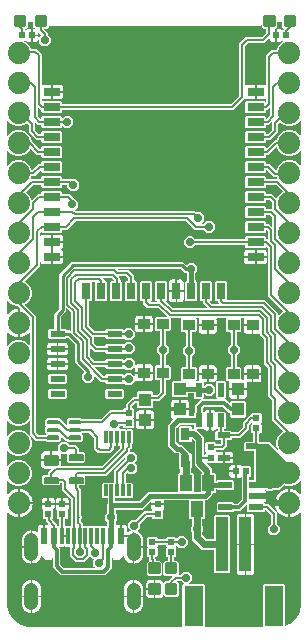
<source format=gbr>
G04 EAGLE Gerber RS-274X export*
G75*
%MOMM*%
%FSLAX34Y34*%
%LPD*%
%INTop Copper*%
%IPPOS*%
%AMOC8*
5,1,8,0,0,1.08239X$1,22.5*%
G01*
%ADD10R,0.550000X1.200000*%
%ADD11R,1.000000X4.600000*%
%ADD12R,1.600000X3.400000*%
%ADD13R,1.000000X0.900000*%
%ADD14C,0.300000*%
%ADD15R,0.540000X0.600000*%
%ADD16R,1.000000X1.100000*%
%ADD17R,0.600000X0.540000*%
%ADD18R,0.600000X1.450000*%
%ADD19R,0.300000X1.450000*%
%ADD20C,1.158000*%
%ADD21C,0.200000*%
%ADD22R,1.422400X0.711200*%
%ADD23R,0.711200X1.422400*%
%ADD24C,1.879600*%
%ADD25C,0.247500*%
%ADD26C,0.147500*%
%ADD27R,0.800000X1.000000*%
%ADD28R,1.000000X1.400000*%
%ADD29R,1.200000X0.550000*%
%ADD30R,1.270000X0.508000*%
%ADD31R,1.117600X0.482600*%
%ADD32R,0.300000X1.000000*%
%ADD33C,0.304800*%
%ADD34C,0.706400*%
%ADD35C,0.508000*%
%ADD36C,0.609600*%
%ADD37C,0.406400*%
%ADD38C,0.076200*%
%ADD39C,0.254000*%
%ADD40C,0.320000*%

G36*
X32621Y164042D02*
X32621Y164042D01*
X32696Y164055D01*
X32706Y164062D01*
X32715Y164064D01*
X32744Y164088D01*
X32816Y164136D01*
X33161Y164481D01*
X33187Y164524D01*
X33222Y164562D01*
X33233Y164597D01*
X33252Y164628D01*
X33257Y164679D01*
X33271Y164728D01*
X33265Y164764D01*
X33269Y164801D01*
X33250Y164849D01*
X33242Y164899D01*
X33218Y164934D01*
X33207Y164963D01*
X33184Y164984D01*
X33161Y165019D01*
X32225Y165954D01*
X32225Y170046D01*
X33161Y170981D01*
X33187Y171024D01*
X33222Y171062D01*
X33233Y171097D01*
X33252Y171128D01*
X33257Y171179D01*
X33271Y171228D01*
X33265Y171264D01*
X33269Y171301D01*
X33250Y171348D01*
X33242Y171399D01*
X33218Y171434D01*
X33207Y171463D01*
X33184Y171484D01*
X33161Y171519D01*
X32225Y172454D01*
X32225Y176546D01*
X33704Y178025D01*
X44696Y178025D01*
X46177Y176544D01*
X46192Y176479D01*
X46205Y176405D01*
X46212Y176394D01*
X46214Y176385D01*
X46238Y176356D01*
X46286Y176284D01*
X49976Y172594D01*
X49998Y172581D01*
X50014Y172561D01*
X50071Y172536D01*
X50123Y172503D01*
X50149Y172501D01*
X50173Y172490D01*
X50234Y172492D01*
X50296Y172486D01*
X50320Y172496D01*
X50346Y172497D01*
X50400Y172526D01*
X50458Y172548D01*
X50475Y172567D01*
X50498Y172579D01*
X50533Y172630D01*
X50575Y172675D01*
X50583Y172700D01*
X50598Y172721D01*
X50614Y172806D01*
X50625Y172841D01*
X50623Y172851D01*
X50625Y172863D01*
X50625Y176546D01*
X52104Y178025D01*
X63096Y178025D01*
X63984Y177136D01*
X64049Y177096D01*
X64111Y177052D01*
X64123Y177050D01*
X64132Y177045D01*
X64169Y177041D01*
X64253Y177025D01*
X79297Y177025D01*
X79371Y177042D01*
X79445Y177055D01*
X79456Y177062D01*
X79465Y177064D01*
X79494Y177088D01*
X79566Y177136D01*
X87274Y184845D01*
X98095Y184845D01*
X98145Y184856D01*
X98196Y184858D01*
X98228Y184876D01*
X98264Y184884D01*
X98303Y184917D01*
X98348Y184941D01*
X98369Y184971D01*
X98397Y184994D01*
X98418Y185041D01*
X98448Y185083D01*
X98456Y185125D01*
X98468Y185153D01*
X98467Y185183D01*
X98475Y185225D01*
X98475Y185652D01*
X99368Y186545D01*
X100095Y186545D01*
X100145Y186556D01*
X100196Y186558D01*
X100228Y186576D01*
X100264Y186584D01*
X100303Y186617D01*
X100348Y186641D01*
X100369Y186671D01*
X100397Y186694D01*
X100418Y186741D01*
X100448Y186783D01*
X100456Y186825D01*
X100468Y186853D01*
X100467Y186883D01*
X100475Y186925D01*
X100475Y190046D01*
X106454Y196025D01*
X110095Y196025D01*
X110145Y196036D01*
X110196Y196038D01*
X110228Y196056D01*
X110264Y196064D01*
X110303Y196097D01*
X110348Y196121D01*
X110369Y196151D01*
X110397Y196174D01*
X110418Y196221D01*
X110448Y196263D01*
X110456Y196305D01*
X110468Y196333D01*
X110467Y196354D01*
X110468Y196356D01*
X110468Y196367D01*
X110475Y196405D01*
X110475Y199632D01*
X111368Y200525D01*
X122632Y200525D01*
X123525Y199632D01*
X123525Y197905D01*
X123536Y197855D01*
X123538Y197804D01*
X123556Y197772D01*
X123564Y197736D01*
X123597Y197697D01*
X123621Y197652D01*
X123651Y197631D01*
X123674Y197603D01*
X123721Y197582D01*
X123763Y197552D01*
X123805Y197544D01*
X123833Y197532D01*
X123863Y197533D01*
X123905Y197525D01*
X126797Y197525D01*
X126871Y197542D01*
X126945Y197555D01*
X126956Y197562D01*
X126965Y197564D01*
X126994Y197588D01*
X127066Y197636D01*
X129364Y199934D01*
X129404Y199999D01*
X129448Y200061D01*
X129450Y200073D01*
X129455Y200082D01*
X129459Y200119D01*
X129465Y200151D01*
X129468Y200158D01*
X129468Y200166D01*
X129475Y200203D01*
X129475Y210095D01*
X129464Y210145D01*
X129462Y210196D01*
X129444Y210228D01*
X129436Y210264D01*
X129403Y210303D01*
X129379Y210348D01*
X129349Y210369D01*
X129326Y210397D01*
X129279Y210418D01*
X129237Y210448D01*
X129195Y210456D01*
X129167Y210468D01*
X129137Y210467D01*
X129095Y210475D01*
X126368Y210475D01*
X125475Y211368D01*
X125475Y221632D01*
X126368Y222525D01*
X129095Y222525D01*
X129145Y222536D01*
X129196Y222538D01*
X129228Y222556D01*
X129264Y222564D01*
X129303Y222597D01*
X129348Y222621D01*
X129369Y222651D01*
X129397Y222674D01*
X129418Y222721D01*
X129448Y222763D01*
X129456Y222805D01*
X129468Y222833D01*
X129467Y222863D01*
X129475Y222905D01*
X129475Y231216D01*
X129458Y231290D01*
X129445Y231365D01*
X129438Y231375D01*
X129436Y231385D01*
X129412Y231413D01*
X129364Y231485D01*
X126943Y233905D01*
X126943Y238095D01*
X129364Y240515D01*
X129404Y240580D01*
X129448Y240642D01*
X129450Y240654D01*
X129455Y240662D01*
X129459Y240699D01*
X129475Y240784D01*
X129475Y251095D01*
X129464Y251145D01*
X129462Y251196D01*
X129444Y251228D01*
X129436Y251264D01*
X129403Y251303D01*
X129379Y251348D01*
X129349Y251369D01*
X129326Y251397D01*
X129279Y251418D01*
X129237Y251448D01*
X129195Y251456D01*
X129167Y251468D01*
X129137Y251467D01*
X129095Y251475D01*
X126368Y251475D01*
X125475Y252368D01*
X125475Y262632D01*
X126368Y263525D01*
X135003Y263525D01*
X135028Y263531D01*
X135054Y263528D01*
X135112Y263550D01*
X135172Y263564D01*
X135192Y263581D01*
X135216Y263590D01*
X135258Y263635D01*
X135305Y263674D01*
X135316Y263698D01*
X135333Y263717D01*
X135351Y263776D01*
X135376Y263833D01*
X135375Y263858D01*
X135383Y263883D01*
X135372Y263944D01*
X135370Y264006D01*
X135357Y264028D01*
X135353Y264054D01*
X135305Y264125D01*
X135287Y264158D01*
X135279Y264164D01*
X135272Y264174D01*
X128082Y271364D01*
X128017Y271404D01*
X127955Y271448D01*
X127943Y271450D01*
X127935Y271455D01*
X127898Y271459D01*
X127813Y271475D01*
X118954Y271475D01*
X115583Y274847D01*
X115583Y276763D01*
X115571Y276813D01*
X115569Y276864D01*
X115552Y276896D01*
X115543Y276932D01*
X115511Y276971D01*
X115486Y277016D01*
X115456Y277037D01*
X115433Y277066D01*
X115386Y277087D01*
X115345Y277116D01*
X115303Y277124D01*
X115275Y277137D01*
X115244Y277135D01*
X115202Y277144D01*
X113920Y277144D01*
X113027Y278037D01*
X113027Y293524D01*
X113920Y294417D01*
X122295Y294417D01*
X123188Y293524D01*
X123188Y278037D01*
X122325Y277174D01*
X122312Y277152D01*
X122292Y277136D01*
X122266Y277079D01*
X122234Y277027D01*
X122231Y277001D01*
X122221Y276977D01*
X122223Y276916D01*
X122217Y276854D01*
X122226Y276830D01*
X122227Y276804D01*
X122257Y276750D01*
X122279Y276692D01*
X122298Y276675D01*
X122310Y276652D01*
X122361Y276617D01*
X122406Y276575D01*
X122431Y276567D01*
X122452Y276552D01*
X122536Y276536D01*
X122572Y276525D01*
X122582Y276527D01*
X122594Y276525D01*
X126321Y276525D01*
X126346Y276531D01*
X126371Y276528D01*
X126429Y276550D01*
X126489Y276564D01*
X126509Y276581D01*
X126533Y276590D01*
X126575Y276635D01*
X126623Y276674D01*
X126634Y276698D01*
X126651Y276717D01*
X126669Y276776D01*
X126694Y276833D01*
X126693Y276858D01*
X126700Y276883D01*
X126690Y276944D01*
X126687Y277006D01*
X126675Y277028D01*
X126671Y277054D01*
X126622Y277125D01*
X126605Y277158D01*
X126596Y277164D01*
X126590Y277174D01*
X125727Y278037D01*
X125727Y293524D01*
X126620Y294417D01*
X134995Y294417D01*
X135888Y293524D01*
X135888Y278037D01*
X134980Y277128D01*
X134953Y277085D01*
X134918Y277048D01*
X134908Y277012D01*
X134888Y276981D01*
X134884Y276930D01*
X134869Y276882D01*
X134875Y276845D01*
X134872Y276809D01*
X134890Y276761D01*
X134899Y276711D01*
X134923Y276675D01*
X134933Y276647D01*
X134956Y276626D01*
X134980Y276591D01*
X140458Y271112D01*
X140523Y271072D01*
X140585Y271028D01*
X140597Y271026D01*
X140606Y271021D01*
X140643Y271017D01*
X140727Y271001D01*
X169511Y271001D01*
X169536Y271007D01*
X169562Y271004D01*
X169619Y271026D01*
X169679Y271040D01*
X169699Y271057D01*
X169723Y271066D01*
X169765Y271111D01*
X169813Y271150D01*
X169824Y271174D01*
X169841Y271193D01*
X169859Y271252D01*
X169884Y271309D01*
X169883Y271334D01*
X169890Y271359D01*
X169880Y271420D01*
X169877Y271482D01*
X169865Y271504D01*
X169861Y271530D01*
X169812Y271601D01*
X169795Y271634D01*
X169787Y271640D01*
X169780Y271650D01*
X166383Y275047D01*
X166383Y276763D01*
X166371Y276813D01*
X166369Y276864D01*
X166352Y276896D01*
X166343Y276932D01*
X166311Y276971D01*
X166286Y277016D01*
X166256Y277037D01*
X166233Y277066D01*
X166186Y277087D01*
X166145Y277116D01*
X166103Y277124D01*
X166075Y277137D01*
X166044Y277135D01*
X166002Y277144D01*
X164720Y277144D01*
X163827Y278037D01*
X163827Y293524D01*
X164720Y294417D01*
X173095Y294417D01*
X173988Y293524D01*
X173988Y278037D01*
X173095Y277144D01*
X172345Y277144D01*
X172320Y277138D01*
X172294Y277140D01*
X172236Y277118D01*
X172176Y277104D01*
X172156Y277088D01*
X172132Y277079D01*
X172090Y277033D01*
X172043Y276994D01*
X172032Y276970D01*
X172014Y276951D01*
X171997Y276892D01*
X171972Y276836D01*
X171973Y276810D01*
X171965Y276785D01*
X171976Y276724D01*
X171978Y276663D01*
X171991Y276640D01*
X171995Y276615D01*
X172043Y276543D01*
X172061Y276510D01*
X172069Y276505D01*
X172076Y276494D01*
X173934Y274636D01*
X173999Y274596D01*
X174061Y274552D01*
X174073Y274550D01*
X174082Y274545D01*
X174119Y274541D01*
X174203Y274525D01*
X179511Y274525D01*
X179536Y274531D01*
X179562Y274528D01*
X179619Y274550D01*
X179679Y274564D01*
X179699Y274581D01*
X179723Y274590D01*
X179765Y274635D01*
X179813Y274674D01*
X179824Y274698D01*
X179841Y274717D01*
X179859Y274776D01*
X179884Y274833D01*
X179883Y274858D01*
X179890Y274883D01*
X179880Y274944D01*
X179877Y275006D01*
X179865Y275028D01*
X179861Y275054D01*
X179812Y275125D01*
X179795Y275158D01*
X179787Y275164D01*
X179780Y275174D01*
X178856Y276097D01*
X178856Y276746D01*
X178844Y276795D01*
X178842Y276846D01*
X178825Y276878D01*
X178817Y276914D01*
X178784Y276954D01*
X178760Y276998D01*
X178730Y277020D01*
X178706Y277048D01*
X178660Y277069D01*
X178618Y277098D01*
X178576Y277106D01*
X178548Y277119D01*
X178518Y277118D01*
X178476Y277126D01*
X177193Y277126D01*
X176300Y278019D01*
X176300Y293506D01*
X177193Y294399D01*
X185568Y294399D01*
X186461Y293506D01*
X186461Y278429D01*
X186473Y278379D01*
X186475Y278328D01*
X186493Y278296D01*
X186501Y278260D01*
X186533Y278221D01*
X186558Y278176D01*
X186588Y278155D01*
X186611Y278127D01*
X186658Y278106D01*
X186699Y278076D01*
X186741Y278068D01*
X186769Y278056D01*
X186800Y278057D01*
X186842Y278049D01*
X218478Y278049D01*
X229603Y266924D01*
X229603Y265368D01*
X229609Y265343D01*
X229606Y265317D01*
X229628Y265259D01*
X229642Y265199D01*
X229659Y265179D01*
X229668Y265155D01*
X229713Y265113D01*
X229752Y265065D01*
X229776Y265055D01*
X229795Y265037D01*
X229854Y265020D01*
X229911Y264995D01*
X229936Y264995D01*
X229961Y264988D01*
X230022Y264999D01*
X230084Y265001D01*
X230106Y265013D01*
X230132Y265018D01*
X230203Y265066D01*
X230236Y265084D01*
X230242Y265092D01*
X230252Y265099D01*
X232813Y267660D01*
X233628Y267998D01*
X233659Y268020D01*
X233695Y268034D01*
X233729Y268070D01*
X233769Y268099D01*
X233787Y268133D01*
X233813Y268161D01*
X233827Y268208D01*
X233850Y268252D01*
X233851Y268290D01*
X233862Y268327D01*
X233854Y268376D01*
X233855Y268425D01*
X233839Y268460D01*
X233833Y268498D01*
X233799Y268548D01*
X233783Y268582D01*
X233767Y268595D01*
X233751Y268618D01*
X221029Y281340D01*
X221029Y321797D01*
X221012Y321871D01*
X220999Y321945D01*
X220992Y321956D01*
X220990Y321965D01*
X220966Y321994D01*
X220918Y322066D01*
X219874Y323110D01*
X219852Y323123D01*
X219835Y323143D01*
X219779Y323169D01*
X219727Y323201D01*
X219701Y323204D01*
X219677Y323214D01*
X219616Y323212D01*
X219554Y323218D01*
X219530Y323209D01*
X219504Y323208D01*
X219450Y323178D01*
X219392Y323156D01*
X219375Y323137D01*
X219352Y323125D01*
X219322Y323083D01*
X218331Y322092D01*
X202844Y322092D01*
X201951Y322985D01*
X201951Y324268D01*
X201939Y324317D01*
X201938Y324368D01*
X201920Y324401D01*
X201912Y324436D01*
X201879Y324476D01*
X201855Y324520D01*
X201825Y324542D01*
X201801Y324570D01*
X201755Y324591D01*
X201713Y324620D01*
X201671Y324628D01*
X201643Y324641D01*
X201613Y324640D01*
X201571Y324648D01*
X159957Y324648D01*
X159883Y324631D01*
X159808Y324618D01*
X159798Y324611D01*
X159788Y324608D01*
X159759Y324585D01*
X159688Y324536D01*
X157095Y321943D01*
X152905Y321943D01*
X149943Y324905D01*
X149943Y329095D01*
X152905Y332057D01*
X157095Y332057D01*
X159343Y329809D01*
X159407Y329769D01*
X159469Y329725D01*
X159481Y329723D01*
X159490Y329717D01*
X159527Y329714D01*
X159611Y329697D01*
X201571Y329697D01*
X201621Y329709D01*
X201672Y329711D01*
X201704Y329728D01*
X201740Y329737D01*
X201779Y329769D01*
X201824Y329794D01*
X201845Y329824D01*
X201873Y329847D01*
X201894Y329894D01*
X201923Y329935D01*
X201932Y329977D01*
X201944Y330005D01*
X201943Y330036D01*
X201951Y330078D01*
X201951Y331360D01*
X202844Y332253D01*
X218331Y332253D01*
X219225Y331360D01*
X219225Y330078D01*
X219236Y330028D01*
X219238Y329977D01*
X219256Y329945D01*
X219264Y329909D01*
X219297Y329869D01*
X219321Y329825D01*
X219351Y329804D01*
X219374Y329775D01*
X219421Y329754D01*
X219463Y329725D01*
X219504Y329717D01*
X219532Y329704D01*
X219563Y329705D01*
X219605Y329697D01*
X220449Y329697D01*
X220475Y329686D01*
X220527Y329653D01*
X220553Y329651D01*
X220577Y329640D01*
X220638Y329642D01*
X220700Y329636D01*
X220724Y329646D01*
X220750Y329647D01*
X220804Y329676D01*
X220862Y329698D01*
X220879Y329717D01*
X220902Y329729D01*
X220937Y329780D01*
X220979Y329825D01*
X220987Y329850D01*
X221002Y329871D01*
X221018Y329955D01*
X221029Y329991D01*
X221027Y330001D01*
X221029Y330013D01*
X221029Y335797D01*
X221012Y335871D01*
X220999Y335945D01*
X220992Y335956D01*
X220990Y335965D01*
X220966Y335994D01*
X220918Y336066D01*
X219874Y337110D01*
X219852Y337123D01*
X219835Y337143D01*
X219779Y337169D01*
X219727Y337201D01*
X219701Y337204D01*
X219677Y337214D01*
X219616Y337212D01*
X219554Y337218D01*
X219530Y337209D01*
X219504Y337208D01*
X219450Y337178D01*
X219392Y337156D01*
X219375Y337137D01*
X219352Y337125D01*
X219316Y337074D01*
X219274Y337029D01*
X219267Y337004D01*
X219252Y336983D01*
X219236Y336899D01*
X219225Y336863D01*
X219227Y336853D01*
X219225Y336841D01*
X219225Y335685D01*
X218331Y334792D01*
X202844Y334792D01*
X201951Y335685D01*
X201951Y344060D01*
X202844Y344953D01*
X218331Y344953D01*
X219225Y344060D01*
X219225Y342778D01*
X219236Y342728D01*
X219238Y342677D01*
X219256Y342645D01*
X219264Y342609D01*
X219297Y342569D01*
X219321Y342525D01*
X219351Y342504D01*
X219374Y342475D01*
X219421Y342454D01*
X219463Y342425D01*
X219504Y342417D01*
X219532Y342404D01*
X219563Y342405D01*
X219605Y342397D01*
X221727Y342397D01*
X223904Y340220D01*
X223926Y340207D01*
X223942Y340187D01*
X223999Y340162D01*
X224051Y340129D01*
X224077Y340127D01*
X224101Y340116D01*
X224162Y340118D01*
X224224Y340112D01*
X224248Y340122D01*
X224274Y340123D01*
X224328Y340152D01*
X224386Y340174D01*
X224403Y340193D01*
X224426Y340205D01*
X224461Y340256D01*
X224503Y340301D01*
X224511Y340326D01*
X224526Y340347D01*
X224542Y340432D01*
X224553Y340467D01*
X224551Y340477D01*
X224553Y340489D01*
X224553Y347719D01*
X224536Y347793D01*
X224523Y347867D01*
X224516Y347878D01*
X224514Y347887D01*
X224490Y347916D01*
X224442Y347988D01*
X222493Y349936D01*
X222428Y349977D01*
X222366Y350020D01*
X222354Y350023D01*
X222346Y350028D01*
X222309Y350031D01*
X222224Y350048D01*
X219605Y350048D01*
X219555Y350036D01*
X219504Y350034D01*
X219472Y350017D01*
X219436Y350008D01*
X219397Y349976D01*
X219352Y349952D01*
X219331Y349922D01*
X219302Y349898D01*
X219282Y349852D01*
X219252Y349810D01*
X219244Y349768D01*
X219232Y349740D01*
X219233Y349709D01*
X219225Y349668D01*
X219225Y348385D01*
X218331Y347492D01*
X202844Y347492D01*
X201951Y348385D01*
X201951Y356760D01*
X202844Y357653D01*
X218331Y357653D01*
X219225Y356760D01*
X219225Y355478D01*
X219236Y355428D01*
X219238Y355377D01*
X219256Y355345D01*
X219264Y355309D01*
X219297Y355269D01*
X219321Y355225D01*
X219351Y355204D01*
X219374Y355175D01*
X219421Y355154D01*
X219463Y355125D01*
X219504Y355117D01*
X219532Y355104D01*
X219563Y355105D01*
X219605Y355097D01*
X224173Y355097D01*
X224223Y355109D01*
X224274Y355111D01*
X224306Y355128D01*
X224342Y355137D01*
X224381Y355169D01*
X224426Y355194D01*
X224447Y355224D01*
X224475Y355247D01*
X224496Y355294D01*
X224526Y355335D01*
X224534Y355377D01*
X224546Y355405D01*
X224545Y355436D01*
X224553Y355478D01*
X224553Y360797D01*
X224536Y360871D01*
X224523Y360945D01*
X224516Y360956D01*
X224514Y360965D01*
X224490Y360994D01*
X224442Y361066D01*
X222871Y362636D01*
X222806Y362677D01*
X222744Y362720D01*
X222732Y362723D01*
X222724Y362728D01*
X222687Y362731D01*
X222602Y362748D01*
X219605Y362748D01*
X219555Y362736D01*
X219504Y362734D01*
X219472Y362717D01*
X219436Y362708D01*
X219397Y362676D01*
X219352Y362652D01*
X219331Y362622D01*
X219302Y362598D01*
X219282Y362552D01*
X219252Y362510D01*
X219244Y362468D01*
X219232Y362440D01*
X219233Y362409D01*
X219225Y362368D01*
X219225Y361085D01*
X218331Y360192D01*
X202844Y360192D01*
X201951Y361085D01*
X201951Y369460D01*
X202844Y370353D01*
X218331Y370353D01*
X219225Y369460D01*
X219225Y368178D01*
X219236Y368128D01*
X219238Y368077D01*
X219256Y368045D01*
X219264Y368009D01*
X219297Y367969D01*
X219321Y367925D01*
X219351Y367904D01*
X219374Y367875D01*
X219421Y367854D01*
X219463Y367825D01*
X219504Y367817D01*
X219532Y367804D01*
X219563Y367805D01*
X219605Y367797D01*
X224851Y367797D01*
X228012Y364636D01*
X228377Y364271D01*
X228410Y364251D01*
X228436Y364223D01*
X228483Y364206D01*
X228525Y364180D01*
X228563Y364176D01*
X228599Y364163D01*
X228648Y364168D01*
X228697Y364163D01*
X228733Y364177D01*
X228771Y364181D01*
X228813Y364207D01*
X228859Y364225D01*
X228885Y364253D01*
X228918Y364274D01*
X228951Y364324D01*
X228977Y364352D01*
X228983Y364372D01*
X228998Y364394D01*
X229740Y366187D01*
X232813Y369260D01*
X233246Y369439D01*
X233278Y369462D01*
X233314Y369476D01*
X233347Y369512D01*
X233387Y369541D01*
X233405Y369575D01*
X233431Y369603D01*
X233445Y369650D01*
X233469Y369694D01*
X233470Y369732D01*
X233481Y369769D01*
X233472Y369817D01*
X233474Y369867D01*
X233457Y369902D01*
X233451Y369940D01*
X233417Y369990D01*
X233401Y370024D01*
X233385Y370037D01*
X233370Y370060D01*
X228093Y375336D01*
X228028Y375377D01*
X227966Y375420D01*
X227954Y375423D01*
X227946Y375428D01*
X227909Y375431D01*
X227824Y375448D01*
X219605Y375448D01*
X219555Y375436D01*
X219504Y375434D01*
X219472Y375417D01*
X219436Y375408D01*
X219397Y375376D01*
X219352Y375352D01*
X219331Y375322D01*
X219302Y375298D01*
X219282Y375252D01*
X219252Y375210D01*
X219244Y375168D01*
X219232Y375140D01*
X219233Y375109D01*
X219225Y375068D01*
X219225Y373785D01*
X218331Y372892D01*
X202844Y372892D01*
X201951Y373785D01*
X201951Y382160D01*
X202844Y383053D01*
X218331Y383053D01*
X219225Y382160D01*
X219225Y380878D01*
X219236Y380828D01*
X219238Y380777D01*
X219256Y380745D01*
X219264Y380709D01*
X219297Y380669D01*
X219321Y380625D01*
X219351Y380604D01*
X219374Y380575D01*
X219421Y380554D01*
X219463Y380525D01*
X219504Y380517D01*
X219532Y380504D01*
X219563Y380505D01*
X219605Y380497D01*
X228639Y380497D01*
X228676Y380506D01*
X228715Y380505D01*
X228760Y380526D01*
X228808Y380537D01*
X228837Y380561D01*
X228872Y380577D01*
X228903Y380616D01*
X228941Y380647D01*
X228957Y380682D01*
X228981Y380712D01*
X228992Y380760D01*
X229012Y380805D01*
X229011Y380844D01*
X229019Y380881D01*
X229007Y380940D01*
X229006Y380978D01*
X228996Y380997D01*
X228990Y381023D01*
X228486Y382241D01*
X228449Y382292D01*
X228419Y382348D01*
X228399Y382362D01*
X228385Y382381D01*
X228329Y382411D01*
X228277Y382448D01*
X228250Y382453D01*
X228232Y382463D01*
X228194Y382464D01*
X228135Y382475D01*
X225954Y382475D01*
X220393Y388036D01*
X220328Y388077D01*
X220266Y388120D01*
X220254Y388123D01*
X220246Y388128D01*
X220209Y388131D01*
X220124Y388148D01*
X219605Y388148D01*
X219555Y388136D01*
X219504Y388134D01*
X219472Y388117D01*
X219436Y388108D01*
X219397Y388076D01*
X219352Y388052D01*
X219331Y388022D01*
X219302Y387998D01*
X219282Y387952D01*
X219252Y387910D01*
X219244Y387868D01*
X219232Y387840D01*
X219233Y387809D01*
X219225Y387768D01*
X219225Y386485D01*
X218331Y385592D01*
X202844Y385592D01*
X201951Y386485D01*
X201951Y394860D01*
X202844Y395753D01*
X218331Y395753D01*
X219225Y394860D01*
X219225Y393578D01*
X219236Y393528D01*
X219238Y393477D01*
X219256Y393445D01*
X219264Y393409D01*
X219297Y393369D01*
X219321Y393325D01*
X219351Y393304D01*
X219374Y393275D01*
X219421Y393254D01*
X219463Y393225D01*
X219504Y393217D01*
X219532Y393204D01*
X219563Y393205D01*
X219605Y393197D01*
X222373Y393197D01*
X227652Y387919D01*
X227684Y387899D01*
X227711Y387871D01*
X227757Y387853D01*
X227799Y387828D01*
X227837Y387824D01*
X227873Y387810D01*
X227922Y387816D01*
X227971Y387811D01*
X228007Y387825D01*
X228045Y387829D01*
X228087Y387855D01*
X228133Y387873D01*
X228159Y387901D01*
X228192Y387921D01*
X228225Y387972D01*
X228251Y388000D01*
X228257Y388020D01*
X228272Y388042D01*
X229740Y391587D01*
X232813Y394660D01*
X236827Y396323D01*
X241173Y396323D01*
X245187Y394660D01*
X247969Y391878D01*
X247991Y391864D01*
X248007Y391844D01*
X248064Y391819D01*
X248116Y391787D01*
X248142Y391784D01*
X248166Y391774D01*
X248227Y391776D01*
X248289Y391770D01*
X248313Y391779D01*
X248339Y391780D01*
X248393Y391810D01*
X248451Y391832D01*
X248468Y391851D01*
X248491Y391863D01*
X248526Y391913D01*
X248568Y391959D01*
X248576Y391983D01*
X248591Y392005D01*
X248607Y392089D01*
X248618Y392125D01*
X248616Y392135D01*
X248618Y392147D01*
X248618Y404053D01*
X248612Y404078D01*
X248615Y404104D01*
X248605Y404129D01*
X248605Y404145D01*
X248591Y404171D01*
X248579Y404222D01*
X248562Y404242D01*
X248553Y404266D01*
X248525Y404292D01*
X248522Y404298D01*
X248509Y404307D01*
X248508Y404308D01*
X248469Y404356D01*
X248445Y404366D01*
X248426Y404384D01*
X248381Y404397D01*
X248380Y404397D01*
X248378Y404398D01*
X248367Y404401D01*
X248310Y404426D01*
X248285Y404426D01*
X248260Y404433D01*
X248199Y404422D01*
X248137Y404420D01*
X248115Y404408D01*
X248089Y404403D01*
X248064Y404386D01*
X248061Y404386D01*
X248050Y404377D01*
X248018Y404355D01*
X247985Y404337D01*
X247979Y404329D01*
X247969Y404322D01*
X245187Y401540D01*
X241173Y399877D01*
X236827Y399877D01*
X232813Y401540D01*
X229740Y404613D01*
X228623Y407309D01*
X228601Y407340D01*
X228587Y407376D01*
X228551Y407410D01*
X228522Y407450D01*
X228488Y407468D01*
X228460Y407494D01*
X228413Y407508D01*
X228369Y407531D01*
X228331Y407532D01*
X228294Y407543D01*
X228245Y407535D01*
X228196Y407536D01*
X228161Y407520D01*
X228123Y407514D01*
X228073Y407480D01*
X228039Y407464D01*
X228025Y407448D01*
X228003Y407433D01*
X221418Y400848D01*
X219605Y400848D01*
X219555Y400836D01*
X219504Y400834D01*
X219472Y400817D01*
X219436Y400808D01*
X219397Y400776D01*
X219352Y400752D01*
X219331Y400722D01*
X219302Y400698D01*
X219282Y400652D01*
X219252Y400610D01*
X219244Y400568D01*
X219232Y400540D01*
X219233Y400509D01*
X219225Y400468D01*
X219225Y399185D01*
X218331Y398292D01*
X202844Y398292D01*
X201951Y399185D01*
X201951Y407560D01*
X202844Y408453D01*
X218331Y408453D01*
X219225Y407560D01*
X219225Y406713D01*
X219230Y406688D01*
X219228Y406662D01*
X219250Y406605D01*
X219264Y406544D01*
X219280Y406524D01*
X219290Y406500D01*
X219335Y406458D01*
X219374Y406411D01*
X219398Y406400D01*
X219417Y406383D01*
X219476Y406365D01*
X219532Y406340D01*
X219558Y406341D01*
X219583Y406333D01*
X219644Y406344D01*
X219706Y406346D01*
X219728Y406359D01*
X219754Y406363D01*
X219825Y406411D01*
X219858Y406429D01*
X219863Y406437D01*
X219874Y406444D01*
X226754Y413325D01*
X227969Y413325D01*
X228031Y413339D01*
X228094Y413346D01*
X228114Y413359D01*
X228138Y413364D01*
X228187Y413405D01*
X228240Y413439D01*
X228255Y413461D01*
X228271Y413474D01*
X228287Y413509D01*
X228320Y413559D01*
X229740Y416987D01*
X232813Y420060D01*
X236827Y421723D01*
X241173Y421723D01*
X245187Y420060D01*
X247969Y417278D01*
X247991Y417264D01*
X248007Y417244D01*
X248064Y417219D01*
X248116Y417187D01*
X248142Y417184D01*
X248166Y417174D01*
X248227Y417176D01*
X248289Y417170D01*
X248313Y417179D01*
X248339Y417180D01*
X248393Y417210D01*
X248451Y417232D01*
X248468Y417251D01*
X248491Y417263D01*
X248526Y417313D01*
X248568Y417359D01*
X248576Y417383D01*
X248591Y417405D01*
X248607Y417489D01*
X248618Y417525D01*
X248616Y417535D01*
X248618Y417547D01*
X248618Y429453D01*
X248612Y429478D01*
X248615Y429504D01*
X248593Y429562D01*
X248579Y429622D01*
X248562Y429642D01*
X248553Y429666D01*
X248508Y429708D01*
X248469Y429756D01*
X248445Y429766D01*
X248426Y429784D01*
X248367Y429801D01*
X248310Y429826D01*
X248285Y429826D01*
X248260Y429833D01*
X248199Y429822D01*
X248137Y429820D01*
X248115Y429808D01*
X248089Y429803D01*
X248018Y429755D01*
X247985Y429737D01*
X247979Y429729D01*
X247969Y429722D01*
X245187Y426940D01*
X241173Y425277D01*
X236827Y425277D01*
X232813Y426940D01*
X231431Y428322D01*
X231387Y428349D01*
X231350Y428384D01*
X231315Y428394D01*
X231283Y428414D01*
X231233Y428419D01*
X231184Y428433D01*
X231147Y428427D01*
X231111Y428430D01*
X231063Y428412D01*
X231013Y428403D01*
X230978Y428380D01*
X230949Y428369D01*
X230928Y428346D01*
X230893Y428322D01*
X229636Y427066D01*
X229596Y427001D01*
X229552Y426939D01*
X229550Y426927D01*
X229545Y426918D01*
X229541Y426881D01*
X229525Y426797D01*
X229525Y419954D01*
X224709Y415138D01*
X223118Y413548D01*
X219605Y413548D01*
X219555Y413536D01*
X219504Y413534D01*
X219472Y413517D01*
X219436Y413508D01*
X219397Y413476D01*
X219352Y413452D01*
X219331Y413422D01*
X219302Y413398D01*
X219282Y413352D01*
X219252Y413310D01*
X219244Y413268D01*
X219232Y413240D01*
X219233Y413209D01*
X219225Y413168D01*
X219225Y411885D01*
X218331Y410992D01*
X202844Y410992D01*
X201951Y411885D01*
X201951Y420260D01*
X202844Y421153D01*
X218331Y421153D01*
X219225Y420260D01*
X219225Y418978D01*
X219236Y418928D01*
X219238Y418877D01*
X219256Y418845D01*
X219264Y418809D01*
X219297Y418769D01*
X219321Y418725D01*
X219351Y418704D01*
X219374Y418675D01*
X219421Y418654D01*
X219463Y418625D01*
X219504Y418617D01*
X219532Y418604D01*
X219563Y418605D01*
X219605Y418597D01*
X220869Y418597D01*
X220943Y418615D01*
X221018Y418628D01*
X221028Y418634D01*
X221038Y418637D01*
X221067Y418661D01*
X221138Y418709D01*
X224364Y421934D01*
X224404Y421999D01*
X224448Y422061D01*
X224450Y422073D01*
X224455Y422082D01*
X224459Y422119D01*
X224475Y422203D01*
X224475Y427987D01*
X224469Y428012D01*
X224472Y428038D01*
X224450Y428095D01*
X224436Y428155D01*
X224419Y428175D01*
X224410Y428199D01*
X224365Y428241D01*
X224326Y428289D01*
X224302Y428300D01*
X224283Y428317D01*
X224224Y428335D01*
X224167Y428360D01*
X224142Y428359D01*
X224117Y428366D01*
X224056Y428356D01*
X223994Y428353D01*
X223972Y428341D01*
X223946Y428337D01*
X223875Y428288D01*
X223842Y428271D01*
X223836Y428263D01*
X223826Y428256D01*
X221818Y426248D01*
X219605Y426248D01*
X219555Y426236D01*
X219504Y426234D01*
X219472Y426217D01*
X219436Y426208D01*
X219397Y426176D01*
X219352Y426152D01*
X219331Y426122D01*
X219302Y426098D01*
X219282Y426052D01*
X219252Y426010D01*
X219244Y425968D01*
X219232Y425940D01*
X219233Y425909D01*
X219225Y425868D01*
X219225Y424585D01*
X218331Y423692D01*
X202844Y423692D01*
X201951Y424585D01*
X201951Y432960D01*
X202844Y433853D01*
X218331Y433853D01*
X219225Y432960D01*
X219225Y431713D01*
X219230Y431688D01*
X219228Y431662D01*
X219250Y431605D01*
X219264Y431544D01*
X219280Y431524D01*
X219290Y431500D01*
X219335Y431458D01*
X219374Y431411D01*
X219398Y431400D01*
X219417Y431383D01*
X219476Y431365D01*
X219532Y431340D01*
X219558Y431341D01*
X219583Y431333D01*
X219644Y431344D01*
X219706Y431346D01*
X219728Y431359D01*
X219754Y431363D01*
X219825Y431411D01*
X219858Y431429D01*
X219863Y431437D01*
X219874Y431444D01*
X222888Y434458D01*
X222928Y434523D01*
X222972Y434585D01*
X222974Y434597D01*
X222979Y434606D01*
X222983Y434643D01*
X222999Y434727D01*
X222999Y440511D01*
X222993Y440536D01*
X222996Y440562D01*
X222974Y440619D01*
X222960Y440679D01*
X222943Y440699D01*
X222934Y440723D01*
X222889Y440765D01*
X222850Y440813D01*
X222826Y440824D01*
X222807Y440841D01*
X222748Y440859D01*
X222691Y440884D01*
X222666Y440883D01*
X222641Y440890D01*
X222580Y440880D01*
X222518Y440877D01*
X222496Y440865D01*
X222470Y440861D01*
X222399Y440812D01*
X222366Y440795D01*
X222360Y440787D01*
X222350Y440780D01*
X220518Y438948D01*
X219605Y438948D01*
X219555Y438936D01*
X219504Y438934D01*
X219472Y438917D01*
X219436Y438908D01*
X219397Y438876D01*
X219352Y438852D01*
X219331Y438822D01*
X219302Y438798D01*
X219282Y438752D01*
X219252Y438710D01*
X219244Y438668D01*
X219232Y438640D01*
X219233Y438609D01*
X219225Y438568D01*
X219225Y437285D01*
X218331Y436392D01*
X202844Y436392D01*
X201951Y437285D01*
X201951Y445660D01*
X202844Y446553D01*
X218331Y446553D01*
X218826Y446059D01*
X218848Y446045D01*
X218864Y446025D01*
X218921Y446000D01*
X218973Y445967D01*
X218999Y445965D01*
X219023Y445954D01*
X219084Y445956D01*
X219146Y445951D01*
X219170Y445960D01*
X219196Y445961D01*
X219250Y445990D01*
X219308Y446012D01*
X219325Y446031D01*
X219348Y446043D01*
X219383Y446094D01*
X219425Y446139D01*
X219433Y446164D01*
X219448Y446185D01*
X219464Y446270D01*
X219475Y446305D01*
X219473Y446315D01*
X219475Y446327D01*
X219475Y448049D01*
X219461Y448111D01*
X219455Y448173D01*
X219441Y448194D01*
X219436Y448218D01*
X219396Y448267D01*
X219362Y448320D01*
X219341Y448333D01*
X219326Y448352D01*
X219268Y448377D01*
X219214Y448410D01*
X219190Y448412D01*
X219167Y448423D01*
X219105Y448420D01*
X219042Y448426D01*
X219016Y448417D01*
X218994Y448416D01*
X218961Y448398D01*
X218905Y448379D01*
X218680Y448249D01*
X218034Y448076D01*
X211349Y448076D01*
X211349Y453791D01*
X211337Y453841D01*
X211335Y453892D01*
X211318Y453924D01*
X211310Y453960D01*
X211277Y454000D01*
X211253Y454044D01*
X211223Y454065D01*
X211199Y454094D01*
X211153Y454115D01*
X211111Y454144D01*
X211069Y454152D01*
X211041Y454165D01*
X211011Y454164D01*
X210969Y454172D01*
X210207Y454172D01*
X210157Y454160D01*
X210106Y454158D01*
X210074Y454141D01*
X210038Y454132D01*
X209999Y454100D01*
X209954Y454075D01*
X209933Y454045D01*
X209905Y454022D01*
X209884Y453975D01*
X209854Y453934D01*
X209846Y453892D01*
X209834Y453864D01*
X209835Y453833D01*
X209827Y453791D01*
X209827Y448076D01*
X203141Y448076D01*
X202495Y448249D01*
X201916Y448583D01*
X201804Y448695D01*
X201760Y448722D01*
X201723Y448757D01*
X201688Y448768D01*
X201657Y448787D01*
X201606Y448792D01*
X201557Y448806D01*
X201521Y448800D01*
X201484Y448803D01*
X201436Y448785D01*
X201386Y448777D01*
X201351Y448753D01*
X201322Y448742D01*
X201301Y448719D01*
X201266Y448696D01*
X199934Y447364D01*
X191647Y439077D01*
X46928Y439077D01*
X46879Y439065D01*
X46828Y439063D01*
X46795Y439046D01*
X46760Y439037D01*
X46720Y439005D01*
X46675Y438981D01*
X46654Y438951D01*
X46626Y438927D01*
X46605Y438881D01*
X46576Y438839D01*
X46568Y438797D01*
X46555Y438769D01*
X46556Y438739D01*
X46548Y438697D01*
X46548Y437414D01*
X45655Y436521D01*
X30168Y436521D01*
X29275Y437414D01*
X29275Y438697D01*
X29263Y438746D01*
X29261Y438797D01*
X29244Y438830D01*
X29235Y438865D01*
X29203Y438905D01*
X29178Y438950D01*
X29148Y438971D01*
X29125Y438999D01*
X29078Y439020D01*
X29037Y439049D01*
X28995Y439057D01*
X28967Y439070D01*
X28936Y439069D01*
X28894Y439077D01*
X28353Y439077D01*
X26762Y440667D01*
X26650Y440780D01*
X26628Y440793D01*
X26612Y440813D01*
X26555Y440838D01*
X26503Y440871D01*
X26477Y440873D01*
X26453Y440884D01*
X26392Y440882D01*
X26330Y440888D01*
X26306Y440878D01*
X26280Y440877D01*
X26226Y440848D01*
X26168Y440826D01*
X26151Y440807D01*
X26128Y440795D01*
X26093Y440744D01*
X26051Y440699D01*
X26043Y440674D01*
X26028Y440653D01*
X26012Y440568D01*
X26001Y440533D01*
X26003Y440523D01*
X26001Y440511D01*
X26001Y433727D01*
X26018Y433653D01*
X26031Y433579D01*
X26038Y433568D01*
X26040Y433559D01*
X26064Y433530D01*
X26112Y433458D01*
X28033Y431538D01*
X28097Y431498D01*
X28159Y431454D01*
X28171Y431452D01*
X28180Y431446D01*
X28217Y431443D01*
X28302Y431426D01*
X28894Y431426D01*
X28944Y431438D01*
X28995Y431440D01*
X29027Y431458D01*
X29063Y431466D01*
X29103Y431498D01*
X29147Y431523D01*
X29168Y431553D01*
X29197Y431576D01*
X29218Y431623D01*
X29247Y431664D01*
X29255Y431706D01*
X29268Y431734D01*
X29267Y431765D01*
X29275Y431807D01*
X29275Y433089D01*
X30168Y433982D01*
X45655Y433982D01*
X46548Y433089D01*
X46548Y432617D01*
X46554Y432592D01*
X46552Y432567D01*
X46574Y432509D01*
X46588Y432449D01*
X46604Y432429D01*
X46613Y432405D01*
X46659Y432363D01*
X46698Y432315D01*
X46721Y432304D01*
X46740Y432287D01*
X46800Y432269D01*
X46856Y432244D01*
X46882Y432245D01*
X46906Y432238D01*
X46967Y432248D01*
X47029Y432251D01*
X47052Y432263D01*
X47077Y432267D01*
X47149Y432316D01*
X47181Y432333D01*
X47187Y432342D01*
X47197Y432349D01*
X48905Y434057D01*
X53095Y434057D01*
X56057Y431095D01*
X56057Y426905D01*
X53095Y423943D01*
X48905Y423943D01*
X47197Y425651D01*
X47175Y425665D01*
X47159Y425685D01*
X47103Y425710D01*
X47050Y425743D01*
X47024Y425745D01*
X47001Y425756D01*
X46939Y425754D01*
X46878Y425759D01*
X46854Y425750D01*
X46828Y425749D01*
X46773Y425720D01*
X46716Y425698D01*
X46698Y425679D01*
X46675Y425667D01*
X46640Y425616D01*
X46598Y425571D01*
X46591Y425546D01*
X46576Y425525D01*
X46559Y425440D01*
X46549Y425405D01*
X46550Y425395D01*
X46548Y425383D01*
X46548Y424714D01*
X45655Y423821D01*
X30168Y423821D01*
X29275Y424714D01*
X29275Y425997D01*
X29263Y426046D01*
X29261Y426097D01*
X29244Y426130D01*
X29235Y426165D01*
X29203Y426205D01*
X29178Y426250D01*
X29148Y426271D01*
X29125Y426299D01*
X29078Y426320D01*
X29037Y426349D01*
X28995Y426357D01*
X28967Y426370D01*
X28936Y426369D01*
X28894Y426377D01*
X26053Y426377D01*
X24174Y428256D01*
X24152Y428269D01*
X24136Y428289D01*
X24079Y428314D01*
X24027Y428347D01*
X24001Y428349D01*
X23977Y428360D01*
X23916Y428358D01*
X23854Y428364D01*
X23830Y428354D01*
X23804Y428353D01*
X23750Y428324D01*
X23692Y428302D01*
X23675Y428283D01*
X23652Y428271D01*
X23617Y428220D01*
X23575Y428175D01*
X23567Y428150D01*
X23552Y428129D01*
X23536Y428044D01*
X23525Y428009D01*
X23527Y427999D01*
X23525Y427987D01*
X23525Y422203D01*
X23542Y422129D01*
X23555Y422055D01*
X23562Y422044D01*
X23564Y422035D01*
X23588Y422006D01*
X23636Y421934D01*
X26733Y418838D01*
X26797Y418798D01*
X26859Y418754D01*
X26871Y418752D01*
X26880Y418746D01*
X26917Y418743D01*
X27002Y418726D01*
X28894Y418726D01*
X28944Y418738D01*
X28995Y418740D01*
X29027Y418758D01*
X29063Y418766D01*
X29103Y418798D01*
X29147Y418823D01*
X29168Y418853D01*
X29197Y418876D01*
X29218Y418923D01*
X29247Y418964D01*
X29255Y419006D01*
X29268Y419034D01*
X29267Y419065D01*
X29275Y419107D01*
X29275Y420389D01*
X30168Y421282D01*
X45655Y421282D01*
X46548Y420389D01*
X46548Y412014D01*
X45655Y411121D01*
X30168Y411121D01*
X29275Y412014D01*
X29275Y413297D01*
X29263Y413346D01*
X29261Y413397D01*
X29244Y413430D01*
X29235Y413465D01*
X29203Y413505D01*
X29178Y413550D01*
X29148Y413571D01*
X29125Y413599D01*
X29078Y413620D01*
X29037Y413649D01*
X28995Y413657D01*
X28967Y413670D01*
X28936Y413669D01*
X28894Y413677D01*
X24753Y413677D01*
X18475Y419954D01*
X18475Y425797D01*
X18458Y425871D01*
X18445Y425945D01*
X18438Y425956D01*
X18436Y425965D01*
X18412Y425994D01*
X18364Y426066D01*
X17107Y427322D01*
X17064Y427349D01*
X17026Y427384D01*
X16991Y427394D01*
X16960Y427414D01*
X16909Y427419D01*
X16860Y427433D01*
X16824Y427427D01*
X16788Y427430D01*
X16740Y427412D01*
X16690Y427403D01*
X16654Y427380D01*
X16626Y427369D01*
X16605Y427346D01*
X16569Y427322D01*
X16187Y426940D01*
X12173Y425277D01*
X7827Y425277D01*
X3813Y426940D01*
X1031Y429722D01*
X1009Y429736D01*
X993Y429756D01*
X936Y429781D01*
X884Y429813D01*
X858Y429816D01*
X834Y429826D01*
X773Y429824D01*
X711Y429830D01*
X687Y429821D01*
X661Y429820D01*
X607Y429790D01*
X549Y429768D01*
X532Y429749D01*
X509Y429737D01*
X474Y429687D01*
X432Y429641D01*
X424Y429617D01*
X409Y429595D01*
X393Y429511D01*
X382Y429475D01*
X384Y429465D01*
X382Y429453D01*
X382Y417547D01*
X388Y417522D01*
X385Y417496D01*
X407Y417438D01*
X421Y417378D01*
X438Y417358D01*
X447Y417334D01*
X492Y417292D01*
X531Y417244D01*
X555Y417234D01*
X574Y417216D01*
X633Y417199D01*
X690Y417174D01*
X715Y417174D01*
X740Y417167D01*
X801Y417178D01*
X863Y417180D01*
X885Y417192D01*
X911Y417197D01*
X982Y417245D01*
X1015Y417263D01*
X1021Y417271D01*
X1031Y417278D01*
X3813Y420060D01*
X7827Y421723D01*
X12173Y421723D01*
X16187Y420060D01*
X19260Y416987D01*
X20923Y412973D01*
X20923Y412805D01*
X20940Y412731D01*
X20953Y412657D01*
X20960Y412646D01*
X20962Y412637D01*
X20986Y412608D01*
X21034Y412536D01*
X27433Y406138D01*
X27497Y406098D01*
X27559Y406054D01*
X27571Y406052D01*
X27580Y406046D01*
X27617Y406043D01*
X27702Y406026D01*
X28894Y406026D01*
X28944Y406038D01*
X28995Y406040D01*
X29027Y406058D01*
X29063Y406066D01*
X29103Y406098D01*
X29147Y406123D01*
X29168Y406153D01*
X29197Y406176D01*
X29218Y406223D01*
X29247Y406264D01*
X29255Y406306D01*
X29268Y406334D01*
X29267Y406365D01*
X29275Y406407D01*
X29275Y407689D01*
X30168Y408582D01*
X45655Y408582D01*
X46548Y407689D01*
X46548Y399314D01*
X45655Y398421D01*
X30168Y398421D01*
X29275Y399314D01*
X29275Y400597D01*
X29263Y400646D01*
X29261Y400697D01*
X29244Y400730D01*
X29235Y400765D01*
X29203Y400805D01*
X29178Y400850D01*
X29148Y400871D01*
X29125Y400899D01*
X29078Y400920D01*
X29037Y400949D01*
X28995Y400957D01*
X28967Y400970D01*
X28936Y400969D01*
X28894Y400977D01*
X25453Y400977D01*
X20411Y406018D01*
X20378Y406039D01*
X20352Y406067D01*
X20306Y406084D01*
X20264Y406110D01*
X20226Y406113D01*
X20190Y406127D01*
X20141Y406122D01*
X20091Y406126D01*
X20056Y406113D01*
X20017Y406109D01*
X19976Y406082D01*
X19930Y406065D01*
X19903Y406036D01*
X19871Y406016D01*
X19837Y405965D01*
X19812Y405938D01*
X19806Y405918D01*
X19791Y405895D01*
X19260Y404613D01*
X16187Y401540D01*
X12173Y399877D01*
X7827Y399877D01*
X3813Y401540D01*
X1031Y404322D01*
X1009Y404336D01*
X993Y404356D01*
X936Y404381D01*
X913Y404397D01*
X908Y404398D01*
X884Y404413D01*
X858Y404416D01*
X834Y404426D01*
X775Y404424D01*
X770Y404425D01*
X763Y404425D01*
X711Y404430D01*
X687Y404421D01*
X661Y404420D01*
X607Y404390D01*
X596Y404386D01*
X593Y404386D01*
X592Y404385D01*
X549Y404368D01*
X532Y404349D01*
X509Y404337D01*
X474Y404287D01*
X460Y404275D01*
X456Y404268D01*
X432Y404241D01*
X424Y404217D01*
X409Y404195D01*
X398Y404139D01*
X389Y404117D01*
X389Y404099D01*
X382Y404075D01*
X384Y404065D01*
X382Y404053D01*
X382Y392147D01*
X388Y392122D01*
X385Y392096D01*
X407Y392038D01*
X421Y391978D01*
X438Y391958D01*
X447Y391934D01*
X492Y391892D01*
X531Y391844D01*
X555Y391834D01*
X574Y391816D01*
X633Y391799D01*
X690Y391774D01*
X715Y391774D01*
X740Y391767D01*
X801Y391778D01*
X863Y391780D01*
X885Y391792D01*
X911Y391797D01*
X982Y391845D01*
X1015Y391863D01*
X1021Y391871D01*
X1031Y391878D01*
X3813Y394660D01*
X7827Y396323D01*
X12173Y396323D01*
X16187Y394660D01*
X19260Y391587D01*
X20680Y388159D01*
X20717Y388108D01*
X20747Y388052D01*
X20767Y388038D01*
X20781Y388019D01*
X20837Y387989D01*
X20889Y387952D01*
X20915Y387947D01*
X20934Y387937D01*
X20971Y387936D01*
X21031Y387925D01*
X21197Y387925D01*
X21271Y387942D01*
X21345Y387955D01*
X21356Y387962D01*
X21365Y387964D01*
X21394Y387988D01*
X21466Y388036D01*
X26756Y393326D01*
X28894Y393326D01*
X28944Y393338D01*
X28995Y393340D01*
X29027Y393358D01*
X29063Y393366D01*
X29103Y393398D01*
X29147Y393423D01*
X29168Y393453D01*
X29197Y393476D01*
X29218Y393523D01*
X29247Y393564D01*
X29255Y393606D01*
X29268Y393634D01*
X29267Y393665D01*
X29275Y393707D01*
X29275Y394989D01*
X30168Y395882D01*
X45655Y395882D01*
X46548Y394989D01*
X46548Y386614D01*
X45655Y385721D01*
X30168Y385721D01*
X29275Y386614D01*
X29275Y387786D01*
X29269Y387811D01*
X29271Y387837D01*
X29249Y387895D01*
X29235Y387955D01*
X29219Y387975D01*
X29210Y387999D01*
X29164Y388041D01*
X29125Y388089D01*
X29101Y388099D01*
X29083Y388117D01*
X29023Y388134D01*
X28967Y388159D01*
X28941Y388158D01*
X28916Y388166D01*
X28855Y388155D01*
X28794Y388153D01*
X28771Y388141D01*
X28746Y388136D01*
X28674Y388088D01*
X28642Y388070D01*
X28636Y388062D01*
X28626Y388055D01*
X23446Y382875D01*
X21031Y382875D01*
X20969Y382861D01*
X20906Y382854D01*
X20886Y382841D01*
X20862Y382836D01*
X20813Y382795D01*
X20760Y382761D01*
X20745Y382739D01*
X20729Y382726D01*
X20713Y382691D01*
X20680Y382641D01*
X20063Y381152D01*
X20057Y381114D01*
X20041Y381079D01*
X20043Y381030D01*
X20035Y380981D01*
X20046Y380944D01*
X20048Y380906D01*
X20071Y380863D01*
X20086Y380816D01*
X20112Y380788D01*
X20131Y380754D01*
X20171Y380725D01*
X20205Y380690D01*
X20241Y380676D01*
X20272Y380654D01*
X20332Y380642D01*
X20367Y380629D01*
X20388Y380632D01*
X20414Y380626D01*
X28894Y380626D01*
X28944Y380638D01*
X28995Y380640D01*
X29027Y380658D01*
X29063Y380666D01*
X29103Y380698D01*
X29147Y380723D01*
X29168Y380753D01*
X29197Y380776D01*
X29218Y380823D01*
X29247Y380864D01*
X29255Y380906D01*
X29268Y380934D01*
X29267Y380965D01*
X29275Y381007D01*
X29275Y382289D01*
X30168Y383182D01*
X45655Y383182D01*
X46548Y382289D01*
X46548Y381007D01*
X46560Y380957D01*
X46562Y380906D01*
X46579Y380874D01*
X46588Y380838D01*
X46620Y380799D01*
X46644Y380754D01*
X46674Y380733D01*
X46698Y380704D01*
X46744Y380683D01*
X46786Y380654D01*
X46828Y380646D01*
X46856Y380633D01*
X46887Y380635D01*
X46928Y380626D01*
X53944Y380626D01*
X54402Y380168D01*
X54467Y380128D01*
X54529Y380084D01*
X54541Y380082D01*
X54550Y380077D01*
X54587Y380073D01*
X54671Y380057D01*
X58095Y380057D01*
X61057Y377095D01*
X61057Y372905D01*
X58095Y369943D01*
X53905Y369943D01*
X50943Y372905D01*
X50943Y375197D01*
X50932Y375246D01*
X50930Y375297D01*
X50912Y375330D01*
X50904Y375365D01*
X50871Y375405D01*
X50847Y375450D01*
X50817Y375471D01*
X50794Y375499D01*
X50747Y375520D01*
X50705Y375549D01*
X50663Y375557D01*
X50635Y375570D01*
X50605Y375569D01*
X50563Y375577D01*
X46928Y375577D01*
X46879Y375565D01*
X46828Y375563D01*
X46795Y375546D01*
X46760Y375537D01*
X46720Y375505D01*
X46675Y375481D01*
X46654Y375451D01*
X46626Y375427D01*
X46605Y375381D01*
X46576Y375339D01*
X46568Y375297D01*
X46555Y375269D01*
X46556Y375239D01*
X46548Y375197D01*
X46548Y373914D01*
X45655Y373021D01*
X30168Y373021D01*
X29275Y373914D01*
X29275Y375197D01*
X29263Y375246D01*
X29261Y375297D01*
X29244Y375330D01*
X29235Y375365D01*
X29203Y375405D01*
X29178Y375450D01*
X29148Y375471D01*
X29125Y375499D01*
X29078Y375520D01*
X29037Y375549D01*
X28995Y375557D01*
X28967Y375570D01*
X28936Y375569D01*
X28894Y375577D01*
X22305Y375577D01*
X22231Y375560D01*
X22156Y375547D01*
X22146Y375540D01*
X22136Y375537D01*
X22107Y375514D01*
X22036Y375466D01*
X16278Y369707D01*
X16265Y369687D01*
X16248Y369673D01*
X16238Y369650D01*
X16216Y369626D01*
X16206Y369591D01*
X16186Y369560D01*
X16183Y369528D01*
X16177Y369515D01*
X16178Y369497D01*
X16167Y369460D01*
X16173Y369424D01*
X16170Y369388D01*
X16183Y369352D01*
X16184Y369341D01*
X16189Y369331D01*
X16197Y369290D01*
X16220Y369254D01*
X16231Y369226D01*
X16254Y369205D01*
X16278Y369169D01*
X19260Y366187D01*
X20588Y362980D01*
X20611Y362949D01*
X20624Y362913D01*
X20660Y362880D01*
X20689Y362839D01*
X20723Y362821D01*
X20751Y362795D01*
X20799Y362781D01*
X20842Y362758D01*
X20881Y362757D01*
X20918Y362746D01*
X20966Y362755D01*
X21015Y362753D01*
X21050Y362769D01*
X21088Y362776D01*
X21139Y362810D01*
X21173Y362826D01*
X21186Y362842D01*
X21208Y362857D01*
X26278Y367926D01*
X28894Y367926D01*
X28944Y367938D01*
X28995Y367940D01*
X29027Y367958D01*
X29063Y367966D01*
X29103Y367998D01*
X29147Y368023D01*
X29168Y368053D01*
X29197Y368076D01*
X29218Y368123D01*
X29247Y368164D01*
X29255Y368206D01*
X29268Y368234D01*
X29267Y368265D01*
X29275Y368307D01*
X29275Y369589D01*
X30168Y370482D01*
X45655Y370482D01*
X46548Y369589D01*
X46548Y368307D01*
X46560Y368257D01*
X46562Y368206D01*
X46579Y368174D01*
X46588Y368138D01*
X46620Y368099D01*
X46644Y368054D01*
X46674Y368033D01*
X46698Y368004D01*
X46744Y367983D01*
X46786Y367954D01*
X46828Y367946D01*
X46856Y367933D01*
X46887Y367935D01*
X46928Y367926D01*
X52644Y367926D01*
X56402Y364168D01*
X56467Y364128D01*
X56529Y364084D01*
X56541Y364082D01*
X56550Y364077D01*
X56587Y364073D01*
X56671Y364057D01*
X57095Y364057D01*
X60057Y361095D01*
X60057Y356905D01*
X57630Y354478D01*
X57621Y354465D01*
X57619Y354463D01*
X57616Y354456D01*
X57603Y354435D01*
X57568Y354398D01*
X57558Y354362D01*
X57538Y354331D01*
X57534Y354281D01*
X57519Y354232D01*
X57525Y354195D01*
X57522Y354159D01*
X57540Y354111D01*
X57549Y354061D01*
X57573Y354025D01*
X57583Y353997D01*
X57606Y353976D01*
X57630Y353941D01*
X58233Y353338D01*
X58297Y353298D01*
X58359Y353254D01*
X58371Y353252D01*
X58380Y353246D01*
X58417Y353243D01*
X58502Y353226D01*
X159344Y353226D01*
X160402Y352168D01*
X160467Y352128D01*
X160529Y352084D01*
X160541Y352082D01*
X160550Y352077D01*
X160587Y352073D01*
X160671Y352057D01*
X164095Y352057D01*
X167057Y349095D01*
X167057Y344905D01*
X165325Y343174D01*
X165312Y343152D01*
X165292Y343136D01*
X165266Y343079D01*
X165234Y343027D01*
X165231Y343001D01*
X165221Y342977D01*
X165223Y342916D01*
X165217Y342854D01*
X165226Y342830D01*
X165227Y342804D01*
X165257Y342750D01*
X165279Y342692D01*
X165298Y342675D01*
X165310Y342652D01*
X165361Y342617D01*
X165406Y342575D01*
X165431Y342567D01*
X165452Y342552D01*
X165536Y342536D01*
X165572Y342525D01*
X165582Y342527D01*
X165594Y342525D01*
X166216Y342525D01*
X166290Y342542D01*
X166365Y342555D01*
X166375Y342562D01*
X166385Y342564D01*
X166413Y342588D01*
X166485Y342636D01*
X168905Y345057D01*
X173095Y345057D01*
X176057Y342095D01*
X176057Y337905D01*
X173095Y334943D01*
X168905Y334943D01*
X166485Y337364D01*
X166420Y337404D01*
X166358Y337448D01*
X166346Y337450D01*
X166338Y337455D01*
X166301Y337459D01*
X166216Y337475D01*
X158954Y337475D01*
X151888Y344542D01*
X151823Y344582D01*
X151761Y344625D01*
X151749Y344628D01*
X151741Y344633D01*
X151704Y344637D01*
X151619Y344653D01*
X58381Y344653D01*
X58307Y344636D01*
X58232Y344623D01*
X58222Y344616D01*
X58212Y344613D01*
X58183Y344590D01*
X58112Y344542D01*
X51047Y337477D01*
X46928Y337477D01*
X46879Y337465D01*
X46828Y337463D01*
X46795Y337446D01*
X46760Y337437D01*
X46720Y337405D01*
X46675Y337381D01*
X46654Y337351D01*
X46626Y337327D01*
X46605Y337281D01*
X46576Y337239D01*
X46568Y337197D01*
X46555Y337169D01*
X46556Y337139D01*
X46548Y337097D01*
X46548Y335814D01*
X45655Y334921D01*
X30168Y334921D01*
X29322Y335767D01*
X29278Y335794D01*
X29241Y335829D01*
X29206Y335839D01*
X29174Y335859D01*
X29124Y335864D01*
X29075Y335878D01*
X29038Y335872D01*
X29002Y335875D01*
X28954Y335857D01*
X28904Y335848D01*
X28869Y335824D01*
X28840Y335814D01*
X28819Y335791D01*
X28784Y335767D01*
X28082Y335066D01*
X28042Y335001D01*
X27998Y334939D01*
X27996Y334927D01*
X27991Y334918D01*
X27987Y334881D01*
X27971Y334797D01*
X27971Y332459D01*
X27988Y332386D01*
X28000Y332312D01*
X28007Y332302D01*
X28010Y332290D01*
X28058Y332232D01*
X28102Y332172D01*
X28113Y332166D01*
X28120Y332156D01*
X28189Y332126D01*
X28255Y332091D01*
X28267Y332091D01*
X28279Y332086D01*
X28353Y332088D01*
X28428Y332086D01*
X28439Y332092D01*
X28452Y332092D01*
X28517Y332128D01*
X28585Y332159D01*
X28594Y332170D01*
X28604Y332175D01*
X28626Y332206D01*
X28680Y332269D01*
X28766Y332418D01*
X29239Y332891D01*
X29819Y333225D01*
X30465Y333398D01*
X37150Y333398D01*
X37150Y327683D01*
X37162Y327633D01*
X37164Y327582D01*
X37181Y327550D01*
X37190Y327514D01*
X37222Y327475D01*
X37247Y327430D01*
X37276Y327409D01*
X37300Y327380D01*
X37347Y327360D01*
X37388Y327330D01*
X37430Y327322D01*
X37458Y327310D01*
X37489Y327311D01*
X37530Y327303D01*
X37912Y327303D01*
X37912Y327301D01*
X37530Y327301D01*
X37481Y327289D01*
X37430Y327287D01*
X37398Y327270D01*
X37362Y327261D01*
X37322Y327229D01*
X37278Y327205D01*
X37256Y327175D01*
X37228Y327151D01*
X37207Y327105D01*
X37178Y327063D01*
X37170Y327021D01*
X37157Y326993D01*
X37158Y326962D01*
X37150Y326921D01*
X37150Y314983D01*
X37162Y314933D01*
X37164Y314882D01*
X37181Y314850D01*
X37190Y314814D01*
X37222Y314775D01*
X37247Y314730D01*
X37276Y314709D01*
X37300Y314680D01*
X37347Y314660D01*
X37388Y314630D01*
X37430Y314622D01*
X37458Y314610D01*
X37489Y314611D01*
X37530Y314603D01*
X37912Y314603D01*
X37912Y314601D01*
X37530Y314601D01*
X37481Y314589D01*
X37430Y314587D01*
X37398Y314570D01*
X37362Y314561D01*
X37322Y314529D01*
X37278Y314505D01*
X37256Y314475D01*
X37228Y314451D01*
X37207Y314405D01*
X37178Y314363D01*
X37170Y314321D01*
X37157Y314293D01*
X37158Y314262D01*
X37150Y314221D01*
X37150Y308505D01*
X30465Y308505D01*
X29819Y308678D01*
X29239Y309013D01*
X28766Y309486D01*
X28680Y309635D01*
X28629Y309689D01*
X28582Y309747D01*
X28570Y309752D01*
X28562Y309761D01*
X28492Y309787D01*
X28423Y309818D01*
X28411Y309817D01*
X28400Y309822D01*
X28325Y309814D01*
X28250Y309811D01*
X28239Y309805D01*
X28227Y309804D01*
X28164Y309764D01*
X28098Y309729D01*
X28091Y309718D01*
X28080Y309712D01*
X28041Y309648D01*
X27998Y309587D01*
X27996Y309573D01*
X27990Y309564D01*
X27987Y309526D01*
X27971Y309445D01*
X27971Y306740D01*
X15249Y294018D01*
X15240Y294004D01*
X15238Y294003D01*
X15236Y293998D01*
X15228Y293985D01*
X15200Y293959D01*
X15183Y293912D01*
X15157Y293871D01*
X15153Y293832D01*
X15140Y293796D01*
X15145Y293747D01*
X15141Y293698D01*
X15154Y293662D01*
X15158Y293624D01*
X15185Y293582D01*
X15202Y293536D01*
X15230Y293510D01*
X15251Y293478D01*
X15302Y293444D01*
X15329Y293418D01*
X15349Y293412D01*
X15372Y293398D01*
X16187Y293060D01*
X19260Y289987D01*
X20923Y285973D01*
X20923Y281627D01*
X19260Y277613D01*
X16187Y274540D01*
X15372Y274202D01*
X15341Y274180D01*
X15305Y274166D01*
X15271Y274130D01*
X15231Y274101D01*
X15213Y274067D01*
X15187Y274039D01*
X15173Y273992D01*
X15150Y273948D01*
X15149Y273910D01*
X15138Y273873D01*
X15146Y273824D01*
X15145Y273775D01*
X15161Y273740D01*
X15167Y273702D01*
X15201Y273652D01*
X15217Y273618D01*
X15233Y273605D01*
X15249Y273582D01*
X22856Y265974D01*
X24447Y264384D01*
X24447Y166281D01*
X24464Y166207D01*
X24477Y166133D01*
X24484Y166122D01*
X24486Y166113D01*
X24510Y166084D01*
X24558Y166012D01*
X26434Y164136D01*
X26499Y164096D01*
X26561Y164052D01*
X26573Y164050D01*
X26582Y164045D01*
X26619Y164041D01*
X26703Y164025D01*
X32547Y164025D01*
X32621Y164042D01*
G37*
G36*
X19840Y1365D02*
X19840Y1365D01*
X19912Y1382D01*
X21875Y1382D01*
X21890Y1385D01*
X21909Y1383D01*
X22773Y1462D01*
X22809Y1443D01*
X22858Y1409D01*
X22889Y1403D01*
X22911Y1392D01*
X22947Y1392D01*
X23000Y1382D01*
X148095Y1382D01*
X148145Y1393D01*
X148196Y1395D01*
X148228Y1413D01*
X148264Y1421D01*
X148303Y1454D01*
X148348Y1478D01*
X148369Y1508D01*
X148397Y1531D01*
X148418Y1578D01*
X148448Y1620D01*
X148456Y1662D01*
X148468Y1690D01*
X148467Y1720D01*
X148475Y1762D01*
X148475Y36632D01*
X149368Y37525D01*
X149406Y37525D01*
X149431Y37531D01*
X149457Y37528D01*
X149515Y37550D01*
X149575Y37564D01*
X149595Y37581D01*
X149619Y37590D01*
X149661Y37635D01*
X149708Y37674D01*
X149719Y37698D01*
X149736Y37717D01*
X149754Y37776D01*
X149779Y37833D01*
X149778Y37858D01*
X149786Y37883D01*
X149775Y37944D01*
X149773Y38006D01*
X149760Y38028D01*
X149756Y38054D01*
X149708Y38125D01*
X149690Y38158D01*
X149682Y38164D01*
X149675Y38174D01*
X147485Y40364D01*
X147420Y40404D01*
X147358Y40448D01*
X147346Y40450D01*
X147338Y40455D01*
X147301Y40459D01*
X147216Y40475D01*
X144203Y40475D01*
X144129Y40458D01*
X144055Y40445D01*
X144044Y40438D01*
X144035Y40436D01*
X144006Y40412D01*
X143934Y40364D01*
X143808Y40237D01*
X143781Y40194D01*
X143746Y40157D01*
X143736Y40121D01*
X143717Y40090D01*
X143712Y40039D01*
X143697Y39990D01*
X143703Y39954D01*
X143700Y39918D01*
X143718Y39870D01*
X143727Y39820D01*
X143751Y39784D01*
X143762Y39756D01*
X143784Y39735D01*
X143808Y39700D01*
X145525Y37983D01*
X145525Y28477D01*
X143753Y26705D01*
X134247Y26705D01*
X132805Y28148D01*
X132793Y28155D01*
X132785Y28166D01*
X132720Y28200D01*
X132658Y28239D01*
X132644Y28240D01*
X132632Y28247D01*
X132559Y28248D01*
X132485Y28255D01*
X132473Y28251D01*
X132459Y28251D01*
X132392Y28220D01*
X132323Y28194D01*
X132314Y28184D01*
X132302Y28178D01*
X132207Y28069D01*
X131733Y27249D01*
X130981Y26497D01*
X130060Y25965D01*
X129032Y25689D01*
X125761Y25689D01*
X125761Y32849D01*
X125750Y32899D01*
X125748Y32950D01*
X125730Y32982D01*
X125722Y33018D01*
X125689Y33057D01*
X125665Y33102D01*
X125635Y33123D01*
X125611Y33151D01*
X125565Y33172D01*
X125523Y33202D01*
X125481Y33210D01*
X125453Y33222D01*
X125423Y33221D01*
X125381Y33229D01*
X124999Y33229D01*
X124999Y33231D01*
X125381Y33231D01*
X125431Y33242D01*
X125482Y33244D01*
X125514Y33262D01*
X125550Y33270D01*
X125589Y33303D01*
X125634Y33327D01*
X125655Y33357D01*
X125683Y33381D01*
X125704Y33427D01*
X125734Y33469D01*
X125742Y33511D01*
X125754Y33539D01*
X125753Y33569D01*
X125761Y33611D01*
X125761Y40771D01*
X129032Y40771D01*
X130060Y40495D01*
X130981Y39963D01*
X131733Y39211D01*
X132207Y38391D01*
X132216Y38381D01*
X132221Y38369D01*
X132275Y38319D01*
X132325Y38265D01*
X132338Y38260D01*
X132348Y38251D01*
X132418Y38230D01*
X132488Y38204D01*
X132501Y38206D01*
X132514Y38202D01*
X132587Y38214D01*
X132660Y38222D01*
X132671Y38229D01*
X132685Y38231D01*
X132805Y38312D01*
X134247Y39755D01*
X136095Y39755D01*
X136145Y39766D01*
X136196Y39768D01*
X136228Y39786D01*
X136264Y39794D01*
X136303Y39827D01*
X136348Y39851D01*
X136369Y39881D01*
X136397Y39904D01*
X136418Y39951D01*
X136448Y39993D01*
X136454Y40024D01*
X140026Y43596D01*
X140039Y43618D01*
X140059Y43634D01*
X140084Y43691D01*
X140117Y43743D01*
X140119Y43769D01*
X140130Y43793D01*
X140128Y43854D01*
X140134Y43916D01*
X140124Y43940D01*
X140123Y43966D01*
X140094Y44020D01*
X140072Y44078D01*
X140053Y44095D01*
X140041Y44118D01*
X139990Y44153D01*
X139945Y44195D01*
X139920Y44203D01*
X139899Y44218D01*
X139814Y44234D01*
X139779Y44245D01*
X139769Y44243D01*
X139757Y44245D01*
X134247Y44245D01*
X132475Y46017D01*
X132475Y55523D01*
X134247Y57295D01*
X136095Y57295D01*
X136145Y57306D01*
X136196Y57308D01*
X136228Y57326D01*
X136264Y57334D01*
X136303Y57367D01*
X136348Y57391D01*
X136369Y57421D01*
X136397Y57444D01*
X136418Y57491D01*
X136448Y57533D01*
X136456Y57575D01*
X136468Y57603D01*
X136467Y57633D01*
X136475Y57675D01*
X136475Y60075D01*
X136464Y60125D01*
X136462Y60176D01*
X136444Y60208D01*
X136436Y60244D01*
X136403Y60283D01*
X136379Y60328D01*
X136349Y60349D01*
X136326Y60377D01*
X136279Y60398D01*
X136237Y60428D01*
X136195Y60436D01*
X136167Y60448D01*
X136137Y60447D01*
X136095Y60455D01*
X135368Y60455D01*
X134475Y61348D01*
X134475Y68012D01*
X135195Y68731D01*
X135222Y68774D01*
X135256Y68812D01*
X135267Y68847D01*
X135286Y68878D01*
X135291Y68929D01*
X135306Y68978D01*
X135299Y69014D01*
X135303Y69051D01*
X135285Y69098D01*
X135276Y69149D01*
X135252Y69184D01*
X135241Y69213D01*
X135219Y69234D01*
X135195Y69269D01*
X134475Y69988D01*
X134475Y70415D01*
X134464Y70465D01*
X134462Y70516D01*
X134444Y70548D01*
X134436Y70584D01*
X134403Y70623D01*
X134379Y70668D01*
X134349Y70689D01*
X134326Y70717D01*
X134279Y70738D01*
X134237Y70768D01*
X134195Y70776D01*
X134167Y70788D01*
X134137Y70787D01*
X134095Y70795D01*
X127905Y70795D01*
X127855Y70784D01*
X127804Y70782D01*
X127772Y70764D01*
X127736Y70756D01*
X127697Y70723D01*
X127652Y70699D01*
X127631Y70669D01*
X127603Y70646D01*
X127582Y70599D01*
X127552Y70557D01*
X127544Y70515D01*
X127532Y70487D01*
X127533Y70457D01*
X127525Y70415D01*
X127525Y69988D01*
X126805Y69269D01*
X126778Y69226D01*
X126744Y69188D01*
X126733Y69153D01*
X126714Y69122D01*
X126709Y69071D01*
X126694Y69022D01*
X126701Y68986D01*
X126697Y68949D01*
X126715Y68902D01*
X126724Y68851D01*
X126748Y68816D01*
X126759Y68787D01*
X126781Y68766D01*
X126805Y68731D01*
X127525Y68012D01*
X127525Y61348D01*
X126632Y60455D01*
X126033Y60455D01*
X126008Y60449D01*
X125982Y60452D01*
X125925Y60430D01*
X125865Y60416D01*
X125845Y60399D01*
X125821Y60390D01*
X125779Y60345D01*
X125731Y60306D01*
X125720Y60282D01*
X125703Y60263D01*
X125685Y60204D01*
X125660Y60147D01*
X125661Y60122D01*
X125654Y60097D01*
X125664Y60036D01*
X125667Y59974D01*
X125679Y59952D01*
X125683Y59926D01*
X125732Y59855D01*
X125749Y59822D01*
X125757Y59816D01*
X125764Y59806D01*
X126525Y59046D01*
X126525Y57675D01*
X126536Y57625D01*
X126538Y57574D01*
X126556Y57542D01*
X126564Y57506D01*
X126597Y57467D01*
X126621Y57422D01*
X126651Y57401D01*
X126674Y57373D01*
X126721Y57352D01*
X126763Y57322D01*
X126805Y57314D01*
X126833Y57302D01*
X126863Y57303D01*
X126905Y57295D01*
X129753Y57295D01*
X131525Y55523D01*
X131525Y46017D01*
X129753Y44245D01*
X120247Y44245D01*
X118475Y46017D01*
X118475Y55523D01*
X120252Y57300D01*
X120268Y57298D01*
X120325Y57320D01*
X120385Y57334D01*
X120405Y57351D01*
X120430Y57360D01*
X120471Y57405D01*
X120519Y57444D01*
X120530Y57468D01*
X120547Y57487D01*
X120565Y57546D01*
X120590Y57603D01*
X120589Y57628D01*
X120596Y57653D01*
X120586Y57714D01*
X120583Y57776D01*
X120571Y57798D01*
X120567Y57824D01*
X120518Y57895D01*
X120501Y57928D01*
X120493Y57934D01*
X120486Y57944D01*
X120475Y57954D01*
X120475Y60075D01*
X120464Y60125D01*
X120462Y60176D01*
X120444Y60208D01*
X120436Y60244D01*
X120403Y60283D01*
X120379Y60328D01*
X120349Y60349D01*
X120326Y60377D01*
X120279Y60398D01*
X120237Y60428D01*
X120195Y60436D01*
X120167Y60448D01*
X120137Y60447D01*
X120095Y60455D01*
X119368Y60455D01*
X118475Y61348D01*
X118475Y68012D01*
X119195Y68731D01*
X119222Y68774D01*
X119256Y68812D01*
X119267Y68847D01*
X119286Y68878D01*
X119291Y68929D01*
X119306Y68978D01*
X119299Y69014D01*
X119303Y69051D01*
X119285Y69098D01*
X119276Y69149D01*
X119252Y69184D01*
X119241Y69213D01*
X119219Y69234D01*
X119195Y69269D01*
X118475Y69988D01*
X118475Y76652D01*
X119368Y77545D01*
X126632Y77545D01*
X127525Y76652D01*
X127525Y76225D01*
X127536Y76175D01*
X127538Y76124D01*
X127556Y76092D01*
X127564Y76056D01*
X127597Y76017D01*
X127621Y75972D01*
X127651Y75951D01*
X127674Y75923D01*
X127721Y75902D01*
X127763Y75872D01*
X127805Y75864D01*
X127833Y75852D01*
X127863Y75853D01*
X127905Y75845D01*
X134095Y75845D01*
X134145Y75856D01*
X134196Y75858D01*
X134228Y75876D01*
X134264Y75884D01*
X134303Y75917D01*
X134348Y75941D01*
X134369Y75971D01*
X134397Y75994D01*
X134418Y76041D01*
X134448Y76083D01*
X134456Y76125D01*
X134468Y76153D01*
X134467Y76183D01*
X134475Y76225D01*
X134475Y76652D01*
X135368Y77545D01*
X142632Y77545D01*
X143525Y76652D01*
X143525Y76594D01*
X143531Y76569D01*
X143528Y76543D01*
X143550Y76485D01*
X143564Y76425D01*
X143581Y76405D01*
X143590Y76381D01*
X143635Y76339D01*
X143674Y76292D01*
X143698Y76281D01*
X143717Y76264D01*
X143776Y76246D01*
X143833Y76221D01*
X143858Y76222D01*
X143883Y76214D01*
X143944Y76225D01*
X144006Y76227D01*
X144028Y76240D01*
X144054Y76244D01*
X144125Y76292D01*
X144158Y76310D01*
X144164Y76318D01*
X144174Y76325D01*
X145905Y78057D01*
X150095Y78057D01*
X153057Y75095D01*
X153057Y70905D01*
X150095Y67943D01*
X145905Y67943D01*
X143961Y69887D01*
X143918Y69914D01*
X143881Y69949D01*
X143845Y69959D01*
X143814Y69979D01*
X143763Y69984D01*
X143714Y69998D01*
X143678Y69992D01*
X143642Y69995D01*
X143594Y69977D01*
X143544Y69968D01*
X143508Y69945D01*
X143480Y69934D01*
X143459Y69911D01*
X143424Y69887D01*
X142805Y69269D01*
X142778Y69226D01*
X142744Y69188D01*
X142733Y69153D01*
X142714Y69122D01*
X142709Y69071D01*
X142694Y69022D01*
X142701Y68986D01*
X142697Y68949D01*
X142715Y68901D01*
X142724Y68851D01*
X142748Y68816D01*
X142759Y68787D01*
X142781Y68766D01*
X142805Y68731D01*
X143525Y68012D01*
X143525Y61348D01*
X142632Y60455D01*
X141905Y60455D01*
X141855Y60444D01*
X141804Y60442D01*
X141772Y60424D01*
X141736Y60416D01*
X141697Y60383D01*
X141652Y60359D01*
X141631Y60329D01*
X141603Y60306D01*
X141582Y60259D01*
X141552Y60217D01*
X141544Y60175D01*
X141532Y60147D01*
X141533Y60117D01*
X141525Y60075D01*
X141525Y57675D01*
X141536Y57625D01*
X141538Y57574D01*
X141556Y57542D01*
X141564Y57506D01*
X141597Y57467D01*
X141621Y57422D01*
X141651Y57401D01*
X141674Y57373D01*
X141721Y57352D01*
X141763Y57322D01*
X141805Y57314D01*
X141833Y57302D01*
X141863Y57303D01*
X141905Y57295D01*
X143753Y57295D01*
X145525Y55523D01*
X145525Y45905D01*
X145536Y45855D01*
X145538Y45804D01*
X145556Y45772D01*
X145564Y45736D01*
X145597Y45697D01*
X145621Y45652D01*
X145651Y45631D01*
X145674Y45603D01*
X145721Y45582D01*
X145763Y45552D01*
X145805Y45544D01*
X145833Y45532D01*
X145863Y45533D01*
X145905Y45525D01*
X147216Y45525D01*
X147290Y45542D01*
X147365Y45555D01*
X147375Y45562D01*
X147385Y45564D01*
X147413Y45588D01*
X147485Y45636D01*
X149905Y48057D01*
X154095Y48057D01*
X157057Y45095D01*
X157057Y40905D01*
X154325Y38174D01*
X154312Y38152D01*
X154292Y38136D01*
X154266Y38079D01*
X154234Y38027D01*
X154231Y38001D01*
X154221Y37977D01*
X154223Y37916D01*
X154217Y37854D01*
X154226Y37830D01*
X154227Y37804D01*
X154257Y37750D01*
X154279Y37692D01*
X154298Y37675D01*
X154310Y37652D01*
X154361Y37617D01*
X154406Y37575D01*
X154431Y37567D01*
X154452Y37552D01*
X154536Y37536D01*
X154572Y37525D01*
X154582Y37527D01*
X154594Y37525D01*
X166632Y37525D01*
X167525Y36632D01*
X167525Y1762D01*
X167536Y1712D01*
X167538Y1661D01*
X167556Y1629D01*
X167564Y1593D01*
X167597Y1554D01*
X167621Y1509D01*
X167651Y1488D01*
X167674Y1460D01*
X167721Y1439D01*
X167763Y1409D01*
X167805Y1401D01*
X167833Y1389D01*
X167863Y1390D01*
X167905Y1382D01*
X216095Y1382D01*
X216145Y1393D01*
X216196Y1395D01*
X216228Y1413D01*
X216264Y1421D01*
X216303Y1454D01*
X216348Y1478D01*
X216369Y1508D01*
X216397Y1531D01*
X216418Y1578D01*
X216448Y1620D01*
X216456Y1662D01*
X216468Y1690D01*
X216467Y1720D01*
X216475Y1762D01*
X216475Y36632D01*
X217368Y37525D01*
X234632Y37525D01*
X235525Y36632D01*
X235525Y2745D01*
X235531Y2719D01*
X235528Y2693D01*
X235550Y2636D01*
X235564Y2576D01*
X235581Y2556D01*
X235590Y2531D01*
X235635Y2490D01*
X235674Y2443D01*
X235698Y2432D01*
X235718Y2414D01*
X235777Y2397D01*
X235833Y2372D01*
X235859Y2373D01*
X235884Y2365D01*
X235968Y2377D01*
X236006Y2378D01*
X236015Y2383D01*
X236028Y2385D01*
X239737Y3649D01*
X239742Y3652D01*
X239790Y3679D01*
X239799Y3681D01*
X239810Y3690D01*
X239862Y3720D01*
X244827Y7976D01*
X244830Y7980D01*
X244917Y8088D01*
X247947Y13883D01*
X247957Y13921D01*
X247983Y13985D01*
X248029Y14216D01*
X248181Y14976D01*
X248181Y14977D01*
X248257Y15357D01*
X248408Y16117D01*
X248484Y16497D01*
X248484Y16498D01*
X248560Y16878D01*
X248611Y17134D01*
X248610Y17166D01*
X248618Y17209D01*
X248618Y97816D01*
X248612Y97841D01*
X248615Y97867D01*
X248593Y97925D01*
X248579Y97985D01*
X248562Y98005D01*
X248553Y98029D01*
X248508Y98071D01*
X248469Y98119D01*
X248445Y98129D01*
X248426Y98147D01*
X248367Y98164D01*
X248310Y98190D01*
X248285Y98189D01*
X248260Y98196D01*
X248199Y98185D01*
X248137Y98183D01*
X248115Y98171D01*
X248089Y98166D01*
X248018Y98118D01*
X247985Y98100D01*
X247979Y98092D01*
X247969Y98085D01*
X246778Y96894D01*
X245257Y95789D01*
X243583Y94936D01*
X241796Y94355D01*
X239940Y94061D01*
X239761Y94061D01*
X239761Y105619D01*
X239750Y105669D01*
X239748Y105720D01*
X239730Y105752D01*
X239722Y105788D01*
X239689Y105827D01*
X239665Y105872D01*
X239635Y105893D01*
X239612Y105921D01*
X239565Y105942D01*
X239523Y105971D01*
X239481Y105980D01*
X239453Y105992D01*
X239423Y105991D01*
X239381Y105999D01*
X238999Y105999D01*
X238999Y106001D01*
X239381Y106001D01*
X239431Y106013D01*
X239482Y106014D01*
X239514Y106032D01*
X239550Y106040D01*
X239589Y106073D01*
X239634Y106097D01*
X239655Y106127D01*
X239683Y106151D01*
X239704Y106197D01*
X239734Y106239D01*
X239742Y106281D01*
X239754Y106309D01*
X239753Y106339D01*
X239761Y106381D01*
X239761Y117939D01*
X239940Y117939D01*
X241796Y117645D01*
X243583Y117064D01*
X245257Y116211D01*
X246778Y115106D01*
X247969Y113915D01*
X247991Y113901D01*
X248007Y113881D01*
X248064Y113856D01*
X248116Y113823D01*
X248142Y113821D01*
X248166Y113810D01*
X248227Y113813D01*
X248289Y113807D01*
X248313Y113816D01*
X248339Y113817D01*
X248393Y113846D01*
X248451Y113868D01*
X248468Y113887D01*
X248491Y113900D01*
X248526Y113950D01*
X248568Y113996D01*
X248576Y114020D01*
X248591Y114041D01*
X248607Y114126D01*
X248618Y114162D01*
X248616Y114172D01*
X248618Y114184D01*
X248618Y124653D01*
X248612Y124678D01*
X248615Y124704D01*
X248593Y124762D01*
X248579Y124822D01*
X248562Y124842D01*
X248553Y124866D01*
X248508Y124908D01*
X248469Y124956D01*
X248445Y124966D01*
X248426Y124984D01*
X248367Y125001D01*
X248310Y125026D01*
X248285Y125026D01*
X248260Y125033D01*
X248199Y125022D01*
X248137Y125020D01*
X248115Y125008D01*
X248089Y125003D01*
X248018Y124955D01*
X247985Y124937D01*
X247979Y124929D01*
X247969Y124922D01*
X245187Y122140D01*
X241173Y120477D01*
X236827Y120477D01*
X234940Y121259D01*
X234877Y121270D01*
X234816Y121288D01*
X234792Y121283D01*
X234769Y121287D01*
X234708Y121269D01*
X234645Y121258D01*
X234623Y121243D01*
X234603Y121237D01*
X234575Y121211D01*
X234525Y121177D01*
X230784Y117435D01*
X225644Y117435D01*
X225570Y117418D01*
X225495Y117405D01*
X225485Y117398D01*
X225475Y117396D01*
X225447Y117372D01*
X225375Y117324D01*
X224595Y116543D01*
X220405Y116543D01*
X219625Y117324D01*
X219560Y117364D01*
X219498Y117408D01*
X219486Y117410D01*
X219478Y117415D01*
X219441Y117419D01*
X219356Y117435D01*
X218827Y117435D01*
X218802Y117429D01*
X218776Y117432D01*
X218718Y117410D01*
X218658Y117396D01*
X218638Y117379D01*
X218614Y117370D01*
X218572Y117325D01*
X218524Y117286D01*
X218514Y117262D01*
X218496Y117243D01*
X218479Y117184D01*
X218454Y117127D01*
X218455Y117102D01*
X218447Y117077D01*
X218458Y117016D01*
X218460Y116954D01*
X218473Y116932D01*
X218477Y116906D01*
X218525Y116835D01*
X218543Y116802D01*
X218551Y116796D01*
X218558Y116786D01*
X219034Y116310D01*
X219369Y115731D01*
X219373Y115715D01*
X219542Y115085D01*
X219542Y112761D01*
X211382Y112761D01*
X211332Y112750D01*
X211281Y112748D01*
X211249Y112730D01*
X211213Y112722D01*
X211174Y112689D01*
X211129Y112665D01*
X211108Y112635D01*
X211080Y112611D01*
X211059Y112565D01*
X211029Y112523D01*
X211021Y112481D01*
X211009Y112453D01*
X211010Y112423D01*
X211002Y112381D01*
X211002Y111619D01*
X211013Y111569D01*
X211015Y111518D01*
X211033Y111486D01*
X211041Y111450D01*
X211074Y111411D01*
X211098Y111366D01*
X211128Y111345D01*
X211152Y111317D01*
X211198Y111296D01*
X211240Y111266D01*
X211282Y111258D01*
X211310Y111246D01*
X211340Y111247D01*
X211382Y111239D01*
X219542Y111239D01*
X219542Y108915D01*
X219369Y108269D01*
X219034Y107690D01*
X218561Y107217D01*
X218121Y106963D01*
X218111Y106954D01*
X218099Y106949D01*
X218048Y106895D01*
X217995Y106844D01*
X217990Y106832D01*
X217981Y106822D01*
X217960Y106751D01*
X217934Y106682D01*
X217936Y106669D01*
X217932Y106656D01*
X217944Y106583D01*
X217952Y106510D01*
X217959Y106498D01*
X217961Y106485D01*
X218042Y106365D01*
X218526Y105882D01*
X218526Y105405D01*
X218537Y105355D01*
X218539Y105304D01*
X218557Y105272D01*
X218565Y105236D01*
X218598Y105197D01*
X218622Y105152D01*
X218652Y105131D01*
X218675Y105103D01*
X218722Y105082D01*
X218764Y105052D01*
X218806Y105044D01*
X218834Y105032D01*
X218864Y105033D01*
X218906Y105025D01*
X221546Y105025D01*
X228525Y98046D01*
X228525Y88784D01*
X228538Y88728D01*
X228538Y88717D01*
X228542Y88710D01*
X228555Y88635D01*
X228562Y88625D01*
X228564Y88615D01*
X228588Y88587D01*
X228636Y88515D01*
X231057Y86095D01*
X231057Y81905D01*
X228095Y78943D01*
X223905Y78943D01*
X220943Y81905D01*
X220943Y86095D01*
X223364Y88515D01*
X223404Y88580D01*
X223448Y88642D01*
X223450Y88654D01*
X223455Y88662D01*
X223459Y88699D01*
X223467Y88743D01*
X223468Y88745D01*
X223468Y88748D01*
X223475Y88784D01*
X223475Y95797D01*
X223458Y95871D01*
X223445Y95945D01*
X223438Y95956D01*
X223436Y95965D01*
X223412Y95994D01*
X223364Y96066D01*
X219566Y99864D01*
X219501Y99904D01*
X219439Y99948D01*
X219427Y99950D01*
X219418Y99955D01*
X219381Y99959D01*
X219297Y99975D01*
X218906Y99975D01*
X218856Y99964D01*
X218805Y99962D01*
X218773Y99944D01*
X218737Y99936D01*
X218698Y99903D01*
X218653Y99879D01*
X218632Y99849D01*
X218604Y99826D01*
X218583Y99779D01*
X218553Y99737D01*
X218545Y99695D01*
X218533Y99667D01*
X218534Y99637D01*
X218526Y99595D01*
X218526Y99118D01*
X217633Y98225D01*
X204369Y98225D01*
X203476Y99118D01*
X203476Y104247D01*
X203470Y104272D01*
X203473Y104298D01*
X203451Y104355D01*
X203437Y104415D01*
X203420Y104435D01*
X203411Y104459D01*
X203366Y104501D01*
X203327Y104549D01*
X203303Y104560D01*
X203284Y104577D01*
X203225Y104595D01*
X203168Y104620D01*
X203143Y104619D01*
X203118Y104626D01*
X203057Y104616D01*
X202995Y104613D01*
X202973Y104601D01*
X202947Y104597D01*
X202876Y104548D01*
X202843Y104531D01*
X202837Y104523D01*
X202827Y104516D01*
X197763Y99451D01*
X192904Y99451D01*
X192854Y99440D01*
X192803Y99438D01*
X192771Y99420D01*
X192735Y99412D01*
X192696Y99379D01*
X192651Y99355D01*
X192630Y99325D01*
X192602Y99302D01*
X192581Y99255D01*
X192551Y99213D01*
X192543Y99171D01*
X192531Y99143D01*
X192531Y99126D01*
X191631Y98225D01*
X178367Y98225D01*
X177474Y99118D01*
X177474Y105882D01*
X178367Y106775D01*
X191631Y106775D01*
X192536Y105870D01*
X192537Y105828D01*
X192555Y105796D01*
X192563Y105760D01*
X192596Y105721D01*
X192620Y105676D01*
X192650Y105655D01*
X192673Y105627D01*
X192720Y105606D01*
X192762Y105576D01*
X192804Y105568D01*
X192832Y105556D01*
X192862Y105557D01*
X192904Y105549D01*
X195080Y105549D01*
X195154Y105566D01*
X195228Y105579D01*
X195239Y105586D01*
X195248Y105588D01*
X195277Y105612D01*
X195349Y105660D01*
X198793Y109104D01*
X198802Y109118D01*
X198804Y109120D01*
X198807Y109128D01*
X198833Y109169D01*
X198877Y109231D01*
X198879Y109243D01*
X198884Y109252D01*
X198888Y109289D01*
X198904Y109373D01*
X198904Y128013D01*
X198898Y128038D01*
X198901Y128064D01*
X198879Y128122D01*
X198865Y128182D01*
X198848Y128202D01*
X198839Y128226D01*
X198794Y128268D01*
X198755Y128316D01*
X198731Y128326D01*
X198712Y128344D01*
X198653Y128361D01*
X198596Y128386D01*
X198571Y128385D01*
X198546Y128393D01*
X198485Y128382D01*
X198423Y128380D01*
X198401Y128367D01*
X198375Y128363D01*
X198304Y128315D01*
X198271Y128297D01*
X198265Y128289D01*
X198255Y128282D01*
X197940Y127967D01*
X197361Y127632D01*
X196715Y127459D01*
X194441Y127459D01*
X194441Y132619D01*
X194430Y132669D01*
X194428Y132720D01*
X194410Y132752D01*
X194402Y132788D01*
X194369Y132827D01*
X194345Y132872D01*
X194315Y132893D01*
X194291Y132921D01*
X194245Y132942D01*
X194203Y132972D01*
X194161Y132980D01*
X194133Y132992D01*
X194103Y132991D01*
X194061Y132999D01*
X193679Y132999D01*
X193679Y133001D01*
X194061Y133001D01*
X194111Y133012D01*
X194162Y133014D01*
X194194Y133032D01*
X194230Y133040D01*
X194269Y133073D01*
X194314Y133097D01*
X194335Y133127D01*
X194363Y133151D01*
X194384Y133197D01*
X194414Y133239D01*
X194422Y133281D01*
X194434Y133309D01*
X194433Y133339D01*
X194441Y133381D01*
X194441Y138541D01*
X196715Y138541D01*
X197361Y138368D01*
X197940Y138033D01*
X198448Y137525D01*
X198478Y137506D01*
X198505Y137477D01*
X198519Y137472D01*
X198530Y137462D01*
X198568Y137450D01*
X198596Y137433D01*
X198628Y137430D01*
X198667Y137415D01*
X198682Y137417D01*
X198696Y137413D01*
X198737Y137420D01*
X198768Y137417D01*
X198797Y137428D01*
X198840Y137432D01*
X198852Y137440D01*
X198867Y137442D01*
X198908Y137470D01*
X198930Y137478D01*
X198946Y137496D01*
X198986Y137522D01*
X198987Y137523D01*
X198988Y137525D01*
X205652Y137525D01*
X206545Y136632D01*
X206545Y129368D01*
X205652Y128475D01*
X205382Y128475D01*
X205332Y128464D01*
X205281Y128462D01*
X205249Y128444D01*
X205213Y128436D01*
X205174Y128403D01*
X205129Y128379D01*
X205108Y128349D01*
X205080Y128326D01*
X205059Y128279D01*
X205029Y128237D01*
X205021Y128195D01*
X205009Y128167D01*
X205010Y128137D01*
X205002Y128095D01*
X205002Y126155D01*
X205013Y126105D01*
X205015Y126054D01*
X205033Y126022D01*
X205041Y125986D01*
X205074Y125947D01*
X205098Y125902D01*
X205128Y125881D01*
X205151Y125853D01*
X205198Y125832D01*
X205240Y125802D01*
X205282Y125794D01*
X205310Y125782D01*
X205340Y125783D01*
X205382Y125775D01*
X208914Y125775D01*
X208964Y125786D01*
X209015Y125788D01*
X209047Y125806D01*
X209083Y125814D01*
X209122Y125847D01*
X209167Y125871D01*
X209188Y125901D01*
X209216Y125924D01*
X209237Y125971D01*
X209267Y126013D01*
X209275Y126055D01*
X209287Y126083D01*
X209286Y126113D01*
X209294Y126155D01*
X209294Y149682D01*
X209283Y149732D01*
X209281Y149783D01*
X209263Y149815D01*
X209255Y149851D01*
X209222Y149890D01*
X209198Y149935D01*
X209168Y149956D01*
X209145Y149984D01*
X209098Y150005D01*
X209056Y150035D01*
X209014Y150043D01*
X208986Y150055D01*
X208956Y150054D01*
X208914Y150062D01*
X201318Y150062D01*
X200425Y150955D01*
X200425Y157045D01*
X201318Y157938D01*
X208295Y157938D01*
X208345Y157949D01*
X208396Y157951D01*
X208428Y157969D01*
X208464Y157977D01*
X208503Y158010D01*
X208548Y158034D01*
X208569Y158064D01*
X208597Y158087D01*
X208618Y158134D01*
X208648Y158176D01*
X208656Y158218D01*
X208668Y158246D01*
X208667Y158276D01*
X208675Y158318D01*
X208675Y164575D01*
X208664Y164625D01*
X208662Y164676D01*
X208644Y164708D01*
X208636Y164744D01*
X208603Y164783D01*
X208579Y164828D01*
X208549Y164849D01*
X208526Y164877D01*
X208479Y164898D01*
X208437Y164928D01*
X208395Y164936D01*
X208367Y164948D01*
X208337Y164947D01*
X208295Y164955D01*
X207568Y164955D01*
X206675Y165848D01*
X206675Y172512D01*
X207395Y173231D01*
X207422Y173274D01*
X207456Y173312D01*
X207467Y173347D01*
X207486Y173378D01*
X207491Y173429D01*
X207506Y173478D01*
X207499Y173514D01*
X207503Y173551D01*
X207485Y173599D01*
X207476Y173649D01*
X207452Y173684D01*
X207441Y173713D01*
X207419Y173734D01*
X207395Y173769D01*
X207036Y174128D01*
X206993Y174155D01*
X206955Y174189D01*
X206920Y174200D01*
X206889Y174219D01*
X206838Y174224D01*
X206789Y174238D01*
X206753Y174232D01*
X206716Y174236D01*
X206669Y174218D01*
X206618Y174209D01*
X206583Y174185D01*
X206554Y174174D01*
X206534Y174152D01*
X206498Y174128D01*
X204836Y172466D01*
X204796Y172401D01*
X204752Y172339D01*
X204750Y172327D01*
X204745Y172318D01*
X204741Y172281D01*
X204725Y172197D01*
X204725Y168354D01*
X197346Y160975D01*
X191155Y160975D01*
X191105Y160964D01*
X191054Y160962D01*
X191022Y160944D01*
X190986Y160936D01*
X190947Y160903D01*
X190902Y160879D01*
X190881Y160849D01*
X190853Y160826D01*
X190832Y160779D01*
X190802Y160737D01*
X190794Y160695D01*
X190782Y160667D01*
X190783Y160637D01*
X190775Y160595D01*
X190775Y160455D01*
X189882Y159562D01*
X186567Y159562D01*
X186517Y159551D01*
X186466Y159549D01*
X186434Y159531D01*
X186398Y159523D01*
X186359Y159490D01*
X186314Y159466D01*
X186293Y159436D01*
X186265Y159413D01*
X186244Y159366D01*
X186214Y159324D01*
X186206Y159282D01*
X186194Y159254D01*
X186194Y159238D01*
X186194Y159236D01*
X186194Y159221D01*
X186187Y159182D01*
X186187Y154116D01*
X182766Y150695D01*
X177405Y150695D01*
X177355Y150684D01*
X177304Y150682D01*
X177272Y150664D01*
X177236Y150656D01*
X177197Y150623D01*
X177152Y150599D01*
X177131Y150569D01*
X177103Y150546D01*
X177082Y150499D01*
X177052Y150457D01*
X177044Y150415D01*
X177032Y150387D01*
X177033Y150357D01*
X177025Y150315D01*
X177025Y149758D01*
X177028Y149745D01*
X177026Y149731D01*
X177047Y149661D01*
X177064Y149589D01*
X177073Y149579D01*
X177077Y149566D01*
X177128Y149512D01*
X177174Y149455D01*
X177187Y149450D01*
X177196Y149440D01*
X177265Y149415D01*
X177333Y149384D01*
X177346Y149385D01*
X177359Y149380D01*
X177503Y149390D01*
X177506Y149391D01*
X177739Y149454D01*
X182901Y149454D01*
X182901Y144881D01*
X182912Y144831D01*
X182914Y144780D01*
X182932Y144748D01*
X182940Y144712D01*
X182973Y144673D01*
X182997Y144628D01*
X183027Y144607D01*
X183050Y144579D01*
X183097Y144558D01*
X183139Y144528D01*
X183181Y144520D01*
X183209Y144508D01*
X183239Y144509D01*
X183281Y144501D01*
X183663Y144501D01*
X183663Y144499D01*
X183281Y144499D01*
X183231Y144488D01*
X183180Y144486D01*
X183148Y144468D01*
X183112Y144460D01*
X183073Y144427D01*
X183028Y144403D01*
X183007Y144373D01*
X182979Y144349D01*
X182958Y144303D01*
X182928Y144261D01*
X182920Y144219D01*
X182908Y144191D01*
X182909Y144161D01*
X182901Y144119D01*
X182901Y139546D01*
X177739Y139546D01*
X177093Y139719D01*
X176514Y140054D01*
X176324Y140244D01*
X176259Y140284D01*
X176197Y140328D01*
X176185Y140330D01*
X176177Y140335D01*
X176140Y140339D01*
X176055Y140355D01*
X169311Y140355D01*
X169286Y140349D01*
X169260Y140352D01*
X169203Y140330D01*
X169142Y140316D01*
X169122Y140299D01*
X169098Y140290D01*
X169056Y140245D01*
X169009Y140206D01*
X168998Y140182D01*
X168981Y140163D01*
X168963Y140104D01*
X168938Y140047D01*
X168939Y140022D01*
X168931Y139997D01*
X168942Y139936D01*
X168944Y139874D01*
X168957Y139852D01*
X168961Y139826D01*
X169009Y139755D01*
X169027Y139722D01*
X169035Y139716D01*
X169042Y139706D01*
X173765Y134984D01*
X173765Y131905D01*
X173776Y131855D01*
X173778Y131804D01*
X173796Y131772D01*
X173804Y131736D01*
X173837Y131697D01*
X173861Y131652D01*
X173891Y131631D01*
X173914Y131603D01*
X173961Y131582D01*
X174003Y131552D01*
X174045Y131544D01*
X174073Y131532D01*
X174103Y131533D01*
X174145Y131525D01*
X176132Y131525D01*
X177025Y130632D01*
X177025Y125437D01*
X177036Y125387D01*
X177038Y125336D01*
X177056Y125304D01*
X177064Y125268D01*
X177097Y125229D01*
X177121Y125184D01*
X177151Y125163D01*
X177174Y125135D01*
X177221Y125114D01*
X177263Y125084D01*
X177305Y125076D01*
X177333Y125064D01*
X177363Y125065D01*
X177405Y125057D01*
X177492Y125057D01*
X177566Y125074D01*
X177641Y125087D01*
X177651Y125094D01*
X177661Y125096D01*
X177689Y125120D01*
X177761Y125168D01*
X178367Y125775D01*
X191631Y125775D01*
X192524Y124882D01*
X192524Y118118D01*
X191631Y117225D01*
X178367Y117225D01*
X177761Y117832D01*
X177696Y117872D01*
X177634Y117916D01*
X177622Y117918D01*
X177614Y117923D01*
X177577Y117927D01*
X177492Y117943D01*
X177405Y117943D01*
X177355Y117932D01*
X177304Y117930D01*
X177272Y117912D01*
X177236Y117904D01*
X177197Y117871D01*
X177152Y117847D01*
X177131Y117817D01*
X177103Y117794D01*
X177082Y117747D01*
X177052Y117705D01*
X177044Y117663D01*
X177032Y117635D01*
X177033Y117605D01*
X177025Y117563D01*
X177025Y115368D01*
X176132Y114475D01*
X174437Y114475D01*
X174387Y114464D01*
X174336Y114462D01*
X174304Y114444D01*
X174268Y114436D01*
X174229Y114403D01*
X174184Y114379D01*
X174163Y114349D01*
X174135Y114326D01*
X174114Y114279D01*
X174084Y114237D01*
X174076Y114195D01*
X174064Y114167D01*
X174065Y114137D01*
X174057Y114095D01*
X174057Y113027D01*
X171668Y110638D01*
X169473Y108443D01*
X167905Y108443D01*
X167855Y108432D01*
X167804Y108430D01*
X167772Y108412D01*
X167736Y108404D01*
X167697Y108371D01*
X167652Y108347D01*
X167631Y108317D01*
X167603Y108294D01*
X167582Y108247D01*
X167552Y108205D01*
X167544Y108163D01*
X167532Y108135D01*
X167533Y108105D01*
X167525Y108063D01*
X167525Y93368D01*
X166632Y92475D01*
X165953Y92475D01*
X165903Y92464D01*
X165852Y92462D01*
X165820Y92444D01*
X165784Y92436D01*
X165745Y92403D01*
X165700Y92379D01*
X165679Y92349D01*
X165651Y92326D01*
X165630Y92279D01*
X165600Y92237D01*
X165592Y92195D01*
X165580Y92167D01*
X165581Y92137D01*
X165573Y92095D01*
X165573Y86736D01*
X165590Y86662D01*
X165603Y86587D01*
X165610Y86577D01*
X165612Y86567D01*
X165636Y86539D01*
X165684Y86467D01*
X166057Y86095D01*
X166057Y81905D01*
X165684Y81533D01*
X165644Y81468D01*
X165600Y81406D01*
X165598Y81394D01*
X165593Y81386D01*
X165589Y81349D01*
X165573Y81264D01*
X165573Y79052D01*
X165590Y78978D01*
X165603Y78903D01*
X165610Y78893D01*
X165612Y78883D01*
X165636Y78854D01*
X165684Y78783D01*
X168783Y75684D01*
X168847Y75644D01*
X168909Y75600D01*
X168921Y75598D01*
X168930Y75593D01*
X168967Y75589D01*
X169052Y75573D01*
X175095Y75573D01*
X175145Y75584D01*
X175196Y75586D01*
X175228Y75604D01*
X175264Y75612D01*
X175303Y75645D01*
X175348Y75669D01*
X175369Y75699D01*
X175397Y75722D01*
X175418Y75769D01*
X175448Y75811D01*
X175456Y75853D01*
X175468Y75881D01*
X175467Y75911D01*
X175475Y75953D01*
X175475Y94632D01*
X176368Y95525D01*
X187632Y95525D01*
X188525Y94632D01*
X188525Y47368D01*
X187632Y46475D01*
X176368Y46475D01*
X175475Y47368D01*
X175475Y66047D01*
X175464Y66097D01*
X175462Y66148D01*
X175444Y66180D01*
X175436Y66216D01*
X175403Y66255D01*
X175379Y66300D01*
X175349Y66321D01*
X175326Y66349D01*
X175279Y66370D01*
X175237Y66400D01*
X175195Y66408D01*
X175167Y66420D01*
X175137Y66419D01*
X175095Y66427D01*
X165106Y66427D01*
X156427Y75106D01*
X156427Y81264D01*
X156410Y81338D01*
X156397Y81413D01*
X156390Y81423D01*
X156388Y81433D01*
X156364Y81461D01*
X156316Y81533D01*
X155943Y81905D01*
X155943Y86095D01*
X156316Y86467D01*
X156356Y86532D01*
X156400Y86594D01*
X156402Y86606D01*
X156407Y86614D01*
X156411Y86651D01*
X156427Y86736D01*
X156427Y92095D01*
X156416Y92145D01*
X156414Y92196D01*
X156396Y92228D01*
X156388Y92264D01*
X156355Y92303D01*
X156331Y92348D01*
X156301Y92369D01*
X156278Y92397D01*
X156231Y92418D01*
X156189Y92448D01*
X156147Y92456D01*
X156119Y92468D01*
X156089Y92467D01*
X156047Y92475D01*
X155368Y92475D01*
X154475Y93368D01*
X154475Y108063D01*
X154464Y108113D01*
X154462Y108164D01*
X154444Y108196D01*
X154436Y108232D01*
X154403Y108271D01*
X154379Y108316D01*
X154349Y108337D01*
X154326Y108365D01*
X154279Y108386D01*
X154237Y108416D01*
X154195Y108424D01*
X154167Y108436D01*
X154137Y108435D01*
X154095Y108443D01*
X133621Y108443D01*
X133571Y108432D01*
X133520Y108430D01*
X133488Y108412D01*
X133452Y108404D01*
X133413Y108371D01*
X133368Y108347D01*
X133347Y108317D01*
X133319Y108294D01*
X133298Y108247D01*
X133268Y108205D01*
X133260Y108163D01*
X133248Y108135D01*
X133249Y108105D01*
X133241Y108063D01*
X133241Y106081D01*
X128081Y106081D01*
X128031Y106070D01*
X127980Y106068D01*
X127948Y106050D01*
X127912Y106042D01*
X127873Y106009D01*
X127828Y105985D01*
X127807Y105955D01*
X127779Y105931D01*
X127758Y105885D01*
X127728Y105843D01*
X127720Y105801D01*
X127708Y105773D01*
X127709Y105743D01*
X127701Y105701D01*
X127701Y104939D01*
X127712Y104889D01*
X127714Y104838D01*
X127732Y104806D01*
X127740Y104770D01*
X127773Y104731D01*
X127797Y104686D01*
X127827Y104665D01*
X127851Y104637D01*
X127897Y104616D01*
X127939Y104586D01*
X127981Y104578D01*
X128009Y104566D01*
X128039Y104567D01*
X128081Y104559D01*
X133241Y104559D01*
X133241Y102285D01*
X133068Y101639D01*
X132733Y101060D01*
X132225Y100552D01*
X132206Y100522D01*
X132177Y100495D01*
X132172Y100481D01*
X132162Y100470D01*
X132150Y100432D01*
X132133Y100404D01*
X132130Y100372D01*
X132115Y100333D01*
X132117Y100318D01*
X132113Y100304D01*
X132120Y100263D01*
X132117Y100232D01*
X132128Y100203D01*
X132132Y100160D01*
X132140Y100148D01*
X132142Y100133D01*
X132170Y100092D01*
X132178Y100070D01*
X132196Y100054D01*
X132222Y100014D01*
X132223Y100013D01*
X132225Y100012D01*
X132225Y93348D01*
X131332Y92455D01*
X124068Y92455D01*
X123175Y93348D01*
X123175Y93775D01*
X123164Y93825D01*
X123162Y93876D01*
X123144Y93908D01*
X123136Y93944D01*
X123103Y93983D01*
X123079Y94028D01*
X123049Y94049D01*
X123026Y94077D01*
X122979Y94098D01*
X122937Y94128D01*
X122895Y94136D01*
X122867Y94148D01*
X122837Y94147D01*
X122795Y94155D01*
X118883Y94155D01*
X118809Y94138D01*
X118735Y94125D01*
X118724Y94118D01*
X118715Y94116D01*
X118686Y94092D01*
X118614Y94044D01*
X113168Y88598D01*
X113128Y88533D01*
X113084Y88471D01*
X113082Y88459D01*
X113077Y88450D01*
X113073Y88413D01*
X113057Y88329D01*
X113057Y84905D01*
X110826Y82674D01*
X110805Y82642D01*
X110777Y82615D01*
X110760Y82569D01*
X110734Y82527D01*
X110731Y82489D01*
X110717Y82453D01*
X110722Y82404D01*
X110718Y82355D01*
X110731Y82319D01*
X110735Y82280D01*
X110762Y82239D01*
X110779Y82193D01*
X110808Y82167D01*
X110828Y82134D01*
X110879Y82101D01*
X110906Y82075D01*
X110927Y82069D01*
X110949Y82054D01*
X111146Y81973D01*
X112510Y81061D01*
X113671Y79900D01*
X114583Y78536D01*
X115211Y77020D01*
X115531Y75411D01*
X115531Y69561D01*
X107961Y69561D01*
X107961Y81563D01*
X107950Y81613D01*
X107948Y81664D01*
X107930Y81696D01*
X107922Y81732D01*
X107889Y81771D01*
X107865Y81816D01*
X107835Y81837D01*
X107812Y81865D01*
X107765Y81886D01*
X107723Y81916D01*
X107681Y81924D01*
X107653Y81936D01*
X107623Y81935D01*
X107581Y81943D01*
X106819Y81943D01*
X106769Y81932D01*
X106718Y81930D01*
X106686Y81912D01*
X106650Y81904D01*
X106611Y81871D01*
X106566Y81847D01*
X106545Y81817D01*
X106517Y81794D01*
X106496Y81747D01*
X106466Y81705D01*
X106458Y81663D01*
X106446Y81635D01*
X106447Y81605D01*
X106439Y81563D01*
X106439Y69181D01*
X106450Y69131D01*
X106452Y69080D01*
X106470Y69048D01*
X106478Y69012D01*
X106511Y68973D01*
X106535Y68928D01*
X106565Y68907D01*
X106588Y68879D01*
X106635Y68858D01*
X106677Y68829D01*
X106719Y68820D01*
X106747Y68808D01*
X106777Y68809D01*
X106819Y68801D01*
X107201Y68801D01*
X107201Y68799D01*
X106819Y68799D01*
X106769Y68787D01*
X106718Y68786D01*
X106686Y68768D01*
X106650Y68760D01*
X106611Y68727D01*
X106566Y68703D01*
X106545Y68673D01*
X106517Y68649D01*
X106496Y68603D01*
X106466Y68561D01*
X106458Y68519D01*
X106446Y68491D01*
X106447Y68461D01*
X106439Y68419D01*
X106439Y54679D01*
X106379Y54679D01*
X104770Y54999D01*
X103254Y55627D01*
X101890Y56539D01*
X100729Y57700D01*
X99817Y59064D01*
X99189Y60580D01*
X99091Y61075D01*
X99060Y61143D01*
X99033Y61214D01*
X99024Y61222D01*
X99019Y61233D01*
X98961Y61280D01*
X98906Y61331D01*
X98894Y61335D01*
X98885Y61343D01*
X98812Y61359D01*
X98740Y61381D01*
X98728Y61379D01*
X98716Y61381D01*
X98643Y61364D01*
X98569Y61351D01*
X98558Y61344D01*
X98548Y61341D01*
X98519Y61317D01*
X98449Y61270D01*
X95178Y57999D01*
X90622Y57999D01*
X89574Y59047D01*
X89552Y59061D01*
X89536Y59080D01*
X89489Y59102D01*
X89447Y59130D01*
X89436Y59133D01*
X89427Y59138D01*
X89401Y59141D01*
X89377Y59151D01*
X89346Y59150D01*
X89305Y59158D01*
X89281Y59152D01*
X89254Y59155D01*
X89230Y59146D01*
X89204Y59145D01*
X89171Y59127D01*
X89136Y59119D01*
X89117Y59103D01*
X89092Y59093D01*
X89075Y59074D01*
X89052Y59062D01*
X89031Y59031D01*
X89003Y59008D01*
X88992Y58985D01*
X88975Y58966D01*
X88967Y58941D01*
X88952Y58920D01*
X88944Y58878D01*
X88932Y58850D01*
X88933Y58825D01*
X88925Y58800D01*
X88927Y58790D01*
X88925Y58778D01*
X88925Y50613D01*
X83263Y44951D01*
X45737Y44951D01*
X39075Y51613D01*
X39075Y58778D01*
X39069Y58803D01*
X39072Y58829D01*
X39063Y58853D01*
X39062Y58878D01*
X39044Y58911D01*
X39036Y58947D01*
X39019Y58967D01*
X39010Y58991D01*
X38991Y59009D01*
X38979Y59031D01*
X38950Y59051D01*
X38926Y59080D01*
X38902Y59091D01*
X38883Y59109D01*
X38858Y59116D01*
X38837Y59130D01*
X38797Y59138D01*
X38767Y59151D01*
X38742Y59150D01*
X38717Y59158D01*
X38706Y59156D01*
X38695Y59158D01*
X38646Y59147D01*
X38594Y59145D01*
X38572Y59132D01*
X38546Y59128D01*
X38536Y59121D01*
X38526Y59119D01*
X38498Y59095D01*
X38475Y59080D01*
X38442Y59062D01*
X38436Y59054D01*
X38426Y59047D01*
X37378Y57999D01*
X32822Y57999D01*
X29551Y61270D01*
X29487Y61309D01*
X29426Y61353D01*
X29414Y61355D01*
X29404Y61361D01*
X29329Y61368D01*
X29255Y61380D01*
X29243Y61377D01*
X29231Y61378D01*
X29161Y61351D01*
X29089Y61329D01*
X29081Y61321D01*
X29069Y61316D01*
X29018Y61261D01*
X28964Y61209D01*
X28959Y61197D01*
X28952Y61189D01*
X28941Y61153D01*
X28909Y61075D01*
X28811Y60580D01*
X28183Y59064D01*
X27271Y57700D01*
X26110Y56539D01*
X24746Y55627D01*
X23230Y54999D01*
X21621Y54679D01*
X21561Y54679D01*
X21561Y68419D01*
X21550Y68469D01*
X21548Y68520D01*
X21530Y68552D01*
X21522Y68588D01*
X21489Y68627D01*
X21465Y68672D01*
X21435Y68693D01*
X21412Y68721D01*
X21365Y68742D01*
X21323Y68771D01*
X21281Y68780D01*
X21253Y68792D01*
X21223Y68791D01*
X21181Y68799D01*
X20799Y68799D01*
X20799Y68801D01*
X21181Y68801D01*
X21231Y68813D01*
X21282Y68814D01*
X21314Y68832D01*
X21350Y68840D01*
X21389Y68873D01*
X21434Y68897D01*
X21455Y68927D01*
X21483Y68951D01*
X21504Y68997D01*
X21534Y69039D01*
X21542Y69081D01*
X21554Y69109D01*
X21553Y69139D01*
X21561Y69181D01*
X21561Y82921D01*
X21621Y82921D01*
X23230Y82601D01*
X24746Y81973D01*
X25368Y81557D01*
X25438Y81531D01*
X25507Y81500D01*
X25519Y81501D01*
X25530Y81496D01*
X25604Y81504D01*
X25680Y81507D01*
X25690Y81512D01*
X25702Y81514D01*
X25766Y81554D01*
X25832Y81589D01*
X25839Y81599D01*
X25849Y81606D01*
X25889Y81670D01*
X25932Y81731D01*
X25934Y81744D01*
X25940Y81753D01*
X25943Y81791D01*
X25959Y81873D01*
X25959Y85535D01*
X26132Y86181D01*
X26467Y86760D01*
X26940Y87233D01*
X27519Y87568D01*
X28165Y87741D01*
X30739Y87741D01*
X30739Y78331D01*
X30750Y78281D01*
X30752Y78230D01*
X30770Y78198D01*
X30778Y78162D01*
X30811Y78123D01*
X30835Y78078D01*
X30865Y78057D01*
X30888Y78029D01*
X30935Y78008D01*
X30977Y77978D01*
X31019Y77970D01*
X31047Y77958D01*
X31077Y77959D01*
X31119Y77951D01*
X31881Y77951D01*
X31931Y77962D01*
X31982Y77964D01*
X32014Y77982D01*
X32050Y77990D01*
X32089Y78023D01*
X32134Y78047D01*
X32155Y78077D01*
X32183Y78101D01*
X32204Y78147D01*
X32234Y78189D01*
X32242Y78231D01*
X32254Y78259D01*
X32253Y78289D01*
X32261Y78331D01*
X32261Y87741D01*
X34771Y87741D01*
X34796Y87747D01*
X34822Y87744D01*
X34879Y87766D01*
X34939Y87780D01*
X34959Y87797D01*
X34983Y87806D01*
X35025Y87851D01*
X35073Y87890D01*
X35084Y87914D01*
X35101Y87933D01*
X35119Y87992D01*
X35144Y88049D01*
X35143Y88074D01*
X35150Y88099D01*
X35140Y88160D01*
X35137Y88222D01*
X35125Y88244D01*
X35121Y88270D01*
X35072Y88341D01*
X35055Y88374D01*
X35047Y88380D01*
X35040Y88390D01*
X32875Y90554D01*
X32875Y92175D01*
X32864Y92225D01*
X32862Y92276D01*
X32844Y92308D01*
X32836Y92344D01*
X32803Y92383D01*
X32779Y92428D01*
X32749Y92449D01*
X32726Y92477D01*
X32679Y92498D01*
X32637Y92528D01*
X32595Y92536D01*
X32567Y92548D01*
X32537Y92547D01*
X32495Y92555D01*
X31268Y92555D01*
X30375Y93448D01*
X30375Y100112D01*
X30377Y100113D01*
X30385Y100126D01*
X30397Y100134D01*
X30416Y100172D01*
X30437Y100195D01*
X30446Y100224D01*
X30468Y100260D01*
X30470Y100275D01*
X30476Y100288D01*
X30477Y100331D01*
X30486Y100361D01*
X30481Y100392D01*
X30485Y100433D01*
X30479Y100447D01*
X30480Y100461D01*
X30462Y100499D01*
X30456Y100531D01*
X30435Y100563D01*
X30423Y100595D01*
X30412Y100605D01*
X30406Y100618D01*
X30387Y100634D01*
X30375Y100652D01*
X29867Y101160D01*
X29532Y101739D01*
X29359Y102385D01*
X29359Y104659D01*
X34519Y104659D01*
X34569Y104670D01*
X34620Y104672D01*
X34652Y104690D01*
X34688Y104698D01*
X34727Y104731D01*
X34772Y104755D01*
X34793Y104785D01*
X34821Y104808D01*
X34842Y104855D01*
X34872Y104897D01*
X34880Y104939D01*
X34892Y104967D01*
X34891Y104997D01*
X34899Y105039D01*
X34899Y105421D01*
X34901Y105421D01*
X34901Y105039D01*
X34912Y104989D01*
X34914Y104938D01*
X34932Y104906D01*
X34940Y104870D01*
X34973Y104831D01*
X34997Y104786D01*
X35027Y104765D01*
X35051Y104737D01*
X35097Y104716D01*
X35139Y104686D01*
X35181Y104678D01*
X35209Y104666D01*
X35239Y104667D01*
X35281Y104659D01*
X40441Y104659D01*
X40441Y102385D01*
X40268Y101739D01*
X39933Y101160D01*
X39425Y100652D01*
X39406Y100622D01*
X39377Y100595D01*
X39372Y100581D01*
X39362Y100570D01*
X39350Y100532D01*
X39333Y100504D01*
X39330Y100472D01*
X39315Y100433D01*
X39317Y100418D01*
X39313Y100404D01*
X39320Y100363D01*
X39317Y100332D01*
X39328Y100303D01*
X39332Y100260D01*
X39340Y100248D01*
X39342Y100233D01*
X39370Y100192D01*
X39378Y100170D01*
X39396Y100154D01*
X39422Y100114D01*
X39423Y100113D01*
X39425Y100112D01*
X39425Y93448D01*
X38542Y92566D01*
X38515Y92523D01*
X38481Y92485D01*
X38470Y92450D01*
X38451Y92419D01*
X38446Y92368D01*
X38432Y92319D01*
X38438Y92283D01*
X38434Y92246D01*
X38452Y92199D01*
X38461Y92148D01*
X38485Y92113D01*
X38496Y92084D01*
X38518Y92064D01*
X38542Y92028D01*
X40934Y89636D01*
X42525Y88046D01*
X42525Y87105D01*
X42536Y87055D01*
X42538Y87004D01*
X42556Y86972D01*
X42564Y86936D01*
X42597Y86897D01*
X42621Y86852D01*
X42651Y86831D01*
X42674Y86803D01*
X42721Y86782D01*
X42763Y86752D01*
X42805Y86744D01*
X42833Y86732D01*
X42863Y86733D01*
X42905Y86725D01*
X43132Y86725D01*
X43326Y86530D01*
X43348Y86517D01*
X43364Y86497D01*
X43421Y86471D01*
X43473Y86439D01*
X43499Y86436D01*
X43523Y86426D01*
X43584Y86428D01*
X43646Y86422D01*
X43670Y86431D01*
X43696Y86432D01*
X43750Y86462D01*
X43808Y86484D01*
X43825Y86503D01*
X43848Y86515D01*
X43883Y86566D01*
X43925Y86611D01*
X43933Y86636D01*
X43948Y86657D01*
X43964Y86741D01*
X43975Y86777D01*
X43973Y86787D01*
X43975Y86799D01*
X43975Y90546D01*
X44364Y90934D01*
X44404Y90999D01*
X44448Y91061D01*
X44450Y91073D01*
X44455Y91082D01*
X44459Y91119D01*
X44475Y91203D01*
X44475Y92075D01*
X44464Y92125D01*
X44462Y92176D01*
X44444Y92208D01*
X44436Y92244D01*
X44403Y92283D01*
X44379Y92328D01*
X44349Y92349D01*
X44326Y92377D01*
X44279Y92398D01*
X44237Y92428D01*
X44195Y92436D01*
X44167Y92448D01*
X44137Y92447D01*
X44095Y92455D01*
X43368Y92455D01*
X42475Y93348D01*
X42475Y100012D01*
X42477Y100013D01*
X42485Y100026D01*
X42497Y100034D01*
X42516Y100072D01*
X42537Y100095D01*
X42546Y100124D01*
X42568Y100160D01*
X42570Y100175D01*
X42576Y100188D01*
X42577Y100231D01*
X42586Y100261D01*
X42581Y100292D01*
X42585Y100333D01*
X42579Y100347D01*
X42580Y100361D01*
X42562Y100399D01*
X42556Y100431D01*
X42535Y100463D01*
X42523Y100495D01*
X42512Y100505D01*
X42506Y100518D01*
X42487Y100534D01*
X42475Y100552D01*
X41967Y101060D01*
X41632Y101639D01*
X41459Y102285D01*
X41459Y104559D01*
X46619Y104559D01*
X46669Y104570D01*
X46720Y104572D01*
X46752Y104590D01*
X46788Y104598D01*
X46827Y104631D01*
X46872Y104655D01*
X46893Y104685D01*
X46921Y104708D01*
X46942Y104755D01*
X46972Y104797D01*
X46980Y104839D01*
X46992Y104867D01*
X46991Y104897D01*
X46999Y104939D01*
X46999Y105321D01*
X47001Y105321D01*
X47001Y104939D01*
X47012Y104889D01*
X47014Y104838D01*
X47032Y104806D01*
X47040Y104770D01*
X47073Y104731D01*
X47097Y104686D01*
X47127Y104665D01*
X47151Y104637D01*
X47197Y104616D01*
X47239Y104586D01*
X47281Y104578D01*
X47309Y104566D01*
X47339Y104567D01*
X47381Y104559D01*
X52541Y104559D01*
X52541Y102285D01*
X52368Y101639D01*
X52033Y101060D01*
X51525Y100552D01*
X51506Y100522D01*
X51477Y100495D01*
X51472Y100481D01*
X51462Y100470D01*
X51450Y100432D01*
X51433Y100404D01*
X51430Y100372D01*
X51415Y100333D01*
X51417Y100318D01*
X51413Y100304D01*
X51420Y100263D01*
X51417Y100232D01*
X51428Y100203D01*
X51432Y100160D01*
X51440Y100148D01*
X51442Y100133D01*
X51470Y100092D01*
X51478Y100070D01*
X51496Y100054D01*
X51522Y100014D01*
X51523Y100013D01*
X51525Y100012D01*
X51525Y93348D01*
X50632Y92455D01*
X49905Y92455D01*
X49855Y92444D01*
X49804Y92442D01*
X49772Y92424D01*
X49736Y92416D01*
X49697Y92383D01*
X49652Y92359D01*
X49631Y92329D01*
X49603Y92306D01*
X49582Y92259D01*
X49552Y92217D01*
X49544Y92175D01*
X49532Y92147D01*
X49533Y92117D01*
X49525Y92075D01*
X49525Y88954D01*
X49136Y88566D01*
X49096Y88501D01*
X49052Y88439D01*
X49050Y88427D01*
X49045Y88418D01*
X49041Y88381D01*
X49025Y88297D01*
X49025Y87105D01*
X49036Y87055D01*
X49038Y87004D01*
X49056Y86972D01*
X49064Y86936D01*
X49097Y86897D01*
X49121Y86852D01*
X49151Y86831D01*
X49174Y86803D01*
X49221Y86782D01*
X49263Y86752D01*
X49305Y86744D01*
X49333Y86732D01*
X49363Y86733D01*
X49405Y86725D01*
X53595Y86725D01*
X53645Y86736D01*
X53696Y86738D01*
X53728Y86756D01*
X53764Y86764D01*
X53803Y86797D01*
X53848Y86821D01*
X53869Y86851D01*
X53897Y86874D01*
X53918Y86921D01*
X53948Y86963D01*
X53956Y87005D01*
X53968Y87033D01*
X53967Y87063D01*
X53975Y87105D01*
X53975Y109297D01*
X53958Y109371D01*
X53945Y109445D01*
X53938Y109456D01*
X53936Y109465D01*
X53912Y109494D01*
X53864Y109566D01*
X46475Y116954D01*
X46475Y122495D01*
X46464Y122545D01*
X46462Y122596D01*
X46444Y122628D01*
X46436Y122664D01*
X46403Y122703D01*
X46379Y122748D01*
X46349Y122769D01*
X46326Y122797D01*
X46279Y122818D01*
X46237Y122848D01*
X46195Y122856D01*
X46167Y122868D01*
X46137Y122867D01*
X46095Y122875D01*
X45555Y122875D01*
X45505Y122864D01*
X45454Y122862D01*
X45422Y122844D01*
X45386Y122836D01*
X45347Y122803D01*
X45302Y122779D01*
X45281Y122749D01*
X45253Y122726D01*
X45232Y122679D01*
X45202Y122637D01*
X45194Y122595D01*
X45182Y122567D01*
X45183Y122537D01*
X45175Y122495D01*
X45175Y122250D01*
X43850Y120925D01*
X31050Y120925D01*
X29725Y122250D01*
X29725Y128550D01*
X31050Y129875D01*
X34545Y129875D01*
X34595Y129886D01*
X34646Y129888D01*
X34678Y129906D01*
X34714Y129914D01*
X34753Y129947D01*
X34798Y129971D01*
X34819Y130001D01*
X34847Y130024D01*
X34868Y130071D01*
X34898Y130113D01*
X34906Y130155D01*
X34918Y130183D01*
X34918Y130192D01*
X34917Y130215D01*
X34925Y130255D01*
X34925Y132096D01*
X37290Y134460D01*
X37303Y134482D01*
X37323Y134498D01*
X37348Y134555D01*
X37381Y134607D01*
X37383Y134633D01*
X37394Y134657D01*
X37392Y134718D01*
X37398Y134780D01*
X37388Y134804D01*
X37387Y134830D01*
X37358Y134884D01*
X37336Y134942D01*
X37317Y134959D01*
X37305Y134982D01*
X37254Y135017D01*
X37209Y135059D01*
X37184Y135067D01*
X37163Y135082D01*
X37078Y135098D01*
X37043Y135109D01*
X37033Y135107D01*
X37021Y135109D01*
X31990Y135109D01*
X31029Y135367D01*
X30168Y135864D01*
X29464Y136568D01*
X28967Y137429D01*
X28709Y138390D01*
X28709Y141839D01*
X37069Y141839D01*
X37119Y141850D01*
X37170Y141852D01*
X37202Y141870D01*
X37238Y141878D01*
X37277Y141911D01*
X37322Y141935D01*
X37343Y141965D01*
X37371Y141988D01*
X37392Y142035D01*
X37422Y142077D01*
X37430Y142119D01*
X37442Y142147D01*
X37441Y142177D01*
X37449Y142219D01*
X37449Y142601D01*
X37451Y142601D01*
X37451Y142219D01*
X37462Y142169D01*
X37464Y142118D01*
X37482Y142086D01*
X37490Y142050D01*
X37523Y142011D01*
X37547Y141966D01*
X37577Y141945D01*
X37601Y141917D01*
X37647Y141896D01*
X37689Y141866D01*
X37731Y141858D01*
X37759Y141846D01*
X37789Y141847D01*
X37831Y141839D01*
X46191Y141839D01*
X46191Y138390D01*
X46114Y138103D01*
X46113Y138090D01*
X46108Y138077D01*
X46111Y138004D01*
X46108Y137930D01*
X46114Y137918D01*
X46115Y137904D01*
X46150Y137840D01*
X46180Y137773D01*
X46191Y137764D01*
X46197Y137752D01*
X46257Y137710D01*
X46315Y137663D01*
X46328Y137660D01*
X46339Y137652D01*
X46481Y137625D01*
X80397Y137625D01*
X80471Y137642D01*
X80545Y137655D01*
X80556Y137662D01*
X80565Y137664D01*
X80594Y137688D01*
X80666Y137736D01*
X95864Y152934D01*
X95904Y152999D01*
X95948Y153061D01*
X95950Y153073D01*
X95955Y153082D01*
X95959Y153119D01*
X95975Y153203D01*
X95975Y154035D01*
X95972Y154049D01*
X95974Y154062D01*
X95953Y154132D01*
X95936Y154204D01*
X95927Y154215D01*
X95923Y154228D01*
X95872Y154281D01*
X95826Y154338D01*
X95813Y154343D01*
X95804Y154353D01*
X95735Y154379D01*
X95667Y154409D01*
X95654Y154408D01*
X95641Y154413D01*
X95497Y154403D01*
X95494Y154402D01*
X95335Y154359D01*
X94249Y154359D01*
X94249Y161531D01*
X94238Y161580D01*
X94236Y161631D01*
X94218Y161664D01*
X94210Y161700D01*
X94177Y161739D01*
X94153Y161784D01*
X94123Y161805D01*
X94100Y161833D01*
X94053Y161854D01*
X94011Y161883D01*
X93969Y161892D01*
X93941Y161904D01*
X93911Y161903D01*
X93869Y161911D01*
X93131Y161911D01*
X93081Y161899D01*
X93030Y161897D01*
X92998Y161880D01*
X92962Y161872D01*
X92923Y161839D01*
X92878Y161815D01*
X92857Y161785D01*
X92829Y161761D01*
X92808Y161715D01*
X92778Y161673D01*
X92770Y161631D01*
X92758Y161603D01*
X92759Y161573D01*
X92751Y161531D01*
X92751Y154359D01*
X91665Y154359D01*
X91503Y154403D01*
X91490Y154403D01*
X91477Y154409D01*
X91404Y154406D01*
X91330Y154408D01*
X91318Y154403D01*
X91304Y154402D01*
X91240Y154367D01*
X91173Y154336D01*
X91164Y154326D01*
X91152Y154319D01*
X91110Y154259D01*
X91063Y154202D01*
X91060Y154189D01*
X91052Y154178D01*
X91025Y154035D01*
X91025Y152154D01*
X87546Y148675D01*
X77354Y148675D01*
X74075Y151954D01*
X74075Y160997D01*
X74058Y161071D01*
X74045Y161145D01*
X74038Y161156D01*
X74036Y161165D01*
X74012Y161194D01*
X73964Y161266D01*
X69866Y165364D01*
X69801Y165404D01*
X69739Y165448D01*
X69727Y165450D01*
X69718Y165455D01*
X69681Y165459D01*
X69597Y165475D01*
X64253Y165475D01*
X64179Y165458D01*
X64104Y165445D01*
X64094Y165438D01*
X64085Y165436D01*
X64056Y165412D01*
X63984Y165364D01*
X63639Y165019D01*
X63613Y164976D01*
X63578Y164938D01*
X63567Y164903D01*
X63548Y164872D01*
X63543Y164821D01*
X63529Y164772D01*
X63535Y164736D01*
X63531Y164699D01*
X63550Y164651D01*
X63558Y164601D01*
X63582Y164566D01*
X63593Y164537D01*
X63616Y164516D01*
X63639Y164481D01*
X64575Y163546D01*
X64575Y159454D01*
X63096Y157975D01*
X52104Y157975D01*
X51216Y158864D01*
X51151Y158904D01*
X51089Y158948D01*
X51077Y158950D01*
X51068Y158955D01*
X51031Y158959D01*
X50947Y158975D01*
X49454Y158975D01*
X46824Y161606D01*
X46802Y161619D01*
X46786Y161639D01*
X46729Y161664D01*
X46677Y161697D01*
X46651Y161699D01*
X46627Y161710D01*
X46566Y161708D01*
X46504Y161714D01*
X46480Y161704D01*
X46454Y161703D01*
X46400Y161674D01*
X46342Y161652D01*
X46325Y161633D01*
X46302Y161621D01*
X46267Y161570D01*
X46225Y161525D01*
X46217Y161500D01*
X46202Y161479D01*
X46186Y161394D01*
X46175Y161359D01*
X46177Y161349D01*
X46175Y161337D01*
X46175Y159454D01*
X44696Y157975D01*
X33704Y157975D01*
X32816Y158864D01*
X32751Y158904D01*
X32689Y158948D01*
X32677Y158950D01*
X32668Y158955D01*
X32631Y158959D01*
X32547Y158975D01*
X24454Y158975D01*
X19397Y164032D01*
X19397Y175232D01*
X19391Y175257D01*
X19394Y175283D01*
X19372Y175341D01*
X19358Y175401D01*
X19341Y175421D01*
X19332Y175445D01*
X19287Y175487D01*
X19248Y175535D01*
X19224Y175545D01*
X19205Y175563D01*
X19146Y175580D01*
X19089Y175605D01*
X19064Y175605D01*
X19039Y175612D01*
X18978Y175601D01*
X18916Y175599D01*
X18894Y175587D01*
X18868Y175582D01*
X18797Y175534D01*
X18764Y175516D01*
X18758Y175508D01*
X18748Y175501D01*
X16187Y172940D01*
X12173Y171277D01*
X7827Y171277D01*
X3813Y172940D01*
X1031Y175722D01*
X1009Y175736D01*
X993Y175756D01*
X936Y175781D01*
X884Y175813D01*
X858Y175816D01*
X834Y175826D01*
X773Y175824D01*
X711Y175830D01*
X687Y175821D01*
X661Y175820D01*
X607Y175790D01*
X549Y175768D01*
X532Y175749D01*
X509Y175737D01*
X474Y175687D01*
X432Y175641D01*
X424Y175617D01*
X409Y175595D01*
X393Y175511D01*
X382Y175475D01*
X384Y175465D01*
X382Y175453D01*
X382Y163547D01*
X388Y163522D01*
X385Y163496D01*
X407Y163438D01*
X421Y163378D01*
X438Y163358D01*
X447Y163334D01*
X492Y163292D01*
X531Y163244D01*
X555Y163234D01*
X574Y163216D01*
X633Y163199D01*
X690Y163174D01*
X715Y163174D01*
X740Y163167D01*
X801Y163178D01*
X863Y163180D01*
X885Y163192D01*
X911Y163197D01*
X982Y163245D01*
X1015Y163263D01*
X1021Y163271D01*
X1031Y163278D01*
X3813Y166060D01*
X7827Y167723D01*
X12173Y167723D01*
X16187Y166060D01*
X19260Y162987D01*
X20923Y158973D01*
X20923Y154627D01*
X19260Y150613D01*
X16187Y147540D01*
X12173Y145877D01*
X7827Y145877D01*
X3813Y147540D01*
X1031Y150322D01*
X1009Y150336D01*
X993Y150356D01*
X936Y150381D01*
X884Y150413D01*
X858Y150416D01*
X834Y150426D01*
X773Y150424D01*
X711Y150430D01*
X687Y150421D01*
X661Y150420D01*
X607Y150390D01*
X549Y150368D01*
X532Y150349D01*
X509Y150337D01*
X474Y150287D01*
X432Y150241D01*
X424Y150217D01*
X409Y150195D01*
X396Y150126D01*
X389Y150110D01*
X389Y150098D01*
X382Y150075D01*
X384Y150065D01*
X382Y150053D01*
X382Y138147D01*
X388Y138122D01*
X385Y138096D01*
X407Y138038D01*
X421Y137978D01*
X438Y137958D01*
X447Y137934D01*
X492Y137892D01*
X531Y137844D01*
X555Y137834D01*
X574Y137816D01*
X633Y137799D01*
X690Y137774D01*
X715Y137774D01*
X740Y137767D01*
X801Y137778D01*
X863Y137780D01*
X885Y137792D01*
X911Y137797D01*
X982Y137845D01*
X1015Y137863D01*
X1021Y137871D01*
X1031Y137878D01*
X3813Y140660D01*
X7827Y142323D01*
X12173Y142323D01*
X16187Y140660D01*
X19260Y137587D01*
X20923Y133573D01*
X20923Y129227D01*
X19260Y125213D01*
X16187Y122140D01*
X12173Y120477D01*
X7827Y120477D01*
X3813Y122140D01*
X1031Y124922D01*
X1009Y124936D01*
X993Y124956D01*
X936Y124981D01*
X884Y125013D01*
X858Y125016D01*
X834Y125026D01*
X773Y125024D01*
X711Y125030D01*
X687Y125021D01*
X661Y125020D01*
X607Y124990D01*
X549Y124968D01*
X532Y124949D01*
X509Y124937D01*
X474Y124887D01*
X432Y124841D01*
X424Y124817D01*
X409Y124795D01*
X393Y124711D01*
X382Y124675D01*
X384Y124665D01*
X382Y124653D01*
X382Y114184D01*
X388Y114159D01*
X385Y114133D01*
X407Y114075D01*
X421Y114015D01*
X438Y113995D01*
X447Y113971D01*
X492Y113929D01*
X531Y113881D01*
X555Y113871D01*
X574Y113853D01*
X633Y113836D01*
X690Y113810D01*
X715Y113811D01*
X740Y113804D01*
X801Y113815D01*
X863Y113817D01*
X885Y113829D01*
X911Y113834D01*
X982Y113882D01*
X1015Y113900D01*
X1021Y113908D01*
X1031Y113915D01*
X2222Y115106D01*
X3743Y116211D01*
X5417Y117064D01*
X7204Y117645D01*
X9060Y117939D01*
X9239Y117939D01*
X9239Y106381D01*
X9250Y106331D01*
X9252Y106280D01*
X9270Y106248D01*
X9278Y106212D01*
X9311Y106173D01*
X9335Y106128D01*
X9365Y106107D01*
X9388Y106079D01*
X9435Y106058D01*
X9477Y106029D01*
X9519Y106020D01*
X9547Y106008D01*
X9577Y106009D01*
X9619Y106001D01*
X10001Y106001D01*
X10001Y105999D01*
X9619Y105999D01*
X9569Y105987D01*
X9518Y105986D01*
X9486Y105968D01*
X9450Y105960D01*
X9411Y105927D01*
X9366Y105903D01*
X9345Y105873D01*
X9317Y105849D01*
X9296Y105803D01*
X9266Y105761D01*
X9258Y105719D01*
X9246Y105691D01*
X9247Y105661D01*
X9239Y105619D01*
X9239Y94061D01*
X9060Y94061D01*
X7204Y94355D01*
X5417Y94936D01*
X3743Y95789D01*
X2222Y96894D01*
X1031Y98085D01*
X1009Y98099D01*
X993Y98119D01*
X936Y98144D01*
X884Y98177D01*
X858Y98179D01*
X834Y98190D01*
X773Y98187D01*
X711Y98193D01*
X687Y98184D01*
X661Y98183D01*
X607Y98154D01*
X549Y98132D01*
X532Y98113D01*
X509Y98100D01*
X474Y98050D01*
X432Y98004D01*
X424Y97980D01*
X409Y97959D01*
X393Y97874D01*
X382Y97838D01*
X384Y97828D01*
X382Y97816D01*
X382Y24000D01*
X395Y23942D01*
X400Y23883D01*
X416Y23855D01*
X421Y23831D01*
X444Y23804D01*
X462Y23771D01*
X383Y22909D01*
X385Y22894D01*
X382Y22875D01*
X382Y21915D01*
X368Y21843D01*
X360Y19369D01*
X369Y19332D01*
X373Y19270D01*
X2104Y12757D01*
X2118Y12730D01*
X2160Y12637D01*
X6021Y7115D01*
X6044Y7094D01*
X6115Y7021D01*
X11637Y3160D01*
X11666Y3148D01*
X11757Y3104D01*
X18270Y1373D01*
X18308Y1372D01*
X18369Y1360D01*
X19840Y1365D01*
G37*
G36*
X189472Y444144D02*
X189472Y444144D01*
X189547Y444157D01*
X189557Y444164D01*
X189567Y444166D01*
X189596Y444190D01*
X189667Y444238D01*
X196364Y450934D01*
X196376Y450954D01*
X196390Y450965D01*
X196407Y451003D01*
X196448Y451061D01*
X196450Y451073D01*
X196455Y451082D01*
X196459Y451119D01*
X196461Y451123D01*
X196461Y451128D01*
X196475Y451203D01*
X196475Y495046D01*
X201954Y500525D01*
X215797Y500525D01*
X215871Y500542D01*
X215945Y500555D01*
X215956Y500562D01*
X215965Y500564D01*
X215994Y500588D01*
X216066Y500636D01*
X219364Y503934D01*
X219404Y503999D01*
X219448Y504061D01*
X219450Y504073D01*
X219455Y504082D01*
X219459Y504119D01*
X219475Y504203D01*
X219475Y507095D01*
X219464Y507145D01*
X219462Y507196D01*
X219444Y507228D01*
X219436Y507264D01*
X219403Y507303D01*
X219379Y507348D01*
X219349Y507369D01*
X219326Y507397D01*
X219279Y507418D01*
X219237Y507448D01*
X219195Y507456D01*
X219167Y507468D01*
X219137Y507467D01*
X219095Y507475D01*
X217477Y507475D01*
X215705Y509247D01*
X215705Y510419D01*
X215699Y510444D01*
X215702Y510470D01*
X215680Y510528D01*
X215666Y510588D01*
X215649Y510608D01*
X215640Y510632D01*
X215595Y510674D01*
X215556Y510721D01*
X215532Y510732D01*
X215513Y510749D01*
X215454Y510767D01*
X215397Y510792D01*
X215372Y510791D01*
X215347Y510799D01*
X215286Y510788D01*
X215224Y510786D01*
X215202Y510773D01*
X215176Y510769D01*
X215105Y510721D01*
X215072Y510703D01*
X215066Y510695D01*
X215056Y510688D01*
X213987Y509618D01*
X36013Y509618D01*
X35944Y509688D01*
X35922Y509701D01*
X35906Y509721D01*
X35849Y509747D01*
X35797Y509779D01*
X35771Y509782D01*
X35747Y509792D01*
X35686Y509790D01*
X35624Y509796D01*
X35600Y509787D01*
X35574Y509786D01*
X35520Y509756D01*
X35462Y509734D01*
X35445Y509715D01*
X35422Y509703D01*
X35387Y509653D01*
X35345Y509607D01*
X35337Y509582D01*
X35322Y509561D01*
X35306Y509477D01*
X35295Y509441D01*
X35297Y509431D01*
X35295Y509419D01*
X35295Y509247D01*
X33523Y507475D01*
X32013Y507475D01*
X31988Y507469D01*
X31962Y507472D01*
X31905Y507450D01*
X31845Y507436D01*
X31825Y507419D01*
X31801Y507410D01*
X31759Y507365D01*
X31711Y507326D01*
X31700Y507302D01*
X31683Y507283D01*
X31665Y507224D01*
X31640Y507167D01*
X31641Y507142D01*
X31634Y507117D01*
X31644Y507056D01*
X31647Y506994D01*
X31659Y506972D01*
X31663Y506946D01*
X31712Y506875D01*
X31729Y506842D01*
X31731Y506841D01*
X31732Y506840D01*
X31738Y506835D01*
X31744Y506826D01*
X32934Y505636D01*
X34525Y504046D01*
X34525Y502784D01*
X34542Y502710D01*
X34555Y502635D01*
X34562Y502625D01*
X34564Y502615D01*
X34588Y502587D01*
X34636Y502515D01*
X37057Y500095D01*
X37057Y495905D01*
X34095Y492943D01*
X29905Y492943D01*
X26943Y495905D01*
X26943Y497563D01*
X26926Y497636D01*
X26914Y497709D01*
X26907Y497719D01*
X26904Y497731D01*
X26856Y497789D01*
X26812Y497850D01*
X26801Y497856D01*
X26794Y497865D01*
X26725Y497896D01*
X26659Y497931D01*
X26647Y497931D01*
X26635Y497936D01*
X26561Y497933D01*
X26486Y497935D01*
X26475Y497930D01*
X26462Y497929D01*
X26396Y497894D01*
X26329Y497862D01*
X26320Y497852D01*
X26310Y497847D01*
X26288Y497816D01*
X26234Y497753D01*
X26053Y497440D01*
X25580Y496967D01*
X25001Y496632D01*
X24355Y496459D01*
X22081Y496459D01*
X22081Y501239D01*
X26561Y501239D01*
X26561Y500630D01*
X26567Y500605D01*
X26564Y500579D01*
X26586Y500522D01*
X26600Y500461D01*
X26617Y500441D01*
X26626Y500417D01*
X26671Y500375D01*
X26710Y500328D01*
X26734Y500317D01*
X26753Y500300D01*
X26812Y500282D01*
X26869Y500257D01*
X26894Y500258D01*
X26919Y500250D01*
X26980Y500261D01*
X27042Y500263D01*
X27064Y500276D01*
X27090Y500280D01*
X27161Y500328D01*
X27194Y500346D01*
X27200Y500354D01*
X27210Y500361D01*
X28870Y502022D01*
X28897Y502065D01*
X28932Y502102D01*
X28942Y502138D01*
X28962Y502169D01*
X28966Y502219D01*
X28981Y502268D01*
X28975Y502305D01*
X28978Y502341D01*
X28960Y502389D01*
X28951Y502439D01*
X28927Y502474D01*
X28917Y502503D01*
X28894Y502524D01*
X28870Y502559D01*
X27836Y503594D01*
X27210Y504220D01*
X27188Y504233D01*
X27172Y504253D01*
X27115Y504278D01*
X27063Y504311D01*
X27037Y504313D01*
X27013Y504324D01*
X26952Y504322D01*
X26890Y504328D01*
X26866Y504318D01*
X26840Y504317D01*
X26786Y504288D01*
X26728Y504266D01*
X26711Y504247D01*
X26688Y504235D01*
X26653Y504184D01*
X26611Y504139D01*
X26603Y504114D01*
X26588Y504093D01*
X26572Y504008D01*
X26561Y503973D01*
X26563Y503963D01*
X26561Y503951D01*
X26561Y502761D01*
X22081Y502761D01*
X22081Y507541D01*
X23034Y507541D01*
X23059Y507547D01*
X23085Y507544D01*
X23142Y507566D01*
X23202Y507580D01*
X23222Y507597D01*
X23246Y507606D01*
X23288Y507651D01*
X23336Y507690D01*
X23347Y507714D01*
X23364Y507733D01*
X23382Y507792D01*
X23407Y507848D01*
X23406Y507874D01*
X23413Y507899D01*
X23403Y507960D01*
X23400Y508022D01*
X23388Y508044D01*
X23384Y508070D01*
X23335Y508141D01*
X23318Y508174D01*
X23309Y508180D01*
X23303Y508190D01*
X22245Y509247D01*
X22245Y513000D01*
X22234Y513050D01*
X22232Y513101D01*
X22214Y513133D01*
X22206Y513169D01*
X22173Y513208D01*
X22149Y513253D01*
X22119Y513274D01*
X22096Y513302D01*
X22049Y513323D01*
X22007Y513353D01*
X21965Y513361D01*
X21937Y513373D01*
X21907Y513372D01*
X21865Y513380D01*
X18135Y513380D01*
X18085Y513369D01*
X18034Y513367D01*
X18002Y513349D01*
X17966Y513341D01*
X17927Y513308D01*
X17882Y513284D01*
X17861Y513254D01*
X17833Y513231D01*
X17812Y513184D01*
X17782Y513142D01*
X17774Y513100D01*
X17762Y513072D01*
X17763Y513042D01*
X17755Y513000D01*
X17755Y509247D01*
X15983Y507475D01*
X15585Y507475D01*
X15535Y507464D01*
X15484Y507462D01*
X15452Y507444D01*
X15416Y507436D01*
X15377Y507403D01*
X15332Y507379D01*
X15311Y507349D01*
X15283Y507326D01*
X15262Y507279D01*
X15232Y507237D01*
X15224Y507195D01*
X15212Y507167D01*
X15212Y507165D01*
X15213Y507136D01*
X15205Y507095D01*
X15205Y506905D01*
X15216Y506855D01*
X15218Y506804D01*
X15236Y506772D01*
X15244Y506736D01*
X15277Y506697D01*
X15301Y506652D01*
X15331Y506631D01*
X15354Y506603D01*
X15401Y506582D01*
X15443Y506552D01*
X15485Y506544D01*
X15513Y506532D01*
X15543Y506533D01*
X15585Y506525D01*
X16012Y506525D01*
X16013Y506523D01*
X16026Y506515D01*
X16034Y506503D01*
X16072Y506484D01*
X16095Y506463D01*
X16124Y506454D01*
X16160Y506432D01*
X16175Y506430D01*
X16188Y506424D01*
X16231Y506423D01*
X16261Y506414D01*
X16292Y506419D01*
X16333Y506415D01*
X16347Y506421D01*
X16361Y506420D01*
X16399Y506438D01*
X16431Y506444D01*
X16463Y506465D01*
X16495Y506477D01*
X16505Y506488D01*
X16518Y506494D01*
X16534Y506513D01*
X16552Y506525D01*
X17060Y507033D01*
X17639Y507368D01*
X18285Y507541D01*
X20559Y507541D01*
X20559Y502381D01*
X20570Y502331D01*
X20572Y502280D01*
X20590Y502248D01*
X20598Y502212D01*
X20631Y502173D01*
X20655Y502128D01*
X20685Y502107D01*
X20708Y502079D01*
X20755Y502058D01*
X20797Y502028D01*
X20839Y502020D01*
X20867Y502008D01*
X20897Y502009D01*
X20939Y502001D01*
X21321Y502001D01*
X21321Y501999D01*
X20939Y501999D01*
X20889Y501988D01*
X20838Y501986D01*
X20806Y501968D01*
X20770Y501960D01*
X20731Y501927D01*
X20686Y501903D01*
X20665Y501873D01*
X20637Y501849D01*
X20616Y501803D01*
X20586Y501761D01*
X20578Y501719D01*
X20566Y501691D01*
X20567Y501661D01*
X20559Y501619D01*
X20559Y496459D01*
X18285Y496459D01*
X17639Y496632D01*
X17060Y496967D01*
X16552Y497475D01*
X16522Y497494D01*
X16495Y497523D01*
X16481Y497528D01*
X16470Y497538D01*
X16443Y497546D01*
X16425Y497559D01*
X16414Y497561D01*
X16404Y497567D01*
X16372Y497570D01*
X16333Y497585D01*
X16318Y497583D01*
X16304Y497587D01*
X16290Y497585D01*
X16283Y497586D01*
X16280Y497586D01*
X16257Y497581D01*
X16232Y497583D01*
X16203Y497572D01*
X16160Y497568D01*
X16148Y497560D01*
X16133Y497558D01*
X16120Y497549D01*
X16111Y497547D01*
X16090Y497529D01*
X16070Y497522D01*
X16054Y497504D01*
X16014Y497478D01*
X16013Y497477D01*
X16012Y497475D01*
X15165Y497475D01*
X15152Y497472D01*
X15139Y497474D01*
X15068Y497453D01*
X14996Y497436D01*
X14986Y497428D01*
X14973Y497424D01*
X14919Y497373D01*
X14862Y497326D01*
X14857Y497314D01*
X14847Y497305D01*
X14822Y497235D01*
X14791Y497167D01*
X14792Y497154D01*
X14787Y497142D01*
X14795Y497069D01*
X14798Y496994D01*
X14804Y496983D01*
X14805Y496970D01*
X14845Y496907D01*
X14881Y496842D01*
X14891Y496835D01*
X14898Y496824D01*
X15019Y496744D01*
X16187Y496260D01*
X19260Y493187D01*
X20265Y490759D01*
X20303Y490708D01*
X20333Y490652D01*
X20352Y490638D01*
X20366Y490619D01*
X20423Y490589D01*
X20475Y490552D01*
X20501Y490547D01*
X20519Y490537D01*
X20557Y490536D01*
X20617Y490525D01*
X25046Y490525D01*
X29525Y486046D01*
X29525Y460642D01*
X29528Y460629D01*
X29526Y460615D01*
X29547Y460545D01*
X29564Y460473D01*
X29573Y460463D01*
X29577Y460450D01*
X29628Y460397D01*
X29674Y460340D01*
X29687Y460334D01*
X29696Y460324D01*
X29765Y460299D01*
X29833Y460269D01*
X29846Y460269D01*
X29859Y460265D01*
X30003Y460275D01*
X30006Y460275D01*
X30465Y460398D01*
X37150Y460398D01*
X37150Y454683D01*
X37162Y454633D01*
X37164Y454582D01*
X37181Y454550D01*
X37190Y454514D01*
X37222Y454475D01*
X37247Y454430D01*
X37276Y454409D01*
X37300Y454380D01*
X37347Y454360D01*
X37388Y454330D01*
X37430Y454322D01*
X37458Y454310D01*
X37489Y454311D01*
X37530Y454303D01*
X37912Y454303D01*
X37912Y454301D01*
X37530Y454301D01*
X37481Y454289D01*
X37430Y454287D01*
X37398Y454270D01*
X37362Y454261D01*
X37322Y454229D01*
X37278Y454205D01*
X37256Y454175D01*
X37228Y454151D01*
X37207Y454105D01*
X37178Y454063D01*
X37170Y454021D01*
X37157Y453993D01*
X37158Y453962D01*
X37150Y453921D01*
X37150Y448205D01*
X30465Y448205D01*
X30003Y448329D01*
X29990Y448329D01*
X29977Y448335D01*
X29904Y448332D01*
X29830Y448334D01*
X29818Y448329D01*
X29804Y448328D01*
X29740Y448293D01*
X29673Y448262D01*
X29664Y448252D01*
X29652Y448245D01*
X29610Y448185D01*
X29563Y448128D01*
X29560Y448115D01*
X29552Y448104D01*
X29525Y447961D01*
X29525Y446957D01*
X29531Y446932D01*
X29528Y446906D01*
X29550Y446849D01*
X29564Y446789D01*
X29581Y446769D01*
X29590Y446745D01*
X29635Y446703D01*
X29674Y446655D01*
X29698Y446644D01*
X29717Y446627D01*
X29776Y446609D01*
X29833Y446584D01*
X29858Y446585D01*
X29883Y446578D01*
X29944Y446588D01*
X30006Y446591D01*
X30028Y446603D01*
X30054Y446607D01*
X30125Y446656D01*
X30158Y446673D01*
X30164Y446682D01*
X30165Y446682D01*
X45655Y446682D01*
X46548Y445789D01*
X46548Y444507D01*
X46560Y444457D01*
X46562Y444406D01*
X46579Y444374D01*
X46588Y444338D01*
X46620Y444299D01*
X46644Y444254D01*
X46674Y444233D01*
X46698Y444204D01*
X46744Y444183D01*
X46786Y444154D01*
X46828Y444146D01*
X46856Y444133D01*
X46887Y444135D01*
X46928Y444126D01*
X189398Y444126D01*
X189472Y444144D01*
G37*
%LPC*%
G36*
X100905Y205943D02*
X100905Y205943D01*
X99131Y207717D01*
X99088Y207744D01*
X99051Y207779D01*
X99015Y207789D01*
X98984Y207809D01*
X98933Y207814D01*
X98884Y207828D01*
X98848Y207822D01*
X98812Y207825D01*
X98764Y207807D01*
X98714Y207798D01*
X98678Y207775D01*
X98650Y207764D01*
X98629Y207741D01*
X98594Y207717D01*
X98112Y207235D01*
X84148Y207235D01*
X83255Y208128D01*
X83255Y208395D01*
X83244Y208445D01*
X83242Y208496D01*
X83224Y208528D01*
X83216Y208564D01*
X83183Y208603D01*
X83159Y208648D01*
X83129Y208669D01*
X83106Y208697D01*
X83059Y208718D01*
X83017Y208748D01*
X82975Y208756D01*
X82947Y208768D01*
X82917Y208767D01*
X82875Y208775D01*
X79654Y208775D01*
X74706Y213724D01*
X74684Y213737D01*
X74668Y213757D01*
X74611Y213782D01*
X74559Y213815D01*
X74533Y213817D01*
X74509Y213828D01*
X74448Y213826D01*
X74386Y213832D01*
X74362Y213822D01*
X74336Y213821D01*
X74282Y213792D01*
X74224Y213770D01*
X74207Y213751D01*
X74184Y213739D01*
X74149Y213688D01*
X74107Y213643D01*
X74099Y213618D01*
X74084Y213597D01*
X74068Y213512D01*
X74057Y213477D01*
X74059Y213467D01*
X74057Y213455D01*
X74057Y210905D01*
X71095Y207943D01*
X66905Y207943D01*
X63943Y210905D01*
X63943Y215095D01*
X65497Y216648D01*
X65523Y216691D01*
X65558Y216729D01*
X65569Y216764D01*
X65588Y216795D01*
X65593Y216846D01*
X65607Y216895D01*
X65601Y216931D01*
X65604Y216967D01*
X65586Y217015D01*
X65578Y217065D01*
X65554Y217101D01*
X65543Y217129D01*
X65520Y217150D01*
X65497Y217186D01*
X57504Y225179D01*
X57504Y240070D01*
X57486Y240144D01*
X57473Y240219D01*
X57466Y240229D01*
X57464Y240239D01*
X57440Y240267D01*
X57392Y240339D01*
X51392Y246338D01*
X51349Y246365D01*
X51312Y246400D01*
X51276Y246410D01*
X51245Y246430D01*
X51194Y246435D01*
X51145Y246449D01*
X51109Y246443D01*
X51073Y246446D01*
X51025Y246428D01*
X50975Y246419D01*
X50939Y246396D01*
X50911Y246385D01*
X50890Y246362D01*
X50855Y246338D01*
X49852Y245335D01*
X35888Y245335D01*
X34995Y246228D01*
X34995Y252572D01*
X35888Y253465D01*
X39695Y253465D01*
X39745Y253476D01*
X39796Y253478D01*
X39828Y253496D01*
X39864Y253504D01*
X39903Y253537D01*
X39948Y253561D01*
X39969Y253591D01*
X39997Y253614D01*
X40018Y253661D01*
X40048Y253703D01*
X40056Y253745D01*
X40068Y253773D01*
X40068Y253774D01*
X40067Y253803D01*
X40075Y253845D01*
X40075Y266328D01*
X44252Y270504D01*
X44292Y270569D01*
X44336Y270631D01*
X44338Y270643D01*
X44343Y270651D01*
X44347Y270688D01*
X44363Y270773D01*
X44363Y299649D01*
X54809Y310095D01*
X149258Y310095D01*
X151006Y308346D01*
X151832Y307521D01*
X151875Y307494D01*
X151912Y307459D01*
X151948Y307449D01*
X151979Y307429D01*
X152030Y307424D01*
X152079Y307410D01*
X152115Y307416D01*
X152151Y307413D01*
X152199Y307431D01*
X152249Y307440D01*
X152285Y307463D01*
X152313Y307474D01*
X152334Y307497D01*
X152369Y307521D01*
X153905Y309057D01*
X158095Y309057D01*
X161057Y306095D01*
X161057Y301905D01*
X159668Y300517D01*
X159640Y300472D01*
X159635Y300467D01*
X159628Y300452D01*
X159584Y300390D01*
X159582Y300378D01*
X159577Y300370D01*
X159573Y300333D01*
X159572Y300328D01*
X159564Y300309D01*
X159565Y300288D01*
X159557Y300248D01*
X159557Y294797D01*
X159568Y294748D01*
X159570Y294697D01*
X159588Y294664D01*
X159596Y294629D01*
X159629Y294589D01*
X159653Y294544D01*
X159683Y294523D01*
X159706Y294495D01*
X159753Y294474D01*
X159795Y294445D01*
X159837Y294437D01*
X159865Y294424D01*
X159895Y294425D01*
X159937Y294417D01*
X160395Y294417D01*
X161288Y293524D01*
X161288Y278037D01*
X160395Y277144D01*
X152020Y277144D01*
X151127Y278037D01*
X151127Y293524D01*
X152020Y294417D01*
X152063Y294417D01*
X152113Y294429D01*
X152164Y294431D01*
X152196Y294448D01*
X152232Y294457D01*
X152271Y294489D01*
X152316Y294513D01*
X152337Y294543D01*
X152365Y294567D01*
X152386Y294613D01*
X152416Y294655D01*
X152424Y294697D01*
X152436Y294725D01*
X152435Y294755D01*
X152443Y294797D01*
X152443Y300248D01*
X152431Y300300D01*
X152430Y300337D01*
X152420Y300355D01*
X152413Y300397D01*
X152406Y300407D01*
X152404Y300417D01*
X152380Y300445D01*
X152332Y300517D01*
X151755Y301094D01*
X151690Y301134D01*
X151628Y301178D01*
X151616Y301180D01*
X151608Y301185D01*
X151571Y301189D01*
X151486Y301205D01*
X150242Y301205D01*
X147054Y304394D01*
X146989Y304434D01*
X146927Y304478D01*
X146915Y304480D01*
X146907Y304485D01*
X146870Y304489D01*
X146785Y304505D01*
X93967Y304505D01*
X93942Y304499D01*
X93916Y304502D01*
X93858Y304480D01*
X93798Y304466D01*
X93778Y304449D01*
X93754Y304440D01*
X93712Y304395D01*
X93665Y304356D01*
X93654Y304332D01*
X93636Y304313D01*
X93619Y304254D01*
X93594Y304197D01*
X93595Y304172D01*
X93587Y304147D01*
X93598Y304086D01*
X93600Y304024D01*
X93613Y304002D01*
X93617Y303976D01*
X93665Y303905D01*
X93683Y303872D01*
X93691Y303866D01*
X93698Y303856D01*
X93918Y303636D01*
X93983Y303596D01*
X94045Y303552D01*
X94057Y303550D01*
X94065Y303545D01*
X94103Y303541D01*
X94187Y303525D01*
X103046Y303525D01*
X107932Y298638D01*
X107932Y294797D01*
X107944Y294748D01*
X107946Y294697D01*
X107963Y294664D01*
X107972Y294629D01*
X108004Y294589D01*
X108028Y294544D01*
X108058Y294523D01*
X108082Y294495D01*
X108128Y294474D01*
X108170Y294445D01*
X108212Y294437D01*
X108240Y294424D01*
X108270Y294425D01*
X108312Y294417D01*
X109595Y294417D01*
X110488Y293524D01*
X110488Y278037D01*
X109595Y277144D01*
X101220Y277144D01*
X100327Y278037D01*
X100327Y293524D01*
X101220Y294417D01*
X102502Y294417D01*
X102552Y294429D01*
X102603Y294431D01*
X102635Y294448D01*
X102671Y294457D01*
X102711Y294489D01*
X102755Y294513D01*
X102776Y294543D01*
X102805Y294567D01*
X102826Y294613D01*
X102855Y294655D01*
X102863Y294697D01*
X102876Y294725D01*
X102875Y294755D01*
X102883Y294797D01*
X102883Y296389D01*
X102865Y296463D01*
X102852Y296538D01*
X102845Y296548D01*
X102843Y296558D01*
X102819Y296587D01*
X102771Y296658D01*
X101066Y298364D01*
X101001Y298404D01*
X100939Y298448D01*
X100927Y298450D01*
X100918Y298455D01*
X100881Y298459D01*
X100797Y298475D01*
X95013Y298475D01*
X94988Y298469D01*
X94962Y298472D01*
X94905Y298450D01*
X94845Y298436D01*
X94825Y298419D01*
X94801Y298410D01*
X94759Y298365D01*
X94711Y298326D01*
X94700Y298302D01*
X94683Y298283D01*
X94665Y298224D01*
X94640Y298167D01*
X94641Y298142D01*
X94634Y298117D01*
X94644Y298056D01*
X94647Y297994D01*
X94659Y297972D01*
X94663Y297946D01*
X94712Y297875D01*
X94729Y297842D01*
X94737Y297836D01*
X94744Y297826D01*
X96025Y296546D01*
X96025Y294797D01*
X96036Y294748D01*
X96038Y294697D01*
X96056Y294664D01*
X96064Y294629D01*
X96097Y294589D01*
X96121Y294544D01*
X96151Y294523D01*
X96174Y294495D01*
X96221Y294474D01*
X96263Y294445D01*
X96305Y294437D01*
X96333Y294424D01*
X96363Y294425D01*
X96405Y294417D01*
X96895Y294417D01*
X97788Y293524D01*
X97788Y278037D01*
X96895Y277144D01*
X88520Y277144D01*
X87627Y278037D01*
X87627Y293524D01*
X88520Y294417D01*
X90094Y294417D01*
X90120Y294423D01*
X90145Y294420D01*
X90203Y294442D01*
X90263Y294457D01*
X90283Y294473D01*
X90307Y294482D01*
X90349Y294527D01*
X90397Y294567D01*
X90407Y294590D01*
X90425Y294609D01*
X90442Y294668D01*
X90468Y294725D01*
X90467Y294751D01*
X90474Y294775D01*
X90463Y294836D01*
X90461Y294898D01*
X90449Y294921D01*
X90444Y294946D01*
X90396Y295018D01*
X90378Y295050D01*
X90370Y295056D01*
X90363Y295066D01*
X88542Y296888D01*
X88477Y296928D01*
X88415Y296972D01*
X88403Y296974D01*
X88394Y296979D01*
X88357Y296983D01*
X88273Y296999D01*
X81489Y296999D01*
X81464Y296993D01*
X81438Y296996D01*
X81381Y296974D01*
X81321Y296960D01*
X81301Y296943D01*
X81277Y296934D01*
X81235Y296889D01*
X81187Y296850D01*
X81176Y296826D01*
X81159Y296807D01*
X81141Y296748D01*
X81116Y296691D01*
X81117Y296666D01*
X81110Y296641D01*
X81120Y296580D01*
X81123Y296518D01*
X81135Y296496D01*
X81139Y296470D01*
X81188Y296399D01*
X81205Y296366D01*
X81213Y296360D01*
X81220Y296350D01*
X82532Y295038D01*
X82532Y294797D01*
X82544Y294748D01*
X82546Y294697D01*
X82563Y294664D01*
X82572Y294629D01*
X82604Y294589D01*
X82628Y294544D01*
X82658Y294523D01*
X82682Y294495D01*
X82728Y294474D01*
X82770Y294445D01*
X82812Y294437D01*
X82840Y294424D01*
X82870Y294425D01*
X82912Y294417D01*
X84195Y294417D01*
X85088Y293524D01*
X85088Y278037D01*
X84195Y277144D01*
X75820Y277144D01*
X74927Y278037D01*
X74927Y293095D01*
X74915Y293145D01*
X74913Y293196D01*
X74896Y293228D01*
X74887Y293264D01*
X74855Y293303D01*
X74830Y293348D01*
X74800Y293369D01*
X74777Y293397D01*
X74730Y293418D01*
X74689Y293448D01*
X74647Y293456D01*
X74619Y293468D01*
X74588Y293467D01*
X74546Y293475D01*
X72768Y293475D01*
X72719Y293464D01*
X72668Y293462D01*
X72635Y293444D01*
X72600Y293436D01*
X72560Y293403D01*
X72515Y293379D01*
X72494Y293349D01*
X72466Y293326D01*
X72445Y293279D01*
X72416Y293237D01*
X72408Y293195D01*
X72395Y293167D01*
X72396Y293137D01*
X72388Y293095D01*
X72388Y278037D01*
X71495Y277144D01*
X70212Y277144D01*
X70163Y277132D01*
X70112Y277130D01*
X70079Y277112D01*
X70044Y277104D01*
X70004Y277072D01*
X69959Y277047D01*
X69938Y277017D01*
X69910Y276994D01*
X69889Y276947D01*
X69860Y276906D01*
X69852Y276864D01*
X69839Y276836D01*
X69840Y276805D01*
X69832Y276763D01*
X69832Y255896D01*
X69849Y255822D01*
X69862Y255747D01*
X69869Y255737D01*
X69872Y255727D01*
X69895Y255698D01*
X69943Y255627D01*
X73534Y252036D01*
X73599Y251996D01*
X73661Y251952D01*
X73673Y251950D01*
X73682Y251945D01*
X73719Y251941D01*
X73803Y251925D01*
X82875Y251925D01*
X82925Y251936D01*
X82976Y251938D01*
X83008Y251956D01*
X83044Y251964D01*
X83083Y251997D01*
X83128Y252021D01*
X83149Y252051D01*
X83177Y252074D01*
X83198Y252121D01*
X83228Y252163D01*
X83236Y252205D01*
X83248Y252233D01*
X83248Y252251D01*
X83248Y252253D01*
X83248Y252266D01*
X83255Y252305D01*
X83255Y252572D01*
X84148Y253465D01*
X98112Y253465D01*
X98944Y252633D01*
X98987Y252606D01*
X99024Y252571D01*
X99060Y252561D01*
X99091Y252541D01*
X99142Y252536D01*
X99191Y252522D01*
X99227Y252528D01*
X99263Y252525D01*
X99311Y252543D01*
X99361Y252552D01*
X99397Y252575D01*
X99425Y252586D01*
X99446Y252609D01*
X99481Y252633D01*
X100905Y254057D01*
X105095Y254057D01*
X108057Y251095D01*
X108057Y246905D01*
X105095Y243943D01*
X100905Y243943D01*
X99081Y245767D01*
X99038Y245794D01*
X99001Y245829D01*
X98965Y245839D01*
X98934Y245859D01*
X98883Y245864D01*
X98834Y245878D01*
X98798Y245872D01*
X98762Y245875D01*
X98714Y245857D01*
X98664Y245848D01*
X98628Y245825D01*
X98600Y245814D01*
X98579Y245791D01*
X98544Y245767D01*
X98112Y245335D01*
X84148Y245335D01*
X83255Y246228D01*
X83255Y246495D01*
X83244Y246545D01*
X83242Y246596D01*
X83224Y246628D01*
X83216Y246664D01*
X83183Y246703D01*
X83159Y246748D01*
X83129Y246769D01*
X83106Y246797D01*
X83059Y246818D01*
X83017Y246848D01*
X82975Y246856D01*
X82947Y246868D01*
X82917Y246867D01*
X82875Y246875D01*
X74045Y246875D01*
X73996Y246864D01*
X73945Y246862D01*
X73912Y246844D01*
X73877Y246836D01*
X73837Y246803D01*
X73792Y246779D01*
X73771Y246749D01*
X73743Y246726D01*
X73722Y246679D01*
X73693Y246637D01*
X73684Y246595D01*
X73672Y246567D01*
X73673Y246537D01*
X73665Y246495D01*
X73665Y242063D01*
X73682Y241990D01*
X73683Y241958D01*
X73690Y241946D01*
X73695Y241914D01*
X73702Y241904D01*
X73704Y241894D01*
X73728Y241866D01*
X73755Y241826D01*
X73766Y241805D01*
X73771Y241802D01*
X73776Y241794D01*
X76234Y239336D01*
X76299Y239296D01*
X76361Y239252D01*
X76373Y239250D01*
X76382Y239245D01*
X76419Y239241D01*
X76503Y239225D01*
X82875Y239225D01*
X82925Y239236D01*
X82976Y239238D01*
X83008Y239256D01*
X83044Y239264D01*
X83083Y239297D01*
X83128Y239321D01*
X83149Y239351D01*
X83177Y239374D01*
X83198Y239421D01*
X83228Y239463D01*
X83236Y239505D01*
X83248Y239533D01*
X83247Y239563D01*
X83255Y239605D01*
X83255Y239872D01*
X84148Y240765D01*
X98112Y240765D01*
X98594Y240283D01*
X98637Y240256D01*
X98674Y240221D01*
X98710Y240211D01*
X98741Y240191D01*
X98792Y240186D01*
X98841Y240172D01*
X98877Y240178D01*
X98913Y240175D01*
X98961Y240193D01*
X99011Y240202D01*
X99047Y240225D01*
X99075Y240236D01*
X99096Y240259D01*
X99131Y240283D01*
X100905Y242057D01*
X105095Y242057D01*
X108057Y239095D01*
X108057Y234905D01*
X105095Y231943D01*
X100905Y231943D01*
X99431Y233417D01*
X99388Y233444D01*
X99351Y233479D01*
X99315Y233489D01*
X99284Y233509D01*
X99233Y233514D01*
X99184Y233528D01*
X99148Y233522D01*
X99112Y233525D01*
X99064Y233507D01*
X99014Y233498D01*
X98978Y233475D01*
X98950Y233464D01*
X98929Y233441D01*
X98894Y233417D01*
X98112Y232635D01*
X84148Y232635D01*
X83255Y233528D01*
X83255Y233795D01*
X83244Y233845D01*
X83242Y233896D01*
X83224Y233928D01*
X83216Y233964D01*
X83183Y234003D01*
X83159Y234048D01*
X83129Y234069D01*
X83106Y234097D01*
X83059Y234118D01*
X83017Y234148D01*
X82975Y234156D01*
X82947Y234168D01*
X82917Y234167D01*
X82875Y234175D01*
X74254Y234175D01*
X70790Y237639D01*
X70768Y237653D01*
X70752Y237673D01*
X70695Y237698D01*
X70643Y237731D01*
X70617Y237733D01*
X70594Y237744D01*
X70532Y237741D01*
X70470Y237747D01*
X70446Y237738D01*
X70421Y237737D01*
X70366Y237708D01*
X70309Y237686D01*
X70291Y237667D01*
X70268Y237654D01*
X70233Y237604D01*
X70191Y237559D01*
X70183Y237534D01*
X70169Y237513D01*
X70152Y237428D01*
X70142Y237392D01*
X70143Y237383D01*
X70141Y237371D01*
X70141Y230587D01*
X70158Y230513D01*
X70171Y230438D01*
X70178Y230428D01*
X70180Y230418D01*
X70204Y230390D01*
X70252Y230318D01*
X73934Y226636D01*
X73999Y226596D01*
X74061Y226552D01*
X74073Y226550D01*
X74082Y226545D01*
X74119Y226541D01*
X74203Y226525D01*
X82875Y226525D01*
X82925Y226536D01*
X82976Y226538D01*
X83008Y226556D01*
X83044Y226564D01*
X83083Y226597D01*
X83128Y226621D01*
X83149Y226651D01*
X83177Y226674D01*
X83198Y226721D01*
X83228Y226763D01*
X83236Y226805D01*
X83248Y226833D01*
X83247Y226863D01*
X83255Y226905D01*
X83255Y227172D01*
X84148Y228065D01*
X98112Y228065D01*
X98744Y227433D01*
X98787Y227406D01*
X98824Y227371D01*
X98860Y227361D01*
X98891Y227341D01*
X98942Y227336D01*
X98991Y227322D01*
X99027Y227328D01*
X99063Y227325D01*
X99111Y227343D01*
X99161Y227352D01*
X99197Y227375D01*
X99225Y227386D01*
X99246Y227409D01*
X99281Y227433D01*
X100905Y229057D01*
X105095Y229057D01*
X108057Y226095D01*
X108057Y222403D01*
X108074Y222330D01*
X108086Y222256D01*
X108093Y222246D01*
X108096Y222234D01*
X108144Y222176D01*
X108188Y222116D01*
X108199Y222110D01*
X108206Y222100D01*
X108275Y222070D01*
X108341Y222035D01*
X108353Y222034D01*
X108365Y222029D01*
X108439Y222032D01*
X108514Y222030D01*
X108525Y222035D01*
X108538Y222036D01*
X108603Y222072D01*
X108671Y222103D01*
X108680Y222113D01*
X108690Y222119D01*
X108712Y222150D01*
X108766Y222213D01*
X108967Y222560D01*
X109440Y223033D01*
X110019Y223368D01*
X110665Y223541D01*
X115239Y223541D01*
X115239Y217261D01*
X108459Y217261D01*
X108459Y221385D01*
X108454Y221406D01*
X108458Y221443D01*
X108454Y221454D01*
X108454Y221466D01*
X108426Y221529D01*
X108420Y221553D01*
X108412Y221562D01*
X108396Y221605D01*
X108387Y221613D01*
X108382Y221624D01*
X108324Y221671D01*
X108317Y221679D01*
X108310Y221687D01*
X108305Y221689D01*
X108269Y221722D01*
X108258Y221726D01*
X108248Y221733D01*
X108175Y221750D01*
X108155Y221756D01*
X108151Y221758D01*
X108150Y221758D01*
X108103Y221772D01*
X108091Y221770D01*
X108079Y221772D01*
X108006Y221755D01*
X107988Y221752D01*
X107978Y221751D01*
X107975Y221749D01*
X107932Y221742D01*
X107921Y221735D01*
X107911Y221732D01*
X107882Y221708D01*
X107812Y221661D01*
X105095Y218943D01*
X100905Y218943D01*
X99281Y220567D01*
X99238Y220594D01*
X99201Y220629D01*
X99165Y220639D01*
X99134Y220659D01*
X99083Y220664D01*
X99034Y220678D01*
X98998Y220672D01*
X98962Y220675D01*
X98914Y220657D01*
X98864Y220648D01*
X98828Y220625D01*
X98800Y220614D01*
X98779Y220591D01*
X98744Y220567D01*
X98112Y219935D01*
X84148Y219935D01*
X83255Y220828D01*
X83255Y221095D01*
X83244Y221145D01*
X83242Y221196D01*
X83224Y221228D01*
X83216Y221264D01*
X83183Y221303D01*
X83159Y221348D01*
X83129Y221369D01*
X83106Y221397D01*
X83059Y221418D01*
X83017Y221448D01*
X82975Y221456D01*
X82947Y221468D01*
X82917Y221467D01*
X82875Y221475D01*
X75013Y221475D01*
X74988Y221469D01*
X74962Y221472D01*
X74905Y221450D01*
X74845Y221436D01*
X74825Y221419D01*
X74801Y221410D01*
X74759Y221365D01*
X74711Y221326D01*
X74700Y221302D01*
X74683Y221283D01*
X74665Y221224D01*
X74640Y221167D01*
X74641Y221142D01*
X74634Y221117D01*
X74644Y221056D01*
X74647Y220994D01*
X74659Y220972D01*
X74663Y220946D01*
X74712Y220875D01*
X74729Y220842D01*
X74737Y220836D01*
X74744Y220826D01*
X81634Y213936D01*
X81699Y213896D01*
X81761Y213852D01*
X81773Y213850D01*
X81782Y213845D01*
X81819Y213841D01*
X81903Y213825D01*
X82875Y213825D01*
X82925Y213836D01*
X82976Y213838D01*
X83008Y213856D01*
X83044Y213864D01*
X83083Y213897D01*
X83128Y213921D01*
X83149Y213951D01*
X83177Y213974D01*
X83198Y214021D01*
X83228Y214063D01*
X83236Y214105D01*
X83248Y214133D01*
X83247Y214163D01*
X83255Y214205D01*
X83255Y214472D01*
X84148Y215365D01*
X98112Y215365D01*
X98894Y214583D01*
X98937Y214556D01*
X98974Y214521D01*
X99010Y214511D01*
X99041Y214491D01*
X99092Y214486D01*
X99141Y214472D01*
X99177Y214478D01*
X99213Y214475D01*
X99261Y214493D01*
X99311Y214502D01*
X99347Y214525D01*
X99375Y214536D01*
X99396Y214559D01*
X99431Y214583D01*
X100905Y216057D01*
X105095Y216057D01*
X107810Y213341D01*
X107832Y213328D01*
X107848Y213308D01*
X107905Y213282D01*
X107957Y213250D01*
X107983Y213247D01*
X108007Y213237D01*
X108068Y213239D01*
X108130Y213233D01*
X108154Y213242D01*
X108180Y213243D01*
X108234Y213273D01*
X108292Y213295D01*
X108309Y213314D01*
X108332Y213326D01*
X108367Y213377D01*
X108409Y213422D01*
X108417Y213447D01*
X108432Y213468D01*
X108448Y213552D01*
X108459Y213588D01*
X108457Y213598D01*
X108459Y213610D01*
X108459Y215739D01*
X115239Y215739D01*
X115239Y209459D01*
X110665Y209459D01*
X110019Y209632D01*
X109440Y209967D01*
X108967Y210440D01*
X108766Y210787D01*
X108715Y210842D01*
X108668Y210900D01*
X108656Y210905D01*
X108648Y210914D01*
X108578Y210940D01*
X108509Y210971D01*
X108497Y210970D01*
X108485Y210975D01*
X108411Y210967D01*
X108336Y210964D01*
X108325Y210958D01*
X108313Y210957D01*
X108250Y210917D01*
X108184Y210881D01*
X108177Y210871D01*
X108166Y210865D01*
X108127Y210801D01*
X108084Y210740D01*
X108082Y210726D01*
X108076Y210717D01*
X108073Y210679D01*
X108057Y210597D01*
X108057Y208905D01*
X105095Y205943D01*
X100905Y205943D01*
G37*
%LPD*%
G36*
X228949Y151310D02*
X228949Y151310D01*
X228962Y151309D01*
X229029Y151340D01*
X229098Y151367D01*
X229107Y151376D01*
X229119Y151382D01*
X229166Y151439D01*
X229216Y151494D01*
X229220Y151506D01*
X229228Y151517D01*
X229244Y151589D01*
X229265Y151660D01*
X229263Y151673D01*
X229266Y151686D01*
X229237Y151828D01*
X228077Y154627D01*
X228077Y158973D01*
X229740Y162987D01*
X232813Y166060D01*
X233628Y166398D01*
X233659Y166420D01*
X233695Y166434D01*
X233729Y166470D01*
X233769Y166499D01*
X233787Y166533D01*
X233813Y166561D01*
X233827Y166608D01*
X233850Y166652D01*
X233851Y166690D01*
X233862Y166727D01*
X233854Y166776D01*
X233855Y166825D01*
X233839Y166860D01*
X233833Y166898D01*
X233799Y166948D01*
X233783Y166982D01*
X233767Y166995D01*
X233751Y167018D01*
X226144Y174626D01*
X224553Y176216D01*
X224553Y193097D01*
X224536Y193171D01*
X224523Y193245D01*
X224516Y193256D01*
X224514Y193265D01*
X224490Y193294D01*
X224442Y193366D01*
X221029Y196778D01*
X221029Y220415D01*
X221016Y220471D01*
X221016Y220485D01*
X221011Y220493D01*
X220999Y220564D01*
X220992Y220574D01*
X220990Y220584D01*
X220966Y220612D01*
X220918Y220684D01*
X217505Y224096D01*
X217505Y244355D01*
X217493Y244408D01*
X217492Y244440D01*
X217483Y244456D01*
X217475Y244504D01*
X217468Y244514D01*
X217466Y244524D01*
X217442Y244553D01*
X217394Y244624D01*
X213981Y248037D01*
X213981Y249137D01*
X213978Y249150D01*
X213980Y249164D01*
X213959Y249234D01*
X213942Y249306D01*
X213933Y249316D01*
X213929Y249329D01*
X213878Y249382D01*
X213832Y249439D01*
X213819Y249445D01*
X213810Y249455D01*
X213741Y249480D01*
X213673Y249510D01*
X213660Y249510D01*
X213647Y249514D01*
X213503Y249504D01*
X213500Y249504D01*
X213335Y249459D01*
X208761Y249459D01*
X208761Y256119D01*
X208750Y256169D01*
X208748Y256220D01*
X208730Y256252D01*
X208722Y256288D01*
X208689Y256327D01*
X208665Y256372D01*
X208635Y256393D01*
X208611Y256421D01*
X208565Y256442D01*
X208523Y256472D01*
X208481Y256480D01*
X208453Y256492D01*
X208423Y256491D01*
X208381Y256499D01*
X207999Y256499D01*
X207999Y256881D01*
X207988Y256931D01*
X207986Y256982D01*
X207968Y257014D01*
X207960Y257050D01*
X207927Y257089D01*
X207903Y257134D01*
X207873Y257155D01*
X207849Y257183D01*
X207803Y257204D01*
X207761Y257234D01*
X207719Y257242D01*
X207691Y257254D01*
X207661Y257253D01*
X207619Y257261D01*
X200459Y257261D01*
X200459Y261335D01*
X200624Y261949D01*
X200624Y261962D01*
X200630Y261975D01*
X200627Y262048D01*
X200629Y262122D01*
X200624Y262134D01*
X200623Y262148D01*
X200588Y262212D01*
X200558Y262279D01*
X200547Y262288D01*
X200540Y262300D01*
X200481Y262342D01*
X200423Y262389D01*
X200410Y262392D01*
X200399Y262400D01*
X200257Y262427D01*
X198647Y262427D01*
X198622Y262421D01*
X198596Y262424D01*
X198538Y262402D01*
X198478Y262388D01*
X198458Y262371D01*
X198434Y262362D01*
X198392Y262317D01*
X198345Y262278D01*
X198334Y262254D01*
X198317Y262235D01*
X198299Y262176D01*
X198274Y262119D01*
X198275Y262094D01*
X198267Y262069D01*
X198278Y262008D01*
X198280Y261946D01*
X198293Y261924D01*
X198297Y261898D01*
X198345Y261827D01*
X198363Y261794D01*
X198371Y261788D01*
X198378Y261778D01*
X198525Y261632D01*
X198525Y251368D01*
X197632Y250475D01*
X194905Y250475D01*
X194855Y250464D01*
X194804Y250462D01*
X194772Y250444D01*
X194736Y250436D01*
X194697Y250403D01*
X194652Y250379D01*
X194631Y250349D01*
X194603Y250326D01*
X194582Y250279D01*
X194552Y250237D01*
X194544Y250195D01*
X194532Y250167D01*
X194533Y250137D01*
X194525Y250095D01*
X194525Y240784D01*
X194542Y240710D01*
X194555Y240635D01*
X194562Y240625D01*
X194564Y240615D01*
X194588Y240587D01*
X194636Y240515D01*
X197057Y238095D01*
X197057Y233905D01*
X194636Y231485D01*
X194596Y231420D01*
X194552Y231358D01*
X194550Y231346D01*
X194545Y231338D01*
X194541Y231301D01*
X194525Y231216D01*
X194525Y221905D01*
X194536Y221855D01*
X194538Y221804D01*
X194556Y221772D01*
X194564Y221736D01*
X194597Y221697D01*
X194621Y221652D01*
X194651Y221631D01*
X194674Y221603D01*
X194721Y221582D01*
X194763Y221552D01*
X194805Y221544D01*
X194833Y221532D01*
X194863Y221533D01*
X194905Y221525D01*
X197632Y221525D01*
X198525Y220632D01*
X198525Y210921D01*
X198536Y210871D01*
X198538Y210820D01*
X198556Y210788D01*
X198564Y210752D01*
X198597Y210713D01*
X198621Y210668D01*
X198651Y210647D01*
X198674Y210619D01*
X198721Y210598D01*
X198763Y210568D01*
X198805Y210560D01*
X198833Y210548D01*
X198863Y210549D01*
X198905Y210541D01*
X200079Y210541D01*
X200129Y210552D01*
X200180Y210554D01*
X200212Y210572D01*
X200248Y210580D01*
X200287Y210613D01*
X200332Y210637D01*
X200353Y210667D01*
X200381Y210690D01*
X200402Y210737D01*
X200432Y210779D01*
X200440Y210821D01*
X200452Y210849D01*
X200451Y210879D01*
X200459Y210921D01*
X200459Y214739D01*
X207239Y214739D01*
X207239Y208459D01*
X203421Y208459D01*
X203371Y208448D01*
X203320Y208446D01*
X203288Y208428D01*
X203252Y208420D01*
X203213Y208387D01*
X203168Y208363D01*
X203147Y208333D01*
X203119Y208310D01*
X203098Y208263D01*
X203068Y208221D01*
X203060Y208179D01*
X203048Y208151D01*
X203049Y208121D01*
X203041Y208079D01*
X203041Y203261D01*
X195881Y203261D01*
X195831Y203250D01*
X195780Y203248D01*
X195748Y203230D01*
X195712Y203222D01*
X195673Y203189D01*
X195628Y203165D01*
X195607Y203135D01*
X195579Y203111D01*
X195558Y203065D01*
X195528Y203023D01*
X195520Y202981D01*
X195508Y202953D01*
X195509Y202923D01*
X195501Y202881D01*
X195501Y202499D01*
X195499Y202499D01*
X195499Y202881D01*
X195488Y202931D01*
X195486Y202982D01*
X195468Y203014D01*
X195460Y203050D01*
X195427Y203089D01*
X195403Y203134D01*
X195373Y203155D01*
X195349Y203183D01*
X195303Y203204D01*
X195261Y203234D01*
X195219Y203242D01*
X195191Y203254D01*
X195161Y203253D01*
X195119Y203261D01*
X187959Y203261D01*
X187959Y208335D01*
X188137Y208997D01*
X188137Y209010D01*
X188143Y209023D01*
X188140Y209096D01*
X188142Y209170D01*
X188137Y209182D01*
X188136Y209196D01*
X188101Y209260D01*
X188070Y209327D01*
X188060Y209336D01*
X188053Y209348D01*
X187993Y209390D01*
X187936Y209437D01*
X187923Y209440D01*
X187912Y209448D01*
X187769Y209475D01*
X186368Y209475D01*
X185475Y210368D01*
X185475Y220632D01*
X186368Y221525D01*
X189095Y221525D01*
X189145Y221536D01*
X189196Y221538D01*
X189228Y221556D01*
X189264Y221564D01*
X189303Y221597D01*
X189348Y221621D01*
X189369Y221651D01*
X189397Y221674D01*
X189418Y221721D01*
X189448Y221763D01*
X189456Y221805D01*
X189468Y221833D01*
X189467Y221863D01*
X189475Y221905D01*
X189475Y231216D01*
X189458Y231290D01*
X189445Y231365D01*
X189438Y231375D01*
X189436Y231385D01*
X189412Y231413D01*
X189364Y231485D01*
X186943Y233905D01*
X186943Y238095D01*
X189364Y240515D01*
X189404Y240580D01*
X189448Y240642D01*
X189450Y240654D01*
X189455Y240662D01*
X189459Y240699D01*
X189475Y240784D01*
X189475Y250095D01*
X189464Y250145D01*
X189462Y250196D01*
X189444Y250228D01*
X189436Y250264D01*
X189403Y250303D01*
X189379Y250348D01*
X189349Y250369D01*
X189326Y250397D01*
X189279Y250418D01*
X189237Y250448D01*
X189195Y250456D01*
X189167Y250468D01*
X189137Y250467D01*
X189095Y250475D01*
X186368Y250475D01*
X185475Y251368D01*
X185475Y261632D01*
X185622Y261778D01*
X185635Y261800D01*
X185655Y261816D01*
X185681Y261873D01*
X185713Y261925D01*
X185716Y261951D01*
X185726Y261975D01*
X185724Y262036D01*
X185730Y262098D01*
X185721Y262122D01*
X185720Y262148D01*
X185690Y262202D01*
X185668Y262260D01*
X185649Y262277D01*
X185637Y262300D01*
X185586Y262335D01*
X185541Y262377D01*
X185516Y262385D01*
X185495Y262400D01*
X185411Y262416D01*
X185375Y262427D01*
X185365Y262425D01*
X185353Y262427D01*
X177743Y262427D01*
X177730Y262424D01*
X177717Y262426D01*
X177646Y262405D01*
X177575Y262388D01*
X177564Y262379D01*
X177551Y262375D01*
X177498Y262325D01*
X177441Y262278D01*
X177435Y262265D01*
X177426Y262256D01*
X177400Y262187D01*
X177370Y262119D01*
X177371Y262106D01*
X177366Y262093D01*
X177376Y261949D01*
X177541Y261335D01*
X177541Y257261D01*
X170381Y257261D01*
X170331Y257250D01*
X170280Y257248D01*
X170248Y257230D01*
X170212Y257222D01*
X170173Y257189D01*
X170128Y257165D01*
X170107Y257135D01*
X170079Y257111D01*
X170058Y257065D01*
X170028Y257023D01*
X170020Y256981D01*
X170008Y256953D01*
X170009Y256923D01*
X170001Y256881D01*
X170001Y256499D01*
X169999Y256499D01*
X169999Y256881D01*
X169988Y256931D01*
X169986Y256982D01*
X169968Y257014D01*
X169960Y257050D01*
X169927Y257089D01*
X169903Y257134D01*
X169873Y257155D01*
X169849Y257183D01*
X169803Y257204D01*
X169761Y257234D01*
X169719Y257242D01*
X169691Y257254D01*
X169661Y257253D01*
X169619Y257261D01*
X162459Y257261D01*
X162459Y261335D01*
X162624Y261949D01*
X162624Y261962D01*
X162630Y261975D01*
X162627Y262048D01*
X162629Y262122D01*
X162624Y262134D01*
X162623Y262148D01*
X162588Y262212D01*
X162558Y262279D01*
X162547Y262288D01*
X162540Y262300D01*
X162481Y262342D01*
X162423Y262389D01*
X162410Y262392D01*
X162399Y262400D01*
X162257Y262427D01*
X160647Y262427D01*
X160622Y262421D01*
X160596Y262424D01*
X160538Y262402D01*
X160478Y262388D01*
X160458Y262371D01*
X160434Y262362D01*
X160392Y262317D01*
X160345Y262278D01*
X160334Y262254D01*
X160317Y262235D01*
X160299Y262176D01*
X160274Y262119D01*
X160275Y262094D01*
X160267Y262069D01*
X160278Y262008D01*
X160280Y261946D01*
X160293Y261924D01*
X160297Y261898D01*
X160345Y261827D01*
X160363Y261794D01*
X160371Y261788D01*
X160378Y261778D01*
X160525Y261632D01*
X160525Y251368D01*
X159632Y250475D01*
X156905Y250475D01*
X156855Y250464D01*
X156804Y250462D01*
X156772Y250444D01*
X156736Y250436D01*
X156697Y250403D01*
X156652Y250379D01*
X156631Y250349D01*
X156603Y250326D01*
X156582Y250279D01*
X156552Y250237D01*
X156544Y250195D01*
X156532Y250167D01*
X156533Y250137D01*
X156525Y250095D01*
X156525Y239784D01*
X156542Y239710D01*
X156545Y239694D01*
X156546Y239676D01*
X156549Y239670D01*
X156555Y239635D01*
X156562Y239625D01*
X156564Y239615D01*
X156588Y239587D01*
X156620Y239539D01*
X156628Y239524D01*
X156632Y239521D01*
X156636Y239515D01*
X159057Y237095D01*
X159057Y232905D01*
X156636Y230485D01*
X156596Y230420D01*
X156552Y230358D01*
X156550Y230346D01*
X156545Y230338D01*
X156541Y230301D01*
X156525Y230216D01*
X156525Y221905D01*
X156536Y221855D01*
X156538Y221804D01*
X156556Y221772D01*
X156564Y221736D01*
X156597Y221697D01*
X156621Y221652D01*
X156651Y221631D01*
X156674Y221603D01*
X156721Y221582D01*
X156763Y221552D01*
X156805Y221544D01*
X156833Y221532D01*
X156863Y221533D01*
X156905Y221525D01*
X159632Y221525D01*
X160525Y220632D01*
X160525Y210368D01*
X160331Y210175D01*
X160318Y210153D01*
X160298Y210137D01*
X160272Y210080D01*
X160240Y210028D01*
X160237Y210002D01*
X160227Y209978D01*
X160229Y209917D01*
X160223Y209855D01*
X160232Y209831D01*
X160233Y209805D01*
X160263Y209751D01*
X160285Y209693D01*
X160304Y209676D01*
X160316Y209653D01*
X160367Y209618D01*
X160412Y209576D01*
X160437Y209568D01*
X160458Y209553D01*
X160542Y209537D01*
X160578Y209526D01*
X160588Y209528D01*
X160600Y209526D01*
X162269Y209526D01*
X162282Y209529D01*
X162296Y209527D01*
X162366Y209548D01*
X162438Y209565D01*
X162448Y209574D01*
X162461Y209578D01*
X162515Y209629D01*
X162572Y209675D01*
X162577Y209688D01*
X162587Y209697D01*
X162612Y209766D01*
X162642Y209834D01*
X162642Y209847D01*
X162647Y209860D01*
X162636Y210004D01*
X162459Y210665D01*
X162459Y214739D01*
X169239Y214739D01*
X169239Y208459D01*
X167155Y208459D01*
X167105Y208448D01*
X167054Y208446D01*
X167022Y208428D01*
X166986Y208420D01*
X166947Y208387D01*
X166902Y208363D01*
X166881Y208333D01*
X166853Y208310D01*
X166832Y208263D01*
X166802Y208221D01*
X166794Y208179D01*
X166782Y208151D01*
X166783Y208121D01*
X166775Y208079D01*
X166775Y205938D01*
X166786Y205888D01*
X166788Y205837D01*
X166806Y205805D01*
X166814Y205769D01*
X166847Y205730D01*
X166871Y205685D01*
X166901Y205664D01*
X166924Y205636D01*
X166971Y205615D01*
X167013Y205585D01*
X167055Y205577D01*
X167083Y205565D01*
X167113Y205566D01*
X167155Y205558D01*
X167249Y205558D01*
X167323Y205575D01*
X167398Y205588D01*
X167408Y205595D01*
X167418Y205597D01*
X167446Y205621D01*
X167518Y205669D01*
X168905Y207057D01*
X173095Y207057D01*
X176057Y204095D01*
X176057Y199905D01*
X173095Y196943D01*
X168905Y196943D01*
X167516Y198333D01*
X167451Y198373D01*
X167389Y198417D01*
X167377Y198419D01*
X167369Y198424D01*
X167332Y198428D01*
X167247Y198444D01*
X167155Y198444D01*
X167105Y198433D01*
X167054Y198431D01*
X167022Y198413D01*
X166986Y198405D01*
X166947Y198372D01*
X166902Y198348D01*
X166881Y198318D01*
X166853Y198295D01*
X166832Y198248D01*
X166802Y198206D01*
X166794Y198164D01*
X166782Y198136D01*
X166783Y198106D01*
X166775Y198064D01*
X166775Y195369D01*
X166056Y194651D01*
X166043Y194629D01*
X166023Y194613D01*
X165997Y194556D01*
X165965Y194504D01*
X165962Y194478D01*
X165952Y194454D01*
X165954Y194393D01*
X165948Y194331D01*
X165957Y194307D01*
X165958Y194281D01*
X165988Y194227D01*
X166010Y194169D01*
X166029Y194152D01*
X166041Y194129D01*
X166092Y194094D01*
X166137Y194052D01*
X166162Y194044D01*
X166183Y194029D01*
X166267Y194013D01*
X166303Y194002D01*
X166313Y194004D01*
X166325Y194002D01*
X177675Y194002D01*
X177700Y194008D01*
X177726Y194005D01*
X177784Y194027D01*
X177844Y194041D01*
X177864Y194058D01*
X177888Y194067D01*
X177930Y194112D01*
X177977Y194151D01*
X177988Y194175D01*
X178005Y194194D01*
X178023Y194253D01*
X178048Y194310D01*
X178047Y194335D01*
X178055Y194360D01*
X178044Y194421D01*
X178042Y194483D01*
X178029Y194505D01*
X178025Y194531D01*
X177977Y194602D01*
X177959Y194635D01*
X177951Y194641D01*
X177944Y194651D01*
X177225Y195369D01*
X177225Y208714D01*
X177219Y208739D01*
X177222Y208765D01*
X177200Y208823D01*
X177186Y208883D01*
X177169Y208903D01*
X177160Y208927D01*
X177115Y208969D01*
X177076Y209017D01*
X177052Y209027D01*
X177033Y209045D01*
X176974Y209062D01*
X176917Y209087D01*
X176892Y209086D01*
X176867Y209094D01*
X176806Y209083D01*
X176744Y209081D01*
X176722Y209068D01*
X176696Y209064D01*
X176625Y209016D01*
X176592Y208998D01*
X176586Y208990D01*
X176576Y208983D01*
X176560Y208967D01*
X175981Y208632D01*
X175335Y208459D01*
X170761Y208459D01*
X170761Y214739D01*
X177541Y214739D01*
X177541Y210665D01*
X177368Y210019D01*
X177112Y209576D01*
X177101Y209540D01*
X177081Y209508D01*
X177076Y209458D01*
X177062Y209410D01*
X177068Y209373D01*
X177064Y209335D01*
X177082Y209289D01*
X177090Y209239D01*
X177112Y209209D01*
X177126Y209173D01*
X177162Y209139D01*
X177192Y209099D01*
X177225Y209081D01*
X177253Y209056D01*
X177301Y209041D01*
X177345Y209018D01*
X177383Y209017D01*
X177419Y209006D01*
X177468Y209015D01*
X177518Y209014D01*
X177553Y209030D01*
X177590Y209036D01*
X177641Y209071D01*
X177675Y209087D01*
X177691Y209104D01*
X177710Y209117D01*
X178118Y209526D01*
X184882Y209526D01*
X185775Y208633D01*
X185775Y195369D01*
X185056Y194651D01*
X185043Y194629D01*
X185023Y194613D01*
X184997Y194556D01*
X184965Y194504D01*
X184962Y194478D01*
X184952Y194454D01*
X184954Y194393D01*
X184948Y194331D01*
X184957Y194307D01*
X184958Y194281D01*
X184988Y194227D01*
X185010Y194169D01*
X185029Y194152D01*
X185041Y194129D01*
X185092Y194094D01*
X185137Y194052D01*
X185162Y194044D01*
X185183Y194029D01*
X185267Y194013D01*
X185303Y194002D01*
X185313Y194004D01*
X185325Y194002D01*
X185417Y194002D01*
X188326Y191093D01*
X188348Y191079D01*
X188364Y191059D01*
X188421Y191034D01*
X188473Y191002D01*
X188499Y190999D01*
X188523Y190988D01*
X188584Y190991D01*
X188646Y190985D01*
X188670Y190994D01*
X188696Y190995D01*
X188750Y191025D01*
X188808Y191047D01*
X188825Y191066D01*
X188848Y191078D01*
X188883Y191128D01*
X188925Y191174D01*
X188933Y191198D01*
X188948Y191220D01*
X188964Y191304D01*
X188975Y191340D01*
X188973Y191350D01*
X188975Y191362D01*
X188975Y191632D01*
X189868Y192525D01*
X201132Y192525D01*
X202025Y191632D01*
X202025Y179368D01*
X201132Y178475D01*
X189868Y178475D01*
X188975Y179368D01*
X188975Y181995D01*
X188964Y182045D01*
X188962Y182096D01*
X188944Y182128D01*
X188936Y182164D01*
X188903Y182203D01*
X188879Y182248D01*
X188849Y182269D01*
X188826Y182297D01*
X188779Y182318D01*
X188737Y182348D01*
X188695Y182356D01*
X188667Y182368D01*
X188637Y182367D01*
X188595Y182375D01*
X188206Y182375D01*
X182940Y187641D01*
X182875Y187681D01*
X182813Y187725D01*
X182801Y187727D01*
X182793Y187732D01*
X182756Y187736D01*
X182671Y187752D01*
X167452Y187752D01*
X167378Y187735D01*
X167303Y187722D01*
X167293Y187715D01*
X167283Y187713D01*
X167254Y187689D01*
X167183Y187641D01*
X165736Y186194D01*
X165696Y186129D01*
X165652Y186067D01*
X165650Y186055D01*
X165645Y186047D01*
X165641Y186010D01*
X165625Y185925D01*
X165625Y183904D01*
X165636Y183854D01*
X165638Y183803D01*
X165656Y183771D01*
X165664Y183735D01*
X165697Y183696D01*
X165721Y183651D01*
X165751Y183630D01*
X165774Y183602D01*
X165821Y183581D01*
X165833Y183572D01*
X166365Y183040D01*
X166376Y183033D01*
X166384Y183022D01*
X166450Y182988D01*
X166512Y182949D01*
X166526Y182948D01*
X166538Y182941D01*
X166611Y182940D01*
X166684Y182933D01*
X166697Y182937D01*
X166711Y182937D01*
X166777Y182968D01*
X166846Y182994D01*
X166856Y183004D01*
X166868Y183010D01*
X166963Y183119D01*
X167217Y183559D01*
X167690Y184032D01*
X168269Y184367D01*
X168915Y184540D01*
X171239Y184540D01*
X171239Y176380D01*
X171250Y176330D01*
X171252Y176279D01*
X171270Y176247D01*
X171278Y176211D01*
X171311Y176172D01*
X171335Y176127D01*
X171365Y176106D01*
X171388Y176078D01*
X171435Y176057D01*
X171477Y176027D01*
X171519Y176019D01*
X171547Y176007D01*
X171577Y176008D01*
X171619Y176000D01*
X172381Y176000D01*
X172431Y176011D01*
X172482Y176013D01*
X172514Y176031D01*
X172550Y176039D01*
X172589Y176072D01*
X172634Y176096D01*
X172655Y176126D01*
X172683Y176150D01*
X172704Y176196D01*
X172734Y176238D01*
X172742Y176280D01*
X172754Y176308D01*
X172753Y176338D01*
X172761Y176380D01*
X172761Y184540D01*
X175085Y184540D01*
X175731Y184367D01*
X176310Y184032D01*
X176783Y183559D01*
X177037Y183119D01*
X177046Y183109D01*
X177051Y183097D01*
X177105Y183046D01*
X177156Y182993D01*
X177168Y182988D01*
X177178Y182979D01*
X177249Y182958D01*
X177318Y182932D01*
X177331Y182934D01*
X177344Y182930D01*
X177417Y182942D01*
X177490Y182950D01*
X177502Y182957D01*
X177515Y182959D01*
X177635Y183040D01*
X178118Y183524D01*
X184882Y183524D01*
X185775Y182631D01*
X185775Y169367D01*
X184882Y168474D01*
X184405Y168474D01*
X184355Y168463D01*
X184304Y168461D01*
X184272Y168443D01*
X184236Y168435D01*
X184197Y168402D01*
X184152Y168378D01*
X184131Y168348D01*
X184103Y168325D01*
X184082Y168278D01*
X184052Y168236D01*
X184044Y168194D01*
X184032Y168166D01*
X184033Y168136D01*
X184025Y168094D01*
X184025Y167818D01*
X184036Y167768D01*
X184038Y167717D01*
X184056Y167685D01*
X184064Y167649D01*
X184097Y167610D01*
X184121Y167565D01*
X184151Y167544D01*
X184174Y167516D01*
X184221Y167495D01*
X184263Y167465D01*
X184305Y167457D01*
X184333Y167445D01*
X184363Y167446D01*
X184405Y167438D01*
X189882Y167438D01*
X190775Y166545D01*
X190775Y166405D01*
X190786Y166355D01*
X190788Y166304D01*
X190806Y166272D01*
X190814Y166236D01*
X190847Y166197D01*
X190871Y166152D01*
X190901Y166131D01*
X190924Y166103D01*
X190971Y166082D01*
X191013Y166052D01*
X191055Y166044D01*
X191083Y166032D01*
X191113Y166033D01*
X191155Y166025D01*
X195097Y166025D01*
X195171Y166042D01*
X195245Y166055D01*
X195256Y166062D01*
X195265Y166064D01*
X195294Y166088D01*
X195366Y166136D01*
X199564Y170334D01*
X199604Y170399D01*
X199648Y170461D01*
X199650Y170473D01*
X199655Y170482D01*
X199659Y170519D01*
X199675Y170603D01*
X199675Y174446D01*
X205574Y180345D01*
X206295Y180345D01*
X206345Y180356D01*
X206396Y180358D01*
X206428Y180376D01*
X206464Y180384D01*
X206503Y180417D01*
X206548Y180441D01*
X206569Y180471D01*
X206597Y180494D01*
X206618Y180541D01*
X206648Y180583D01*
X206656Y180625D01*
X206668Y180653D01*
X206667Y180683D01*
X206675Y180725D01*
X206675Y181152D01*
X207568Y182045D01*
X214832Y182045D01*
X215725Y181152D01*
X215725Y174488D01*
X215005Y173769D01*
X214978Y173726D01*
X214944Y173688D01*
X214933Y173653D01*
X214914Y173622D01*
X214909Y173571D01*
X214894Y173522D01*
X214901Y173486D01*
X214897Y173449D01*
X214915Y173402D01*
X214924Y173351D01*
X214948Y173316D01*
X214959Y173287D01*
X214981Y173266D01*
X215005Y173231D01*
X215725Y172512D01*
X215725Y165848D01*
X214832Y164955D01*
X214105Y164955D01*
X214055Y164944D01*
X214004Y164942D01*
X213972Y164924D01*
X213936Y164916D01*
X213897Y164883D01*
X213852Y164859D01*
X213831Y164829D01*
X213803Y164806D01*
X213782Y164759D01*
X213752Y164717D01*
X213744Y164675D01*
X213732Y164647D01*
X213733Y164617D01*
X213725Y164575D01*
X213725Y158386D01*
X213736Y158336D01*
X213738Y158285D01*
X213756Y158253D01*
X213764Y158217D01*
X213797Y158178D01*
X213821Y158133D01*
X213851Y158112D01*
X213874Y158084D01*
X213921Y158063D01*
X213963Y158033D01*
X214005Y158025D01*
X214033Y158013D01*
X214063Y158014D01*
X214105Y158006D01*
X221789Y158006D01*
X222327Y157468D01*
X222392Y157428D01*
X222454Y157384D01*
X222466Y157382D01*
X222474Y157377D01*
X222511Y157373D01*
X222596Y157357D01*
X222673Y157357D01*
X224868Y155162D01*
X228617Y151413D01*
X228628Y151406D01*
X228635Y151396D01*
X228701Y151361D01*
X228764Y151322D01*
X228777Y151321D01*
X228788Y151314D01*
X228863Y151312D01*
X228936Y151305D01*
X228949Y151310D01*
G37*
G36*
X111872Y107574D02*
X111872Y107574D01*
X111947Y107587D01*
X111957Y107594D01*
X111967Y107596D01*
X111996Y107620D01*
X112067Y107668D01*
X117761Y113362D01*
X119956Y115557D01*
X144595Y115557D01*
X144645Y115568D01*
X144696Y115570D01*
X144728Y115588D01*
X144764Y115596D01*
X144803Y115629D01*
X144848Y115653D01*
X144869Y115683D01*
X144897Y115706D01*
X144918Y115753D01*
X144948Y115795D01*
X144956Y115837D01*
X144968Y115865D01*
X144967Y115895D01*
X144975Y115937D01*
X144975Y130632D01*
X145868Y131525D01*
X146547Y131525D01*
X146597Y131536D01*
X146648Y131538D01*
X146680Y131556D01*
X146716Y131564D01*
X146755Y131597D01*
X146800Y131621D01*
X146821Y131651D01*
X146849Y131674D01*
X146870Y131721D01*
X146900Y131763D01*
X146908Y131805D01*
X146920Y131833D01*
X146919Y131863D01*
X146927Y131905D01*
X146927Y134595D01*
X146916Y134645D01*
X146914Y134696D01*
X146896Y134728D01*
X146888Y134764D01*
X146855Y134803D01*
X146831Y134848D01*
X146801Y134869D01*
X146778Y134897D01*
X146731Y134918D01*
X146689Y134948D01*
X146647Y134956D01*
X146619Y134968D01*
X146589Y134967D01*
X146547Y134975D01*
X146368Y134975D01*
X145475Y135868D01*
X145475Y147132D01*
X145838Y147494D01*
X145850Y147514D01*
X145865Y147526D01*
X145875Y147548D01*
X145900Y147575D01*
X145910Y147610D01*
X145929Y147642D01*
X145933Y147678D01*
X145936Y147684D01*
X145935Y147695D01*
X145949Y147741D01*
X145942Y147777D01*
X145946Y147814D01*
X145928Y147862D01*
X145919Y147912D01*
X145895Y147947D01*
X145884Y147976D01*
X145862Y147997D01*
X145838Y148032D01*
X145538Y148332D01*
X145473Y148372D01*
X145411Y148416D01*
X145399Y148418D01*
X145391Y148423D01*
X145354Y148427D01*
X145269Y148443D01*
X142527Y148443D01*
X136443Y154527D01*
X136443Y172473D01*
X138638Y174668D01*
X140908Y176938D01*
X140941Y176991D01*
X140981Y177040D01*
X140986Y177064D01*
X140999Y177085D01*
X141005Y177148D01*
X141019Y177209D01*
X141013Y177233D01*
X141016Y177257D01*
X140993Y177316D01*
X140979Y177378D01*
X140963Y177396D01*
X140954Y177419D01*
X140908Y177462D01*
X140868Y177511D01*
X140843Y177523D01*
X140827Y177537D01*
X140791Y177548D01*
X140737Y177574D01*
X140519Y177632D01*
X139940Y177967D01*
X139467Y178440D01*
X139132Y179019D01*
X138959Y179665D01*
X138959Y184739D01*
X146119Y184739D01*
X146169Y184750D01*
X146220Y184752D01*
X146252Y184770D01*
X146288Y184778D01*
X146327Y184811D01*
X146372Y184835D01*
X146393Y184865D01*
X146421Y184888D01*
X146442Y184935D01*
X146472Y184977D01*
X146480Y185019D01*
X146492Y185047D01*
X146491Y185077D01*
X146499Y185119D01*
X146499Y185501D01*
X146501Y185501D01*
X146501Y185119D01*
X146512Y185069D01*
X146514Y185018D01*
X146532Y184986D01*
X146540Y184950D01*
X146573Y184911D01*
X146597Y184866D01*
X146627Y184845D01*
X146651Y184817D01*
X146697Y184796D01*
X146739Y184766D01*
X146781Y184758D01*
X146809Y184746D01*
X146839Y184747D01*
X146881Y184739D01*
X154041Y184739D01*
X154041Y179937D01*
X154052Y179887D01*
X154054Y179836D01*
X154072Y179804D01*
X154080Y179768D01*
X154113Y179729D01*
X154137Y179684D01*
X154167Y179663D01*
X154190Y179635D01*
X154237Y179614D01*
X154279Y179584D01*
X154321Y179576D01*
X154348Y179564D01*
X154379Y179565D01*
X154421Y179557D01*
X157845Y179557D01*
X157895Y179568D01*
X157946Y179570D01*
X157978Y179588D01*
X158014Y179596D01*
X158053Y179629D01*
X158098Y179653D01*
X158119Y179683D01*
X158147Y179706D01*
X158168Y179753D01*
X158198Y179795D01*
X158206Y179837D01*
X158218Y179865D01*
X158217Y179895D01*
X158225Y179937D01*
X158225Y182631D01*
X159156Y183561D01*
X159164Y183563D01*
X159203Y183596D01*
X159248Y183620D01*
X159269Y183650D01*
X159297Y183673D01*
X159318Y183720D01*
X159348Y183762D01*
X159356Y183804D01*
X159368Y183832D01*
X159367Y183862D01*
X159375Y183904D01*
X159375Y188671D01*
X162764Y192060D01*
X164531Y193827D01*
X164545Y193849D01*
X164565Y193865D01*
X164590Y193922D01*
X164622Y193974D01*
X164625Y194000D01*
X164636Y194024D01*
X164633Y194085D01*
X164639Y194147D01*
X164630Y194171D01*
X164629Y194197D01*
X164599Y194251D01*
X164577Y194309D01*
X164558Y194326D01*
X164546Y194349D01*
X164496Y194384D01*
X164450Y194426D01*
X164426Y194434D01*
X164404Y194449D01*
X164320Y194465D01*
X164284Y194476D01*
X164274Y194474D01*
X164262Y194476D01*
X159118Y194476D01*
X158225Y195369D01*
X158225Y198563D01*
X158214Y198613D01*
X158212Y198664D01*
X158194Y198696D01*
X158186Y198732D01*
X158153Y198771D01*
X158129Y198816D01*
X158099Y198837D01*
X158076Y198865D01*
X158029Y198886D01*
X157987Y198916D01*
X157945Y198924D01*
X157917Y198936D01*
X157887Y198935D01*
X157845Y198943D01*
X153405Y198943D01*
X153355Y198932D01*
X153304Y198930D01*
X153272Y198912D01*
X153236Y198904D01*
X153197Y198871D01*
X153152Y198847D01*
X153131Y198817D01*
X153103Y198794D01*
X153082Y198747D01*
X153052Y198705D01*
X153044Y198663D01*
X153032Y198635D01*
X153033Y198605D01*
X153025Y198563D01*
X153025Y196368D01*
X152132Y195475D01*
X140868Y195475D01*
X139975Y196368D01*
X139975Y208632D01*
X140868Y209525D01*
X147401Y209525D01*
X147426Y209531D01*
X147452Y209528D01*
X147510Y209550D01*
X147570Y209564D01*
X147590Y209581D01*
X147614Y209590D01*
X147656Y209635D01*
X147703Y209674D01*
X147714Y209698D01*
X147731Y209717D01*
X147749Y209776D01*
X147774Y209833D01*
X147773Y209858D01*
X147781Y209883D01*
X147770Y209944D01*
X147768Y210006D01*
X147755Y210028D01*
X147751Y210054D01*
X147703Y210125D01*
X147685Y210158D01*
X147677Y210164D01*
X147670Y210174D01*
X147475Y210368D01*
X147475Y220632D01*
X148368Y221525D01*
X151095Y221525D01*
X151145Y221536D01*
X151196Y221538D01*
X151228Y221556D01*
X151264Y221564D01*
X151303Y221597D01*
X151348Y221621D01*
X151369Y221651D01*
X151397Y221674D01*
X151418Y221721D01*
X151448Y221763D01*
X151456Y221805D01*
X151468Y221833D01*
X151467Y221863D01*
X151475Y221905D01*
X151475Y230216D01*
X151458Y230290D01*
X151445Y230365D01*
X151438Y230375D01*
X151436Y230385D01*
X151412Y230413D01*
X151364Y230485D01*
X148943Y232905D01*
X148943Y237095D01*
X151364Y239515D01*
X151376Y239534D01*
X151390Y239546D01*
X151407Y239584D01*
X151448Y239642D01*
X151450Y239654D01*
X151455Y239662D01*
X151459Y239699D01*
X151461Y239704D01*
X151461Y239710D01*
X151475Y239784D01*
X151475Y250095D01*
X151464Y250145D01*
X151462Y250196D01*
X151444Y250228D01*
X151436Y250264D01*
X151403Y250303D01*
X151379Y250348D01*
X151349Y250369D01*
X151326Y250397D01*
X151279Y250418D01*
X151237Y250448D01*
X151195Y250456D01*
X151167Y250468D01*
X151137Y250467D01*
X151095Y250475D01*
X148368Y250475D01*
X147475Y251368D01*
X147475Y261632D01*
X147622Y261778D01*
X147635Y261800D01*
X147655Y261816D01*
X147681Y261873D01*
X147713Y261925D01*
X147716Y261951D01*
X147726Y261975D01*
X147724Y262036D01*
X147730Y262098D01*
X147721Y262122D01*
X147720Y262148D01*
X147690Y262202D01*
X147668Y262260D01*
X147649Y262277D01*
X147637Y262300D01*
X147586Y262335D01*
X147541Y262377D01*
X147516Y262385D01*
X147495Y262400D01*
X147411Y262416D01*
X147375Y262427D01*
X147365Y262425D01*
X147353Y262427D01*
X138905Y262427D01*
X138855Y262416D01*
X138804Y262414D01*
X138772Y262396D01*
X138736Y262388D01*
X138697Y262355D01*
X138652Y262331D01*
X138631Y262301D01*
X138603Y262278D01*
X138582Y262231D01*
X138552Y262189D01*
X138544Y262147D01*
X138532Y262119D01*
X138533Y262089D01*
X138525Y262047D01*
X138525Y252368D01*
X137632Y251475D01*
X134905Y251475D01*
X134855Y251464D01*
X134804Y251462D01*
X134772Y251444D01*
X134736Y251436D01*
X134697Y251403D01*
X134652Y251379D01*
X134631Y251349D01*
X134603Y251326D01*
X134582Y251279D01*
X134552Y251237D01*
X134544Y251195D01*
X134532Y251167D01*
X134533Y251137D01*
X134525Y251095D01*
X134525Y240784D01*
X134542Y240710D01*
X134555Y240635D01*
X134562Y240625D01*
X134564Y240615D01*
X134588Y240587D01*
X134636Y240515D01*
X137057Y238095D01*
X137057Y233905D01*
X134636Y231485D01*
X134596Y231420D01*
X134552Y231358D01*
X134550Y231346D01*
X134545Y231338D01*
X134541Y231301D01*
X134525Y231216D01*
X134525Y222905D01*
X134536Y222855D01*
X134538Y222804D01*
X134556Y222772D01*
X134564Y222736D01*
X134597Y222697D01*
X134621Y222652D01*
X134651Y222631D01*
X134674Y222603D01*
X134721Y222582D01*
X134763Y222552D01*
X134805Y222544D01*
X134833Y222532D01*
X134863Y222533D01*
X134905Y222525D01*
X137632Y222525D01*
X138525Y221632D01*
X138525Y211368D01*
X137632Y210475D01*
X134905Y210475D01*
X134855Y210464D01*
X134804Y210462D01*
X134772Y210444D01*
X134736Y210436D01*
X134697Y210403D01*
X134652Y210379D01*
X134631Y210349D01*
X134603Y210326D01*
X134582Y210279D01*
X134552Y210237D01*
X134544Y210195D01*
X134532Y210167D01*
X134533Y210137D01*
X134525Y210095D01*
X134525Y197954D01*
X129046Y192475D01*
X123905Y192475D01*
X123855Y192464D01*
X123804Y192462D01*
X123772Y192444D01*
X123736Y192436D01*
X123697Y192403D01*
X123652Y192379D01*
X123631Y192349D01*
X123603Y192326D01*
X123582Y192279D01*
X123552Y192237D01*
X123544Y192195D01*
X123532Y192167D01*
X123533Y192137D01*
X123525Y192095D01*
X123525Y187368D01*
X122632Y186475D01*
X111368Y186475D01*
X110475Y187368D01*
X110475Y190595D01*
X110464Y190645D01*
X110462Y190696D01*
X110444Y190728D01*
X110436Y190764D01*
X110403Y190803D01*
X110379Y190848D01*
X110349Y190869D01*
X110326Y190897D01*
X110279Y190918D01*
X110237Y190948D01*
X110195Y190956D01*
X110167Y190968D01*
X110137Y190967D01*
X110095Y190975D01*
X108703Y190975D01*
X108629Y190958D01*
X108555Y190945D01*
X108544Y190938D01*
X108535Y190936D01*
X108506Y190912D01*
X108434Y190864D01*
X105636Y188066D01*
X105596Y188001D01*
X105552Y187939D01*
X105550Y187927D01*
X105545Y187918D01*
X105541Y187881D01*
X105525Y187797D01*
X105525Y186925D01*
X105536Y186875D01*
X105538Y186824D01*
X105556Y186792D01*
X105564Y186756D01*
X105597Y186717D01*
X105621Y186672D01*
X105651Y186651D01*
X105674Y186623D01*
X105721Y186602D01*
X105763Y186572D01*
X105805Y186564D01*
X105833Y186552D01*
X105863Y186553D01*
X105905Y186545D01*
X106632Y186545D01*
X107525Y185652D01*
X107525Y178988D01*
X106805Y178269D01*
X106778Y178226D01*
X106744Y178188D01*
X106733Y178153D01*
X106714Y178122D01*
X106709Y178071D01*
X106694Y178022D01*
X106701Y177986D01*
X106697Y177949D01*
X106715Y177902D01*
X106724Y177851D01*
X106748Y177816D01*
X106759Y177787D01*
X106781Y177766D01*
X106805Y177731D01*
X107525Y177012D01*
X107525Y170348D01*
X106632Y169455D01*
X99368Y169455D01*
X98475Y170348D01*
X98475Y170775D01*
X98464Y170825D01*
X98462Y170876D01*
X98444Y170908D01*
X98436Y170944D01*
X98403Y170983D01*
X98379Y171028D01*
X98349Y171049D01*
X98326Y171077D01*
X98279Y171098D01*
X98237Y171128D01*
X98195Y171136D01*
X98167Y171148D01*
X98137Y171147D01*
X98095Y171155D01*
X96437Y171155D01*
X96387Y171144D01*
X96336Y171142D01*
X96304Y171124D01*
X96268Y171116D01*
X96229Y171083D01*
X96184Y171059D01*
X96163Y171029D01*
X96135Y171006D01*
X96116Y170965D01*
X95215Y170063D01*
X95205Y170047D01*
X95197Y170041D01*
X95188Y170021D01*
X95181Y170010D01*
X95142Y169961D01*
X95136Y169937D01*
X95123Y169916D01*
X95117Y169854D01*
X95103Y169792D01*
X95109Y169768D01*
X95107Y169744D01*
X95129Y169685D01*
X95144Y169624D01*
X95160Y169605D01*
X95168Y169582D01*
X95214Y169539D01*
X95255Y169491D01*
X95280Y169478D01*
X95295Y169464D01*
X95331Y169453D01*
X95385Y169427D01*
X95981Y169268D01*
X96560Y168933D01*
X96957Y168536D01*
X97022Y168496D01*
X97084Y168452D01*
X97096Y168450D01*
X97104Y168445D01*
X97141Y168441D01*
X97226Y168425D01*
X100632Y168425D01*
X100731Y168325D01*
X100774Y168298D01*
X100812Y168264D01*
X100847Y168253D01*
X100878Y168234D01*
X100929Y168229D01*
X100978Y168214D01*
X101014Y168221D01*
X101051Y168217D01*
X101098Y168235D01*
X101149Y168244D01*
X101184Y168268D01*
X101213Y168279D01*
X101234Y168301D01*
X101269Y168325D01*
X101368Y168425D01*
X105632Y168425D01*
X106525Y167532D01*
X106525Y156268D01*
X106136Y155880D01*
X106096Y155815D01*
X106052Y155753D01*
X106050Y155741D01*
X106045Y155733D01*
X106041Y155696D01*
X106025Y155611D01*
X106025Y152854D01*
X104660Y151490D01*
X104620Y151425D01*
X104576Y151363D01*
X104574Y151351D01*
X104569Y151342D01*
X104565Y151305D01*
X104549Y151221D01*
X104549Y149737D01*
X104560Y149687D01*
X104562Y149636D01*
X104580Y149604D01*
X104588Y149568D01*
X104621Y149529D01*
X104645Y149484D01*
X104675Y149463D01*
X104698Y149435D01*
X104745Y149414D01*
X104787Y149384D01*
X104829Y149376D01*
X104857Y149364D01*
X104887Y149365D01*
X104929Y149357D01*
X107195Y149357D01*
X110157Y146395D01*
X110157Y142205D01*
X108270Y140319D01*
X108243Y140276D01*
X108209Y140238D01*
X108198Y140203D01*
X108179Y140172D01*
X108174Y140121D01*
X108159Y140072D01*
X108166Y140036D01*
X108162Y139999D01*
X108180Y139952D01*
X108189Y139901D01*
X108213Y139866D01*
X108224Y139837D01*
X108246Y139816D01*
X108270Y139781D01*
X110457Y137595D01*
X110457Y133405D01*
X107495Y130443D01*
X103305Y130443D01*
X102628Y131120D01*
X102585Y131147D01*
X102548Y131182D01*
X102512Y131192D01*
X102481Y131212D01*
X102431Y131216D01*
X102382Y131231D01*
X102345Y131225D01*
X102309Y131228D01*
X102261Y131210D01*
X102211Y131201D01*
X102175Y131177D01*
X102147Y131167D01*
X102126Y131144D01*
X102091Y131120D01*
X101136Y130166D01*
X101107Y130119D01*
X101103Y130115D01*
X101097Y130102D01*
X101096Y130101D01*
X101052Y130039D01*
X101050Y130027D01*
X101045Y130018D01*
X101041Y129981D01*
X101040Y129976D01*
X101032Y129957D01*
X101032Y129937D01*
X101025Y129897D01*
X101025Y123805D01*
X101036Y123755D01*
X101038Y123704D01*
X101056Y123672D01*
X101064Y123636D01*
X101097Y123597D01*
X101121Y123552D01*
X101151Y123531D01*
X101174Y123503D01*
X101221Y123482D01*
X101263Y123452D01*
X101305Y123444D01*
X101333Y123432D01*
X101363Y123433D01*
X101405Y123425D01*
X105632Y123425D01*
X106525Y122532D01*
X106525Y111268D01*
X105632Y110375D01*
X101368Y110375D01*
X101269Y110475D01*
X101226Y110502D01*
X101188Y110536D01*
X101153Y110547D01*
X101122Y110566D01*
X101071Y110571D01*
X101022Y110586D01*
X100986Y110579D01*
X100949Y110583D01*
X100902Y110565D01*
X100851Y110556D01*
X100816Y110532D01*
X100787Y110521D01*
X100766Y110499D01*
X100731Y110475D01*
X100632Y110375D01*
X96368Y110375D01*
X96269Y110475D01*
X96226Y110502D01*
X96188Y110536D01*
X96153Y110547D01*
X96122Y110566D01*
X96071Y110571D01*
X96022Y110586D01*
X95986Y110579D01*
X95949Y110583D01*
X95902Y110565D01*
X95851Y110556D01*
X95816Y110532D01*
X95787Y110521D01*
X95766Y110499D01*
X95731Y110475D01*
X95632Y110375D01*
X91929Y110375D01*
X91879Y110364D01*
X91828Y110362D01*
X91796Y110344D01*
X91760Y110336D01*
X91721Y110303D01*
X91676Y110279D01*
X91655Y110249D01*
X91627Y110226D01*
X91606Y110179D01*
X91576Y110137D01*
X91568Y110095D01*
X91556Y110067D01*
X91557Y110037D01*
X91549Y109995D01*
X91549Y107937D01*
X91560Y107887D01*
X91562Y107836D01*
X91580Y107804D01*
X91588Y107768D01*
X91621Y107729D01*
X91645Y107684D01*
X91675Y107663D01*
X91698Y107635D01*
X91745Y107614D01*
X91787Y107584D01*
X91829Y107576D01*
X91857Y107564D01*
X91887Y107565D01*
X91929Y107557D01*
X111798Y107557D01*
X111872Y107574D01*
G37*
G36*
X84264Y86271D02*
X84264Y86271D01*
X84301Y86267D01*
X84348Y86285D01*
X84399Y86294D01*
X84434Y86318D01*
X84463Y86329D01*
X84484Y86351D01*
X84519Y86375D01*
X84832Y86688D01*
X84872Y86753D01*
X84916Y86815D01*
X84918Y86827D01*
X84923Y86835D01*
X84927Y86872D01*
X84943Y86957D01*
X84943Y90148D01*
X84926Y90222D01*
X84913Y90297D01*
X84906Y90307D01*
X84904Y90317D01*
X84880Y90345D01*
X84832Y90417D01*
X83243Y92005D01*
X83243Y96195D01*
X84632Y97583D01*
X84672Y97648D01*
X84716Y97710D01*
X84718Y97722D01*
X84723Y97730D01*
X84726Y97756D01*
X84832Y97862D01*
X84872Y97926D01*
X84916Y97989D01*
X84918Y98001D01*
X84923Y98009D01*
X84927Y98046D01*
X84943Y98131D01*
X84943Y105473D01*
X85340Y105870D01*
X85380Y105934D01*
X85424Y105997D01*
X85426Y106009D01*
X85431Y106017D01*
X85435Y106054D01*
X85451Y106139D01*
X85451Y109995D01*
X85440Y110045D01*
X85438Y110096D01*
X85420Y110128D01*
X85412Y110164D01*
X85379Y110203D01*
X85355Y110248D01*
X85325Y110269D01*
X85302Y110297D01*
X85255Y110318D01*
X85213Y110348D01*
X85171Y110356D01*
X85143Y110368D01*
X85113Y110367D01*
X85071Y110375D01*
X81368Y110375D01*
X80475Y111268D01*
X80475Y122532D01*
X81368Y123425D01*
X85632Y123425D01*
X85731Y123325D01*
X85774Y123298D01*
X85812Y123264D01*
X85847Y123253D01*
X85878Y123234D01*
X85929Y123229D01*
X85978Y123214D01*
X86014Y123221D01*
X86051Y123217D01*
X86098Y123235D01*
X86149Y123244D01*
X86184Y123268D01*
X86213Y123279D01*
X86233Y123301D01*
X86269Y123325D01*
X86368Y123425D01*
X90595Y123425D01*
X90645Y123436D01*
X90696Y123438D01*
X90728Y123456D01*
X90764Y123464D01*
X90803Y123497D01*
X90848Y123521D01*
X90869Y123551D01*
X90897Y123574D01*
X90918Y123621D01*
X90948Y123663D01*
X90956Y123705D01*
X90968Y123733D01*
X90967Y123763D01*
X90975Y123805D01*
X90975Y133746D01*
X99932Y142702D01*
X99972Y142767D01*
X100016Y142829D01*
X100018Y142841D01*
X100023Y142850D01*
X100027Y142887D01*
X100043Y142971D01*
X100043Y143671D01*
X100037Y143696D01*
X100040Y143722D01*
X100018Y143780D01*
X100004Y143840D01*
X99987Y143860D01*
X99978Y143884D01*
X99933Y143926D01*
X99894Y143973D01*
X99870Y143984D01*
X99851Y144001D01*
X99792Y144019D01*
X99735Y144044D01*
X99710Y144043D01*
X99685Y144051D01*
X99624Y144040D01*
X99562Y144038D01*
X99540Y144025D01*
X99514Y144021D01*
X99443Y143973D01*
X99410Y143955D01*
X99404Y143947D01*
X99394Y143940D01*
X84506Y129051D01*
X66655Y129051D01*
X66605Y129040D01*
X66554Y129038D01*
X66522Y129020D01*
X66486Y129012D01*
X66447Y128979D01*
X66402Y128955D01*
X66381Y128925D01*
X66353Y128902D01*
X66332Y128855D01*
X66302Y128813D01*
X66294Y128771D01*
X66282Y128743D01*
X66283Y128713D01*
X66275Y128671D01*
X66275Y122250D01*
X64950Y120925D01*
X61455Y120925D01*
X61405Y120914D01*
X61354Y120912D01*
X61322Y120894D01*
X61286Y120886D01*
X61247Y120853D01*
X61202Y120829D01*
X61181Y120799D01*
X61153Y120776D01*
X61132Y120729D01*
X61102Y120687D01*
X61094Y120645D01*
X61082Y120617D01*
X61083Y120587D01*
X61075Y120545D01*
X61075Y119653D01*
X61092Y119579D01*
X61105Y119505D01*
X61112Y119494D01*
X61114Y119485D01*
X61138Y119456D01*
X61186Y119384D01*
X63025Y117546D01*
X63025Y95203D01*
X63042Y95129D01*
X63055Y95055D01*
X63062Y95044D01*
X63064Y95035D01*
X63088Y95006D01*
X63136Y94934D01*
X63345Y94726D01*
X63345Y92634D01*
X63136Y92426D01*
X63096Y92361D01*
X63052Y92299D01*
X63050Y92287D01*
X63045Y92278D01*
X63041Y92241D01*
X63025Y92157D01*
X63025Y90203D01*
X63042Y90129D01*
X63055Y90055D01*
X63062Y90044D01*
X63064Y90035D01*
X63088Y90006D01*
X63136Y89934D01*
X64025Y89046D01*
X64025Y87105D01*
X64036Y87055D01*
X64038Y87004D01*
X64056Y86972D01*
X64064Y86936D01*
X64097Y86897D01*
X64121Y86852D01*
X64151Y86831D01*
X64174Y86803D01*
X64221Y86782D01*
X64263Y86752D01*
X64305Y86744D01*
X64333Y86732D01*
X64363Y86733D01*
X64405Y86725D01*
X68632Y86725D01*
X68731Y86625D01*
X68774Y86598D01*
X68812Y86564D01*
X68847Y86553D01*
X68878Y86534D01*
X68929Y86529D01*
X68978Y86514D01*
X69014Y86521D01*
X69051Y86517D01*
X69098Y86535D01*
X69149Y86544D01*
X69184Y86568D01*
X69213Y86579D01*
X69233Y86601D01*
X69269Y86625D01*
X69368Y86725D01*
X73632Y86725D01*
X73731Y86625D01*
X73774Y86598D01*
X73812Y86564D01*
X73847Y86553D01*
X73878Y86534D01*
X73929Y86529D01*
X73978Y86514D01*
X74014Y86521D01*
X74051Y86517D01*
X74098Y86535D01*
X74149Y86544D01*
X74184Y86568D01*
X74213Y86579D01*
X74234Y86601D01*
X74269Y86625D01*
X74368Y86725D01*
X78632Y86725D01*
X78731Y86625D01*
X78774Y86598D01*
X78812Y86564D01*
X78847Y86553D01*
X78878Y86534D01*
X78929Y86529D01*
X78978Y86514D01*
X79014Y86521D01*
X79051Y86517D01*
X79098Y86535D01*
X79149Y86544D01*
X79184Y86568D01*
X79213Y86579D01*
X79233Y86601D01*
X79269Y86625D01*
X79368Y86725D01*
X83632Y86725D01*
X83981Y86375D01*
X84024Y86348D01*
X84062Y86314D01*
X84097Y86303D01*
X84128Y86284D01*
X84179Y86279D01*
X84228Y86264D01*
X84264Y86271D01*
G37*
G36*
X229774Y119537D02*
X229774Y119537D01*
X229849Y119550D01*
X229859Y119557D01*
X229869Y119559D01*
X229898Y119583D01*
X229969Y119631D01*
X231724Y121386D01*
X231766Y121454D01*
X231811Y121521D01*
X231811Y121527D01*
X231815Y121533D01*
X231823Y121613D01*
X231833Y121693D01*
X231831Y121699D01*
X231832Y121706D01*
X231803Y121780D01*
X231777Y121856D01*
X231772Y121862D01*
X231770Y121868D01*
X231747Y121889D01*
X231678Y121962D01*
X231575Y122037D01*
X240669Y131131D01*
X240709Y131196D01*
X240753Y131258D01*
X240755Y131270D01*
X240760Y131278D01*
X240764Y131315D01*
X240780Y131400D01*
X240780Y135900D01*
X240763Y135974D01*
X240750Y136049D01*
X240743Y136059D01*
X240741Y136069D01*
X240717Y136098D01*
X240669Y136169D01*
X220569Y156269D01*
X220504Y156309D01*
X220442Y156353D01*
X220430Y156355D01*
X220422Y156360D01*
X220385Y156364D01*
X220300Y156380D01*
X211900Y156380D01*
X211850Y156369D01*
X211799Y156367D01*
X211767Y156349D01*
X211731Y156341D01*
X211692Y156308D01*
X211647Y156284D01*
X211626Y156254D01*
X211598Y156231D01*
X211577Y156184D01*
X211547Y156142D01*
X211539Y156100D01*
X211527Y156072D01*
X211528Y156042D01*
X211520Y156000D01*
X211520Y154630D01*
X211498Y154611D01*
X211477Y154565D01*
X211447Y154523D01*
X211439Y154481D01*
X211427Y154453D01*
X211428Y154423D01*
X211420Y154381D01*
X211420Y153619D01*
X211431Y153569D01*
X211433Y153518D01*
X211451Y153486D01*
X211459Y153450D01*
X211492Y153411D01*
X211516Y153366D01*
X211520Y153364D01*
X211520Y148915D01*
X211498Y148897D01*
X211477Y148850D01*
X211447Y148808D01*
X211439Y148766D01*
X211427Y148738D01*
X211428Y148708D01*
X211420Y148666D01*
X211420Y127171D01*
X211431Y127121D01*
X211433Y127070D01*
X211451Y127038D01*
X211459Y127002D01*
X211492Y126963D01*
X211516Y126918D01*
X211520Y126915D01*
X211520Y122130D01*
X211498Y122111D01*
X211477Y122065D01*
X211447Y122023D01*
X211439Y121981D01*
X211427Y121953D01*
X211428Y121923D01*
X211420Y121881D01*
X211420Y121119D01*
X211431Y121069D01*
X211433Y121018D01*
X211451Y120986D01*
X211459Y120950D01*
X211492Y120911D01*
X211516Y120866D01*
X211520Y120864D01*
X211520Y120100D01*
X211531Y120050D01*
X211533Y119999D01*
X211551Y119967D01*
X211559Y119931D01*
X211592Y119892D01*
X211616Y119847D01*
X211646Y119826D01*
X211669Y119798D01*
X211716Y119777D01*
X211758Y119747D01*
X211800Y119739D01*
X211828Y119727D01*
X211858Y119728D01*
X211900Y119720D01*
X219591Y119720D01*
X219614Y119692D01*
X219638Y119647D01*
X219668Y119626D01*
X219691Y119598D01*
X219738Y119577D01*
X219780Y119547D01*
X219822Y119539D01*
X219850Y119527D01*
X219880Y119528D01*
X219922Y119520D01*
X229700Y119520D01*
X229774Y119537D01*
G37*
G36*
X211018Y454185D02*
X211018Y454185D01*
X211069Y454187D01*
X211102Y454205D01*
X211137Y454213D01*
X211177Y454245D01*
X211222Y454270D01*
X211243Y454300D01*
X211271Y454323D01*
X211292Y454370D01*
X211321Y454411D01*
X211330Y454453D01*
X211342Y454481D01*
X211341Y454512D01*
X211349Y454554D01*
X211349Y460269D01*
X218034Y460269D01*
X218680Y460096D01*
X218905Y459967D01*
X218965Y459948D01*
X219023Y459923D01*
X219047Y459924D01*
X219071Y459916D01*
X219133Y459927D01*
X219196Y459929D01*
X219217Y459941D01*
X219242Y459945D01*
X219293Y459982D01*
X219348Y460012D01*
X219362Y460032D01*
X219382Y460046D01*
X219411Y460102D01*
X219448Y460154D01*
X219453Y460181D01*
X219463Y460200D01*
X219464Y460237D01*
X219465Y460241D01*
X219468Y460249D01*
X219468Y460258D01*
X219475Y460296D01*
X219475Y485046D01*
X223954Y489525D01*
X227969Y489525D01*
X228031Y489539D01*
X228094Y489546D01*
X228114Y489559D01*
X228138Y489564D01*
X228187Y489605D01*
X228240Y489639D01*
X228255Y489661D01*
X228271Y489674D01*
X228287Y489709D01*
X228320Y489759D01*
X229740Y493187D01*
X232813Y496260D01*
X233981Y496744D01*
X233991Y496751D01*
X234004Y496754D01*
X234061Y496801D01*
X234122Y496845D01*
X234128Y496856D01*
X234138Y496864D01*
X234168Y496932D01*
X234203Y496998D01*
X234203Y497011D01*
X234209Y497023D01*
X234206Y497097D01*
X234208Y497171D01*
X234203Y497183D01*
X234202Y497196D01*
X234167Y497261D01*
X234136Y497328D01*
X234126Y497337D01*
X234119Y497348D01*
X234059Y497390D01*
X234001Y497437D01*
X233988Y497440D01*
X233978Y497448D01*
X233835Y497475D01*
X232988Y497475D01*
X232987Y497477D01*
X232974Y497485D01*
X232966Y497497D01*
X232928Y497516D01*
X232905Y497537D01*
X232884Y497543D01*
X232862Y497559D01*
X232852Y497561D01*
X232840Y497568D01*
X232825Y497570D01*
X232812Y497576D01*
X232769Y497577D01*
X232739Y497586D01*
X232730Y497584D01*
X232720Y497586D01*
X232717Y497586D01*
X232698Y497582D01*
X232667Y497585D01*
X232653Y497579D01*
X232639Y497580D01*
X232601Y497562D01*
X232569Y497556D01*
X232558Y497549D01*
X232548Y497547D01*
X232531Y497533D01*
X232505Y497523D01*
X232495Y497512D01*
X232482Y497506D01*
X232466Y497487D01*
X232448Y497475D01*
X231940Y496967D01*
X231361Y496632D01*
X230715Y496459D01*
X228441Y496459D01*
X228441Y501619D01*
X228430Y501669D01*
X228428Y501720D01*
X228410Y501752D01*
X228402Y501788D01*
X228369Y501827D01*
X228345Y501872D01*
X228315Y501893D01*
X228291Y501921D01*
X228245Y501942D01*
X228203Y501972D01*
X228161Y501980D01*
X228133Y501992D01*
X228103Y501991D01*
X228061Y501999D01*
X227299Y501999D01*
X227249Y501988D01*
X227198Y501986D01*
X227166Y501968D01*
X227130Y501960D01*
X227091Y501927D01*
X227046Y501903D01*
X227025Y501873D01*
X226997Y501849D01*
X226976Y501803D01*
X226946Y501761D01*
X226938Y501719D01*
X226926Y501691D01*
X226927Y501661D01*
X226919Y501619D01*
X226919Y496459D01*
X224645Y496459D01*
X223999Y496632D01*
X223420Y496967D01*
X222947Y497440D01*
X222612Y498019D01*
X222439Y498665D01*
X222439Y498951D01*
X222433Y498976D01*
X222436Y499002D01*
X222414Y499059D01*
X222400Y499119D01*
X222383Y499139D01*
X222374Y499163D01*
X222329Y499205D01*
X222290Y499253D01*
X222266Y499264D01*
X222247Y499281D01*
X222188Y499299D01*
X222131Y499324D01*
X222106Y499323D01*
X222081Y499330D01*
X222020Y499320D01*
X221958Y499317D01*
X221936Y499305D01*
X221910Y499301D01*
X221839Y499252D01*
X221806Y499235D01*
X221800Y499227D01*
X221790Y499220D01*
X219636Y497066D01*
X218046Y495475D01*
X204203Y495475D01*
X204129Y495458D01*
X204055Y495445D01*
X204044Y495438D01*
X204035Y495436D01*
X204006Y495412D01*
X203934Y495364D01*
X201636Y493066D01*
X201596Y493001D01*
X201552Y492939D01*
X201550Y492927D01*
X201545Y492918D01*
X201541Y492881D01*
X201525Y492797D01*
X201525Y460194D01*
X201539Y460133D01*
X201545Y460071D01*
X201559Y460050D01*
X201564Y460026D01*
X201604Y459977D01*
X201638Y459924D01*
X201659Y459911D01*
X201674Y459892D01*
X201732Y459866D01*
X201786Y459833D01*
X201810Y459831D01*
X201833Y459821D01*
X201895Y459824D01*
X201958Y459818D01*
X201984Y459827D01*
X202006Y459828D01*
X202039Y459846D01*
X202095Y459865D01*
X202495Y460096D01*
X203141Y460269D01*
X209827Y460269D01*
X209827Y454554D01*
X209838Y454504D01*
X209840Y454453D01*
X209858Y454421D01*
X209866Y454385D01*
X209899Y454346D01*
X209923Y454301D01*
X209953Y454280D01*
X209976Y454251D01*
X210023Y454230D01*
X210065Y454201D01*
X210106Y454193D01*
X210134Y454180D01*
X210165Y454182D01*
X210207Y454173D01*
X210969Y454173D01*
X211018Y454185D01*
G37*
%LPC*%
G36*
X52150Y140125D02*
X52150Y140125D01*
X50825Y141450D01*
X50825Y147756D01*
X50819Y147781D01*
X50822Y147807D01*
X50800Y147864D01*
X50786Y147925D01*
X50769Y147945D01*
X50760Y147969D01*
X50715Y148011D01*
X50676Y148058D01*
X50652Y148069D01*
X50633Y148086D01*
X50574Y148104D01*
X50517Y148129D01*
X50492Y148128D01*
X50467Y148136D01*
X50406Y148125D01*
X50344Y148123D01*
X50322Y148110D01*
X50296Y148106D01*
X50225Y148058D01*
X50192Y148040D01*
X50186Y148032D01*
X50176Y148025D01*
X50095Y147943D01*
X46383Y147943D01*
X46369Y147940D01*
X46356Y147942D01*
X46286Y147921D01*
X46214Y147904D01*
X46203Y147895D01*
X46190Y147891D01*
X46137Y147840D01*
X46080Y147794D01*
X46075Y147781D01*
X46065Y147772D01*
X46039Y147703D01*
X46009Y147635D01*
X46010Y147622D01*
X46005Y147609D01*
X46015Y147465D01*
X46191Y146810D01*
X46191Y143361D01*
X38211Y143361D01*
X38211Y150091D01*
X42840Y150091D01*
X42865Y150097D01*
X42891Y150094D01*
X42949Y150116D01*
X43009Y150130D01*
X43029Y150147D01*
X43053Y150156D01*
X43095Y150201D01*
X43142Y150240D01*
X43153Y150264D01*
X43170Y150283D01*
X43188Y150342D01*
X43213Y150399D01*
X43212Y150424D01*
X43220Y150449D01*
X43209Y150510D01*
X43207Y150572D01*
X43194Y150594D01*
X43190Y150620D01*
X43142Y150691D01*
X43124Y150724D01*
X43116Y150730D01*
X43109Y150740D01*
X42943Y150905D01*
X42943Y155095D01*
X45905Y158057D01*
X50095Y158057D01*
X52515Y155636D01*
X52580Y155596D01*
X52642Y155552D01*
X52654Y155550D01*
X52662Y155545D01*
X52699Y155541D01*
X52784Y155525D01*
X58046Y155525D01*
X61075Y152496D01*
X61075Y149455D01*
X61086Y149405D01*
X61088Y149354D01*
X61106Y149322D01*
X61114Y149286D01*
X61147Y149247D01*
X61171Y149202D01*
X61201Y149181D01*
X61224Y149153D01*
X61271Y149132D01*
X61313Y149102D01*
X61355Y149094D01*
X61383Y149082D01*
X61413Y149083D01*
X61455Y149075D01*
X64950Y149075D01*
X66275Y147750D01*
X66275Y141450D01*
X64950Y140125D01*
X52150Y140125D01*
G37*
%LPD*%
G36*
X163645Y115568D02*
X163645Y115568D01*
X163696Y115570D01*
X163728Y115588D01*
X163764Y115596D01*
X163803Y115629D01*
X163848Y115653D01*
X163869Y115683D01*
X163897Y115706D01*
X163918Y115753D01*
X163948Y115795D01*
X163956Y115837D01*
X163968Y115865D01*
X163967Y115895D01*
X163975Y115937D01*
X163975Y130632D01*
X164879Y131536D01*
X164917Y131550D01*
X164978Y131564D01*
X164998Y131581D01*
X165022Y131590D01*
X165064Y131635D01*
X165111Y131674D01*
X165122Y131698D01*
X165139Y131717D01*
X165157Y131776D01*
X165182Y131833D01*
X165181Y131858D01*
X165189Y131883D01*
X165178Y131944D01*
X165176Y132006D01*
X165163Y132028D01*
X165159Y132054D01*
X165111Y132125D01*
X165093Y132158D01*
X165085Y132164D01*
X165078Y132174D01*
X158935Y138316D01*
X158935Y158159D01*
X158918Y158233D01*
X158905Y158308D01*
X158898Y158318D01*
X158896Y158328D01*
X158872Y158356D01*
X158824Y158428D01*
X157174Y160078D01*
X157152Y160091D01*
X157136Y160111D01*
X157079Y160137D01*
X157027Y160169D01*
X157001Y160172D01*
X156977Y160182D01*
X156916Y160180D01*
X156854Y160186D01*
X156830Y160177D01*
X156804Y160176D01*
X156750Y160146D01*
X156692Y160124D01*
X156675Y160105D01*
X156652Y160093D01*
X156617Y160042D01*
X156575Y159997D01*
X156567Y159972D01*
X156552Y159951D01*
X156536Y159867D01*
X156525Y159831D01*
X156527Y159821D01*
X156525Y159809D01*
X156525Y158868D01*
X155632Y157975D01*
X146368Y157975D01*
X145475Y158868D01*
X145475Y170132D01*
X146368Y171025D01*
X155632Y171025D01*
X156525Y170132D01*
X156525Y168945D01*
X156536Y168895D01*
X156538Y168844D01*
X156556Y168812D01*
X156564Y168776D01*
X156597Y168737D01*
X156621Y168692D01*
X156651Y168671D01*
X156674Y168643D01*
X156721Y168622D01*
X156763Y168592D01*
X156805Y168584D01*
X156833Y168572D01*
X156863Y168573D01*
X156905Y168565D01*
X158110Y168565D01*
X158135Y168571D01*
X158161Y168568D01*
X158219Y168590D01*
X158279Y168604D01*
X158299Y168621D01*
X158323Y168630D01*
X158365Y168675D01*
X158412Y168714D01*
X158423Y168738D01*
X158440Y168757D01*
X158458Y168816D01*
X158483Y168873D01*
X158482Y168898D01*
X158490Y168923D01*
X158479Y168984D01*
X158477Y169046D01*
X158464Y169068D01*
X158460Y169094D01*
X158412Y169165D01*
X158394Y169198D01*
X158386Y169204D01*
X158379Y169214D01*
X158225Y169367D01*
X158225Y172063D01*
X158214Y172113D01*
X158212Y172164D01*
X158194Y172196D01*
X158186Y172232D01*
X158153Y172271D01*
X158129Y172316D01*
X158099Y172337D01*
X158076Y172365D01*
X158029Y172386D01*
X157987Y172416D01*
X157945Y172424D01*
X157917Y172436D01*
X157887Y172435D01*
X157845Y172443D01*
X146631Y172443D01*
X146557Y172426D01*
X146482Y172413D01*
X146472Y172406D01*
X146462Y172404D01*
X146433Y172380D01*
X146362Y172332D01*
X143668Y169638D01*
X143628Y169573D01*
X143584Y169512D01*
X143582Y169499D01*
X143577Y169491D01*
X143573Y169454D01*
X143557Y169369D01*
X143557Y157631D01*
X143569Y157579D01*
X143570Y157542D01*
X143580Y157525D01*
X143587Y157482D01*
X143594Y157472D01*
X143596Y157462D01*
X143620Y157433D01*
X143668Y157362D01*
X145362Y155668D01*
X145426Y155628D01*
X145489Y155584D01*
X145501Y155582D01*
X145509Y155577D01*
X145546Y155573D01*
X145631Y155557D01*
X148373Y155557D01*
X154557Y149373D01*
X154557Y148405D01*
X154568Y148355D01*
X154570Y148304D01*
X154588Y148272D01*
X154596Y148236D01*
X154629Y148197D01*
X154653Y148152D01*
X154683Y148131D01*
X154706Y148103D01*
X154753Y148082D01*
X154795Y148052D01*
X154837Y148044D01*
X154865Y148032D01*
X154895Y148033D01*
X154937Y148025D01*
X155632Y148025D01*
X156525Y147132D01*
X156525Y135868D01*
X156184Y135528D01*
X156144Y135463D01*
X156100Y135401D01*
X156098Y135389D01*
X156093Y135381D01*
X156089Y135344D01*
X156073Y135259D01*
X156073Y131905D01*
X156084Y131855D01*
X156086Y131804D01*
X156104Y131772D01*
X156112Y131736D01*
X156145Y131697D01*
X156169Y131652D01*
X156199Y131631D01*
X156222Y131603D01*
X156269Y131582D01*
X156311Y131552D01*
X156353Y131544D01*
X156381Y131532D01*
X156411Y131533D01*
X156453Y131525D01*
X157132Y131525D01*
X158025Y130632D01*
X158025Y115937D01*
X158036Y115887D01*
X158038Y115836D01*
X158056Y115804D01*
X158064Y115768D01*
X158097Y115729D01*
X158121Y115684D01*
X158151Y115663D01*
X158174Y115635D01*
X158221Y115614D01*
X158263Y115584D01*
X158305Y115576D01*
X158333Y115564D01*
X158363Y115565D01*
X158405Y115557D01*
X163595Y115557D01*
X163645Y115568D01*
G37*
G36*
X96931Y77962D02*
X96931Y77962D01*
X96982Y77964D01*
X97014Y77982D01*
X97050Y77990D01*
X97089Y78023D01*
X97134Y78047D01*
X97155Y78077D01*
X97183Y78101D01*
X97204Y78147D01*
X97234Y78189D01*
X97242Y78231D01*
X97254Y78259D01*
X97253Y78289D01*
X97261Y78331D01*
X97261Y87741D01*
X99835Y87741D01*
X100481Y87568D01*
X101060Y87233D01*
X101533Y86760D01*
X101868Y86181D01*
X102041Y85535D01*
X102041Y81873D01*
X102058Y81800D01*
X102070Y81726D01*
X102077Y81716D01*
X102080Y81705D01*
X102128Y81647D01*
X102172Y81586D01*
X102183Y81580D01*
X102190Y81571D01*
X102259Y81540D01*
X102325Y81505D01*
X102337Y81505D01*
X102349Y81500D01*
X102424Y81503D01*
X102499Y81501D01*
X102511Y81506D01*
X102522Y81507D01*
X102555Y81525D01*
X102632Y81557D01*
X103254Y81973D01*
X104582Y82523D01*
X104614Y82545D01*
X104650Y82559D01*
X104683Y82595D01*
X104723Y82624D01*
X104741Y82658D01*
X104767Y82686D01*
X104781Y82733D01*
X104804Y82777D01*
X104806Y82815D01*
X104816Y82852D01*
X104808Y82901D01*
X104809Y82950D01*
X104793Y82985D01*
X104787Y83023D01*
X104753Y83073D01*
X104737Y83107D01*
X104721Y83121D01*
X104706Y83143D01*
X102943Y84905D01*
X102943Y89095D01*
X105905Y92057D01*
X109329Y92057D01*
X109403Y92074D01*
X109477Y92087D01*
X109488Y92094D01*
X109497Y92096D01*
X109526Y92120D01*
X109598Y92168D01*
X116634Y99205D01*
X122795Y99205D01*
X122845Y99216D01*
X122896Y99218D01*
X122928Y99236D01*
X122964Y99244D01*
X123003Y99277D01*
X123048Y99301D01*
X123069Y99331D01*
X123097Y99354D01*
X123118Y99401D01*
X123148Y99443D01*
X123156Y99485D01*
X123168Y99513D01*
X123167Y99543D01*
X123175Y99585D01*
X123175Y100012D01*
X123177Y100013D01*
X123185Y100026D01*
X123197Y100034D01*
X123216Y100072D01*
X123237Y100095D01*
X123246Y100124D01*
X123268Y100160D01*
X123270Y100175D01*
X123276Y100188D01*
X123277Y100231D01*
X123286Y100261D01*
X123281Y100292D01*
X123285Y100333D01*
X123279Y100347D01*
X123280Y100361D01*
X123262Y100399D01*
X123256Y100431D01*
X123235Y100463D01*
X123223Y100495D01*
X123212Y100505D01*
X123206Y100518D01*
X123187Y100534D01*
X123175Y100552D01*
X122667Y101060D01*
X122332Y101639D01*
X122159Y102285D01*
X122159Y104559D01*
X127319Y104559D01*
X127369Y104570D01*
X127420Y104572D01*
X127452Y104590D01*
X127488Y104598D01*
X127527Y104631D01*
X127572Y104655D01*
X127593Y104685D01*
X127621Y104708D01*
X127642Y104755D01*
X127672Y104797D01*
X127680Y104839D01*
X127692Y104867D01*
X127691Y104897D01*
X127699Y104939D01*
X127699Y105701D01*
X127688Y105751D01*
X127686Y105802D01*
X127668Y105834D01*
X127660Y105870D01*
X127627Y105909D01*
X127603Y105954D01*
X127573Y105975D01*
X127549Y106003D01*
X127503Y106024D01*
X127461Y106054D01*
X127419Y106062D01*
X127391Y106074D01*
X127361Y106073D01*
X127319Y106081D01*
X122159Y106081D01*
X122159Y106782D01*
X122153Y106807D01*
X122156Y106833D01*
X122134Y106891D01*
X122120Y106951D01*
X122103Y106971D01*
X122094Y106995D01*
X122049Y107037D01*
X122010Y107085D01*
X121986Y107095D01*
X121967Y107113D01*
X121908Y107130D01*
X121851Y107156D01*
X121826Y107155D01*
X121801Y107162D01*
X121740Y107151D01*
X121678Y107149D01*
X121656Y107137D01*
X121630Y107132D01*
X121559Y107084D01*
X121526Y107066D01*
X121520Y107058D01*
X121510Y107051D01*
X117097Y102638D01*
X114902Y100443D01*
X92437Y100443D01*
X92387Y100432D01*
X92336Y100430D01*
X92304Y100412D01*
X92268Y100404D01*
X92229Y100371D01*
X92184Y100347D01*
X92163Y100317D01*
X92135Y100294D01*
X92114Y100247D01*
X92084Y100205D01*
X92076Y100163D01*
X92064Y100135D01*
X92065Y100105D01*
X92057Y100063D01*
X92057Y97652D01*
X92074Y97578D01*
X92087Y97503D01*
X92094Y97493D01*
X92096Y97483D01*
X92120Y97455D01*
X92168Y97383D01*
X93357Y96195D01*
X93357Y92005D01*
X92168Y90817D01*
X92128Y90752D01*
X92084Y90690D01*
X92082Y90678D01*
X92077Y90670D01*
X92073Y90633D01*
X92057Y90548D01*
X92057Y87939D01*
X92060Y87926D01*
X92058Y87913D01*
X92079Y87842D01*
X92096Y87770D01*
X92105Y87760D01*
X92109Y87747D01*
X92160Y87694D01*
X92206Y87637D01*
X92219Y87631D01*
X92228Y87621D01*
X92297Y87596D01*
X92365Y87566D01*
X92378Y87566D01*
X92391Y87562D01*
X92535Y87572D01*
X92538Y87572D01*
X92538Y87573D01*
X93165Y87741D01*
X95739Y87741D01*
X95739Y78331D01*
X95750Y78281D01*
X95752Y78230D01*
X95770Y78198D01*
X95778Y78162D01*
X95811Y78123D01*
X95835Y78078D01*
X95865Y78057D01*
X95888Y78029D01*
X95935Y78008D01*
X95977Y77978D01*
X96019Y77970D01*
X96047Y77958D01*
X96077Y77959D01*
X96119Y77951D01*
X96881Y77951D01*
X96931Y77962D01*
G37*
G36*
X73907Y51055D02*
X73907Y51055D01*
X73933Y51052D01*
X73991Y51074D01*
X74051Y51088D01*
X74071Y51105D01*
X74095Y51114D01*
X74137Y51159D01*
X74184Y51198D01*
X74195Y51222D01*
X74212Y51241D01*
X74230Y51300D01*
X74255Y51357D01*
X74254Y51382D01*
X74262Y51407D01*
X74251Y51468D01*
X74249Y51530D01*
X74236Y51552D01*
X74232Y51578D01*
X74184Y51649D01*
X74166Y51682D01*
X74158Y51688D01*
X74151Y51698D01*
X72943Y52905D01*
X72943Y57095D01*
X74143Y58294D01*
X74156Y58316D01*
X74176Y58332D01*
X74202Y58389D01*
X74234Y58441D01*
X74237Y58467D01*
X74247Y58491D01*
X74245Y58552D01*
X74251Y58614D01*
X74242Y58638D01*
X74241Y58664D01*
X74211Y58718D01*
X74189Y58776D01*
X74170Y58793D01*
X74158Y58816D01*
X74107Y58851D01*
X74062Y58893D01*
X74037Y58901D01*
X74016Y58916D01*
X73932Y58932D01*
X73896Y58943D01*
X73886Y58941D01*
X73874Y58943D01*
X72905Y58943D01*
X70761Y61088D01*
X70717Y61115D01*
X70680Y61150D01*
X70645Y61160D01*
X70614Y61179D01*
X70563Y61184D01*
X70514Y61199D01*
X70478Y61192D01*
X70441Y61196D01*
X70393Y61178D01*
X70343Y61169D01*
X70308Y61145D01*
X70279Y61134D01*
X70258Y61112D01*
X70223Y61088D01*
X68990Y59855D01*
X65554Y56419D01*
X58446Y56419D01*
X53419Y61446D01*
X53419Y68560D01*
X53425Y68564D01*
X53450Y68621D01*
X53483Y68673D01*
X53485Y68699D01*
X53496Y68723D01*
X53493Y68784D01*
X53499Y68846D01*
X53490Y68870D01*
X53489Y68896D01*
X53459Y68950D01*
X53437Y69008D01*
X53419Y69025D01*
X53406Y69048D01*
X53356Y69083D01*
X53310Y69125D01*
X53286Y69133D01*
X53265Y69148D01*
X53180Y69164D01*
X53144Y69175D01*
X53134Y69173D01*
X53122Y69175D01*
X49368Y69175D01*
X49269Y69275D01*
X49226Y69302D01*
X49188Y69336D01*
X49153Y69347D01*
X49122Y69366D01*
X49071Y69371D01*
X49022Y69386D01*
X48986Y69379D01*
X48949Y69383D01*
X48902Y69365D01*
X48851Y69356D01*
X48816Y69332D01*
X48787Y69321D01*
X48767Y69299D01*
X48731Y69275D01*
X48632Y69175D01*
X44588Y69175D01*
X44563Y69169D01*
X44537Y69172D01*
X44479Y69150D01*
X44419Y69136D01*
X44399Y69119D01*
X44375Y69110D01*
X44333Y69065D01*
X44285Y69026D01*
X44275Y69002D01*
X44257Y68983D01*
X44240Y68924D01*
X44214Y68867D01*
X44215Y68842D01*
X44208Y68817D01*
X44219Y68756D01*
X44221Y68694D01*
X44233Y68672D01*
X44238Y68646D01*
X44286Y68575D01*
X44304Y68542D01*
X44312Y68536D01*
X44319Y68526D01*
X45173Y67672D01*
X45173Y54296D01*
X45190Y54222D01*
X45203Y54148D01*
X45210Y54137D01*
X45212Y54128D01*
X45236Y54099D01*
X45284Y54027D01*
X48151Y51160D01*
X48216Y51120D01*
X48278Y51076D01*
X48290Y51074D01*
X48299Y51069D01*
X48336Y51065D01*
X48420Y51049D01*
X73882Y51049D01*
X73907Y51055D01*
G37*
%LPC*%
G36*
X202761Y71761D02*
X202761Y71761D01*
X202761Y96541D01*
X207335Y96541D01*
X207981Y96368D01*
X208560Y96033D01*
X209033Y95560D01*
X209368Y94981D01*
X209541Y94335D01*
X209541Y71761D01*
X202761Y71761D01*
G37*
%LPD*%
%LPC*%
G36*
X202761Y45459D02*
X202761Y45459D01*
X202761Y70239D01*
X209541Y70239D01*
X209541Y47665D01*
X209368Y47019D01*
X209033Y46440D01*
X208560Y45967D01*
X207981Y45632D01*
X207335Y45459D01*
X202761Y45459D01*
G37*
%LPD*%
%LPC*%
G36*
X194459Y71761D02*
X194459Y71761D01*
X194459Y94335D01*
X194632Y94981D01*
X194967Y95560D01*
X195440Y96033D01*
X196019Y96368D01*
X196665Y96541D01*
X201239Y96541D01*
X201239Y71761D01*
X194459Y71761D01*
G37*
%LPD*%
%LPC*%
G36*
X196665Y45459D02*
X196665Y45459D01*
X196019Y45632D01*
X195440Y45967D01*
X194967Y46440D01*
X194632Y47019D01*
X194459Y47665D01*
X194459Y70239D01*
X201239Y70239D01*
X201239Y45459D01*
X196665Y45459D01*
G37*
%LPD*%
G36*
X167645Y147116D02*
X167645Y147116D01*
X167696Y147118D01*
X167728Y147136D01*
X167764Y147144D01*
X167803Y147177D01*
X167848Y147201D01*
X167869Y147231D01*
X167897Y147254D01*
X167918Y147301D01*
X167948Y147343D01*
X167956Y147385D01*
X167968Y147413D01*
X167967Y147443D01*
X167975Y147485D01*
X167975Y147912D01*
X168695Y148631D01*
X168708Y148652D01*
X168725Y148666D01*
X168736Y148690D01*
X168756Y148712D01*
X168767Y148747D01*
X168786Y148778D01*
X168789Y148809D01*
X168796Y148825D01*
X168796Y148844D01*
X168806Y148878D01*
X168799Y148914D01*
X168803Y148951D01*
X168790Y148984D01*
X168790Y148998D01*
X168782Y149011D01*
X168776Y149049D01*
X168752Y149084D01*
X168741Y149113D01*
X168719Y149134D01*
X168695Y149169D01*
X167975Y149888D01*
X167975Y156552D01*
X168868Y157445D01*
X176132Y157445D01*
X177025Y156552D01*
X177025Y156125D01*
X177036Y156075D01*
X177038Y156024D01*
X177056Y155992D01*
X177064Y155956D01*
X177097Y155917D01*
X177121Y155872D01*
X177151Y155851D01*
X177174Y155823D01*
X177221Y155802D01*
X177263Y155772D01*
X177305Y155764D01*
X177333Y155752D01*
X177363Y155753D01*
X177405Y155745D01*
X180517Y155745D01*
X180591Y155762D01*
X180665Y155775D01*
X180676Y155782D01*
X180685Y155784D01*
X180714Y155808D01*
X180786Y155856D01*
X181026Y156096D01*
X181066Y156161D01*
X181110Y156223D01*
X181112Y156235D01*
X181117Y156244D01*
X181121Y156281D01*
X181137Y156365D01*
X181137Y159182D01*
X181126Y159232D01*
X181124Y159283D01*
X181106Y159315D01*
X181098Y159351D01*
X181065Y159390D01*
X181041Y159435D01*
X181011Y159456D01*
X180988Y159484D01*
X180941Y159505D01*
X180899Y159535D01*
X180857Y159543D01*
X180829Y159555D01*
X180799Y159554D01*
X180757Y159562D01*
X177442Y159562D01*
X176549Y160455D01*
X176549Y166545D01*
X177442Y167438D01*
X178595Y167438D01*
X178645Y167449D01*
X178696Y167451D01*
X178728Y167469D01*
X178764Y167477D01*
X178803Y167510D01*
X178848Y167534D01*
X178869Y167564D01*
X178897Y167587D01*
X178918Y167634D01*
X178948Y167676D01*
X178956Y167718D01*
X178968Y167746D01*
X178967Y167776D01*
X178975Y167818D01*
X178975Y168094D01*
X178964Y168144D01*
X178962Y168195D01*
X178944Y168227D01*
X178936Y168263D01*
X178903Y168302D01*
X178879Y168347D01*
X178849Y168368D01*
X178826Y168396D01*
X178779Y168417D01*
X178737Y168447D01*
X178695Y168455D01*
X178667Y168467D01*
X178637Y168466D01*
X178595Y168474D01*
X178118Y168474D01*
X177635Y168958D01*
X177624Y168965D01*
X177616Y168976D01*
X177550Y169010D01*
X177488Y169049D01*
X177474Y169050D01*
X177462Y169057D01*
X177389Y169058D01*
X177316Y169065D01*
X177303Y169061D01*
X177289Y169061D01*
X177223Y169030D01*
X177154Y169004D01*
X177144Y168994D01*
X177132Y168988D01*
X177063Y168909D01*
X177053Y168901D01*
X177050Y168894D01*
X177037Y168879D01*
X176783Y168439D01*
X176310Y167966D01*
X175731Y167631D01*
X175085Y167458D01*
X172761Y167458D01*
X172761Y175618D01*
X172750Y175668D01*
X172748Y175719D01*
X172730Y175751D01*
X172722Y175787D01*
X172689Y175826D01*
X172665Y175871D01*
X172635Y175892D01*
X172611Y175920D01*
X172565Y175941D01*
X172523Y175971D01*
X172481Y175979D01*
X172453Y175991D01*
X172423Y175990D01*
X172381Y175998D01*
X171619Y175998D01*
X171569Y175987D01*
X171518Y175985D01*
X171486Y175967D01*
X171450Y175959D01*
X171411Y175926D01*
X171366Y175902D01*
X171345Y175872D01*
X171317Y175848D01*
X171296Y175802D01*
X171266Y175760D01*
X171258Y175718D01*
X171246Y175690D01*
X171247Y175660D01*
X171239Y175618D01*
X171239Y167458D01*
X168915Y167458D01*
X168269Y167631D01*
X167690Y167966D01*
X167217Y168439D01*
X166963Y168879D01*
X166954Y168889D01*
X166949Y168901D01*
X166931Y168918D01*
X166928Y168923D01*
X166917Y168931D01*
X166895Y168952D01*
X166844Y169005D01*
X166832Y169010D01*
X166822Y169019D01*
X166751Y169040D01*
X166682Y169066D01*
X166669Y169064D01*
X166656Y169068D01*
X166583Y169056D01*
X166510Y169048D01*
X166498Y169041D01*
X166485Y169039D01*
X166365Y168958D01*
X165882Y168474D01*
X161192Y168474D01*
X161167Y168468D01*
X161141Y168471D01*
X161084Y168449D01*
X161023Y168435D01*
X161003Y168418D01*
X160979Y168409D01*
X160937Y168364D01*
X160890Y168325D01*
X160879Y168301D01*
X160862Y168282D01*
X160844Y168223D01*
X160819Y168166D01*
X160820Y168141D01*
X160812Y168116D01*
X160823Y168055D01*
X160825Y167993D01*
X160838Y167971D01*
X160842Y167945D01*
X160890Y167874D01*
X160908Y167841D01*
X160916Y167835D01*
X160923Y167825D01*
X164572Y164176D01*
X167065Y161684D01*
X167065Y147485D01*
X167076Y147435D01*
X167078Y147384D01*
X167096Y147352D01*
X167104Y147316D01*
X167137Y147277D01*
X167161Y147232D01*
X167191Y147211D01*
X167214Y147183D01*
X167261Y147162D01*
X167303Y147132D01*
X167345Y147124D01*
X167373Y147112D01*
X167403Y147113D01*
X167445Y147105D01*
X167595Y147105D01*
X167645Y147116D01*
G37*
G36*
X53905Y251975D02*
X53905Y251975D01*
X53931Y251976D01*
X53985Y252006D01*
X54043Y252028D01*
X54061Y252047D01*
X54083Y252059D01*
X54119Y252109D01*
X54161Y252155D01*
X54168Y252180D01*
X54183Y252201D01*
X54199Y252285D01*
X54210Y252321D01*
X54208Y252331D01*
X54211Y252343D01*
X54211Y267094D01*
X54193Y267168D01*
X54180Y267243D01*
X54173Y267253D01*
X54171Y267263D01*
X54147Y267291D01*
X54099Y267363D01*
X50602Y270860D01*
X50580Y270874D01*
X50564Y270894D01*
X50507Y270919D01*
X50455Y270952D01*
X50429Y270954D01*
X50405Y270965D01*
X50344Y270962D01*
X50282Y270968D01*
X50258Y270959D01*
X50232Y270958D01*
X50178Y270928D01*
X50120Y270906D01*
X50103Y270888D01*
X50080Y270875D01*
X50045Y270825D01*
X50003Y270779D01*
X49995Y270755D01*
X49980Y270734D01*
X49967Y270667D01*
X49960Y270650D01*
X49960Y270636D01*
X49953Y270613D01*
X49955Y270603D01*
X49953Y270591D01*
X49953Y268300D01*
X45776Y264124D01*
X45736Y264059D01*
X45692Y263997D01*
X45690Y263985D01*
X45685Y263977D01*
X45681Y263940D01*
X45665Y263855D01*
X45665Y253845D01*
X45676Y253795D01*
X45678Y253744D01*
X45696Y253712D01*
X45704Y253676D01*
X45737Y253637D01*
X45761Y253592D01*
X45791Y253571D01*
X45814Y253543D01*
X45861Y253522D01*
X45903Y253492D01*
X45945Y253484D01*
X45973Y253472D01*
X46003Y253473D01*
X46045Y253465D01*
X49852Y253465D01*
X50746Y252571D01*
X50756Y252525D01*
X50758Y252474D01*
X50776Y252442D01*
X50784Y252406D01*
X50817Y252367D01*
X50841Y252322D01*
X50871Y252301D01*
X50894Y252273D01*
X50941Y252252D01*
X50983Y252222D01*
X51025Y252214D01*
X51053Y252202D01*
X51083Y252203D01*
X51125Y252195D01*
X53441Y252195D01*
X53561Y252074D01*
X53583Y252060D01*
X53600Y252041D01*
X53656Y252015D01*
X53709Y251983D01*
X53734Y251980D01*
X53758Y251970D01*
X53820Y251972D01*
X53881Y251966D01*
X53905Y251975D01*
G37*
%LPC*%
G36*
X35888Y194535D02*
X35888Y194535D01*
X34995Y195428D01*
X34995Y201772D01*
X35888Y202665D01*
X49852Y202665D01*
X50745Y201772D01*
X50745Y195428D01*
X49852Y194535D01*
X35888Y194535D01*
G37*
%LPD*%
%LPC*%
G36*
X84148Y194535D02*
X84148Y194535D01*
X83255Y195428D01*
X83255Y201772D01*
X84148Y202665D01*
X98112Y202665D01*
X99005Y201772D01*
X99005Y195428D01*
X98112Y194535D01*
X84148Y194535D01*
G37*
%LPD*%
%LPC*%
G36*
X35888Y207235D02*
X35888Y207235D01*
X34995Y208128D01*
X34995Y214472D01*
X35888Y215365D01*
X49852Y215365D01*
X50745Y214472D01*
X50745Y208128D01*
X49852Y207235D01*
X35888Y207235D01*
G37*
%LPD*%
G36*
X801Y239378D02*
X801Y239378D01*
X863Y239380D01*
X885Y239392D01*
X911Y239397D01*
X982Y239445D01*
X1015Y239463D01*
X1021Y239471D01*
X1031Y239478D01*
X3813Y242260D01*
X7827Y243923D01*
X12173Y243923D01*
X16187Y242260D01*
X18748Y239699D01*
X18770Y239685D01*
X18786Y239665D01*
X18843Y239640D01*
X18895Y239608D01*
X18921Y239605D01*
X18945Y239595D01*
X19006Y239597D01*
X19068Y239591D01*
X19092Y239600D01*
X19118Y239601D01*
X19172Y239631D01*
X19230Y239653D01*
X19247Y239672D01*
X19270Y239684D01*
X19305Y239734D01*
X19347Y239780D01*
X19355Y239804D01*
X19370Y239826D01*
X19386Y239910D01*
X19397Y239946D01*
X19395Y239956D01*
X19397Y239968D01*
X19397Y249995D01*
X19391Y250020D01*
X19394Y250046D01*
X19372Y250104D01*
X19358Y250164D01*
X19341Y250184D01*
X19332Y250208D01*
X19287Y250250D01*
X19248Y250298D01*
X19224Y250308D01*
X19205Y250326D01*
X19146Y250343D01*
X19089Y250369D01*
X19064Y250368D01*
X19039Y250375D01*
X18978Y250364D01*
X18916Y250362D01*
X18894Y250350D01*
X18868Y250345D01*
X18797Y250297D01*
X18764Y250279D01*
X18758Y250271D01*
X18748Y250264D01*
X17778Y249294D01*
X16257Y248189D01*
X14583Y247336D01*
X12796Y246755D01*
X10940Y246461D01*
X10761Y246461D01*
X10761Y258019D01*
X10750Y258069D01*
X10748Y258120D01*
X10730Y258152D01*
X10722Y258188D01*
X10689Y258227D01*
X10665Y258272D01*
X10635Y258293D01*
X10612Y258321D01*
X10565Y258342D01*
X10523Y258371D01*
X10481Y2
... [48715 chars truncated]
</source>
